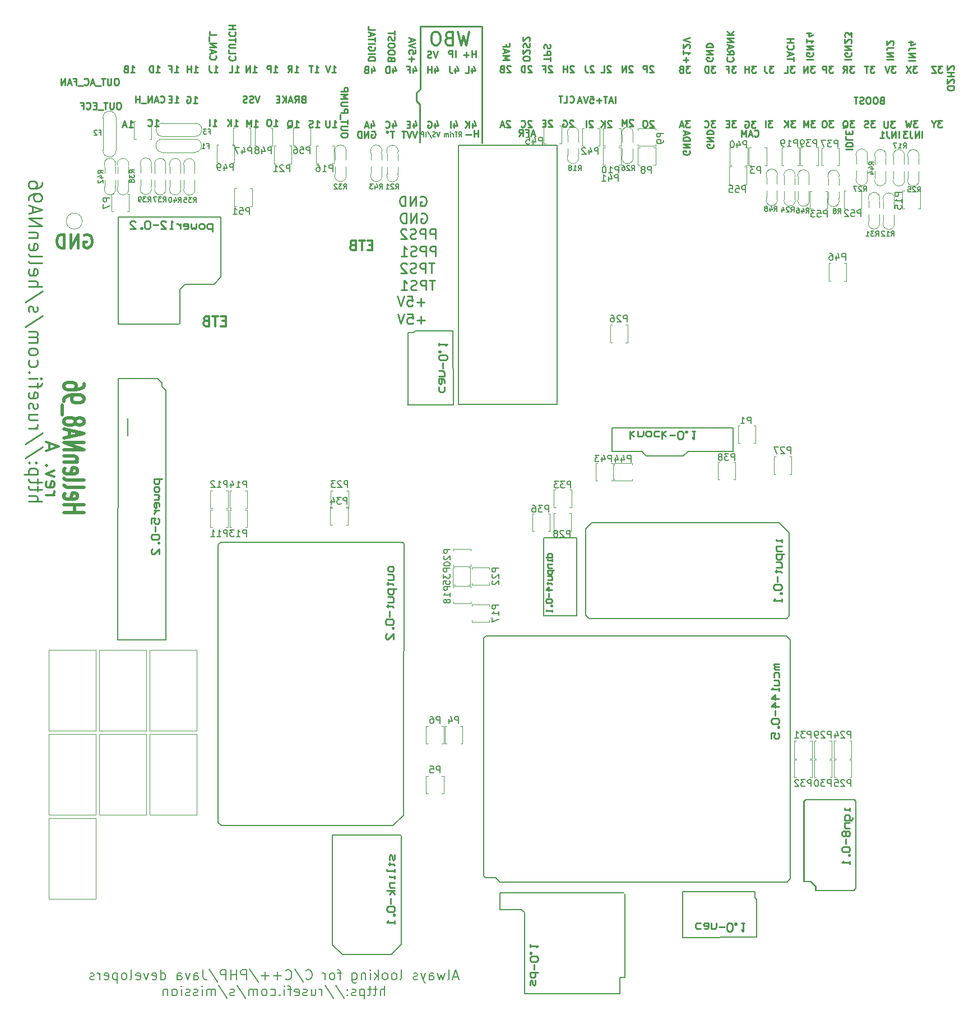
<source format=gbo>
G75*
G70*
%OFA0B0*%
%FSLAX25Y25*%
%IPPOS*%
%LPD*%
%AMOC8*
5,1,8,0,0,1.08239X$1,22.5*
%
%ADD10C,0.01969*%
%ADD146C,0.00472*%
%ADD185C,0.00880*%
%ADD199C,0.00787*%
%ADD249C,0.01000*%
%ADD25C,0.01181*%
%ADD276C,0.01575*%
%ADD322C,0.00500*%
%ADD335C,0.00591*%
%ADD340C,0.00984*%
%ADD46C,0.01476*%
%ADD49C,0.01378*%
%ADD85C,0.00390*%
X0000000Y0000000D02*
%LPD*%
G01*
D340*
X0236516Y0592028D02*
X0236516Y0555020D01*
X0234154Y0552657D02*
X0234154Y0547933D01*
X0273130Y0522736D02*
X0273130Y0592028D01*
X0234154Y0547933D02*
X0236122Y0545965D01*
X0236516Y0555020D02*
X0234154Y0552657D01*
X0236122Y0545965D02*
X0236122Y0523130D01*
X0273130Y0592028D02*
X0236516Y0592028D01*
D185*
X0090437Y0546735D02*
X0092723Y0546735D01*
X0091580Y0546735D02*
X0091580Y0550735D01*
X0091961Y0550164D01*
X0092342Y0549783D01*
X0092723Y0549592D01*
X0088723Y0548830D02*
X0087389Y0548830D01*
X0086818Y0546735D02*
X0088723Y0546735D01*
X0088723Y0550735D01*
X0086818Y0550735D01*
X0494534Y0568627D02*
X0492058Y0568627D01*
X0493391Y0567104D01*
X0492820Y0567104D01*
X0492439Y0566913D01*
X0492248Y0566723D01*
X0492058Y0566342D01*
X0492058Y0565389D01*
X0492248Y0565008D01*
X0492439Y0564818D01*
X0492820Y0564627D01*
X0493963Y0564627D01*
X0494344Y0564818D01*
X0494534Y0565008D01*
X0488058Y0564627D02*
X0489391Y0566532D01*
X0490344Y0564627D02*
X0490344Y0568627D01*
X0488820Y0568627D01*
X0488439Y0568437D01*
X0488248Y0568247D01*
X0488058Y0567866D01*
X0488058Y0567294D01*
X0488248Y0566913D01*
X0488439Y0566723D01*
X0488820Y0566532D01*
X0490344Y0566532D01*
D49*
X0265668Y0588859D02*
X0263794Y0580985D01*
X0262294Y0586609D01*
X0260794Y0580985D01*
X0258919Y0588859D01*
X0253295Y0585110D02*
X0252170Y0584735D01*
X0251795Y0584360D01*
X0251420Y0583610D01*
X0251420Y0582485D01*
X0251795Y0581735D01*
X0252170Y0581360D01*
X0252920Y0580985D01*
X0255920Y0580985D01*
X0255920Y0588859D01*
X0253295Y0588859D01*
X0252545Y0588484D01*
X0252170Y0588109D01*
X0251795Y0587359D01*
X0251795Y0586609D01*
X0252170Y0585860D01*
X0252545Y0585485D01*
X0253295Y0585110D01*
X0255920Y0585110D01*
X0246546Y0588859D02*
X0245046Y0588859D01*
X0244296Y0588484D01*
X0243546Y0587734D01*
X0243171Y0586235D01*
X0243171Y0583610D01*
X0243546Y0582110D01*
X0244296Y0581360D01*
X0245046Y0580985D01*
X0246546Y0580985D01*
X0247296Y0581360D01*
X0248046Y0582110D01*
X0248421Y0583610D01*
X0248421Y0586235D01*
X0248046Y0587734D01*
X0247296Y0588484D01*
X0246546Y0588859D01*
D185*
X0246840Y0577486D02*
X0245507Y0573486D01*
X0244174Y0577486D01*
X0243031Y0573676D02*
X0242460Y0573486D01*
X0241507Y0573486D01*
X0241126Y0573676D01*
X0240936Y0573867D01*
X0240745Y0574248D01*
X0240745Y0574629D01*
X0240936Y0575010D01*
X0241126Y0575200D01*
X0241507Y0575391D01*
X0242269Y0575581D01*
X0242650Y0575771D01*
X0242840Y0575962D01*
X0243031Y0576343D01*
X0243031Y0576724D01*
X0242840Y0577105D01*
X0242650Y0577295D01*
X0242269Y0577486D01*
X0241317Y0577486D01*
X0240745Y0577295D01*
X0419149Y0573666D02*
X0418958Y0573476D01*
X0418768Y0572904D01*
X0418768Y0572523D01*
X0418958Y0571952D01*
X0419339Y0571571D01*
X0419720Y0571380D01*
X0420482Y0571190D01*
X0421054Y0571190D01*
X0421816Y0571380D01*
X0422197Y0571571D01*
X0422577Y0571952D01*
X0422768Y0572523D01*
X0422768Y0572904D01*
X0422577Y0573476D01*
X0422387Y0573666D01*
X0418768Y0577666D02*
X0420673Y0576333D01*
X0418768Y0575380D02*
X0422768Y0575380D01*
X0422768Y0576904D01*
X0422577Y0577285D01*
X0422387Y0577476D01*
X0422006Y0577666D01*
X0421435Y0577666D01*
X0421054Y0577476D01*
X0420863Y0577285D01*
X0420673Y0576904D01*
X0420673Y0575380D01*
X0419911Y0579190D02*
X0419911Y0581095D01*
X0418768Y0578809D02*
X0422768Y0580142D01*
X0418768Y0581476D01*
X0418768Y0582809D02*
X0422768Y0582809D01*
X0418768Y0585095D01*
X0422768Y0585095D01*
X0418768Y0586999D02*
X0422768Y0586999D01*
X0418768Y0589285D02*
X0421054Y0587571D01*
X0422768Y0589285D02*
X0420482Y0586999D01*
X0232389Y0566999D02*
X0232389Y0564332D01*
X0233342Y0568523D02*
X0234294Y0565666D01*
X0231818Y0565666D01*
X0228961Y0566427D02*
X0230294Y0566427D01*
X0230294Y0564332D02*
X0230294Y0568332D01*
X0228389Y0568332D01*
D340*
X0245662Y0455617D02*
X0245662Y0461523D01*
X0243412Y0461523D01*
X0242850Y0461241D01*
X0242568Y0460960D01*
X0242287Y0460398D01*
X0242287Y0459554D01*
X0242568Y0458992D01*
X0242850Y0458711D01*
X0243412Y0458429D01*
X0245662Y0458429D01*
X0239756Y0455617D02*
X0239756Y0461523D01*
X0237507Y0461523D01*
X0236944Y0461241D01*
X0236663Y0460960D01*
X0236382Y0460398D01*
X0236382Y0459554D01*
X0236663Y0458992D01*
X0236944Y0458711D01*
X0237507Y0458429D01*
X0239756Y0458429D01*
X0234132Y0455898D02*
X0233288Y0455617D01*
X0231882Y0455617D01*
X0231320Y0455898D01*
X0231039Y0456180D01*
X0230757Y0456742D01*
X0230757Y0457304D01*
X0231039Y0457867D01*
X0231320Y0458148D01*
X0231882Y0458429D01*
X0233007Y0458711D01*
X0233570Y0458992D01*
X0233851Y0459273D01*
X0234132Y0459835D01*
X0234132Y0460398D01*
X0233851Y0460960D01*
X0233570Y0461241D01*
X0233007Y0461523D01*
X0231601Y0461523D01*
X0230757Y0461241D01*
X0225133Y0455617D02*
X0228508Y0455617D01*
X0226820Y0455617D02*
X0226820Y0461523D01*
X0227383Y0460679D01*
X0227945Y0460117D01*
X0228508Y0459835D01*
D185*
X0166792Y0548929D02*
X0166221Y0548738D01*
X0166030Y0548548D01*
X0165840Y0548167D01*
X0165840Y0547595D01*
X0166030Y0547215D01*
X0166221Y0547024D01*
X0166601Y0546834D01*
X0168125Y0546834D01*
X0168125Y0550834D01*
X0166792Y0550834D01*
X0166411Y0550643D01*
X0166221Y0550453D01*
X0166030Y0550072D01*
X0166030Y0549691D01*
X0166221Y0549310D01*
X0166411Y0549119D01*
X0166792Y0548929D01*
X0168125Y0548929D01*
X0161840Y0546834D02*
X0163173Y0548738D01*
X0164125Y0546834D02*
X0164125Y0550834D01*
X0162601Y0550834D01*
X0162221Y0550643D01*
X0162030Y0550453D01*
X0161840Y0550072D01*
X0161840Y0549500D01*
X0162030Y0549119D01*
X0162221Y0548929D01*
X0162601Y0548738D01*
X0164125Y0548738D01*
X0160316Y0547976D02*
X0158411Y0547976D01*
X0160697Y0546834D02*
X0159363Y0550834D01*
X0158030Y0546834D01*
X0156697Y0546834D02*
X0156697Y0550834D01*
X0154411Y0546834D02*
X0156125Y0549119D01*
X0154411Y0550834D02*
X0156697Y0548548D01*
X0152697Y0548929D02*
X0151363Y0548929D01*
X0150792Y0546834D02*
X0152697Y0546834D01*
X0152697Y0550834D01*
X0150792Y0550834D01*
X0482129Y0536127D02*
X0479653Y0536127D01*
X0480987Y0534604D01*
X0480415Y0534604D01*
X0480034Y0534413D01*
X0479844Y0534223D01*
X0479653Y0533842D01*
X0479653Y0532889D01*
X0479844Y0532508D01*
X0480034Y0532318D01*
X0480415Y0532127D01*
X0481558Y0532127D01*
X0481939Y0532318D01*
X0482129Y0532508D01*
X0477177Y0536127D02*
X0476415Y0536127D01*
X0476034Y0535937D01*
X0475653Y0535556D01*
X0475463Y0534794D01*
X0475463Y0533461D01*
X0475653Y0532699D01*
X0476034Y0532318D01*
X0476415Y0532127D01*
X0477177Y0532127D01*
X0477558Y0532318D01*
X0477939Y0532699D01*
X0478129Y0533461D01*
X0478129Y0534794D01*
X0477939Y0535556D01*
X0477558Y0535937D01*
X0477177Y0536127D01*
X0149384Y0532857D02*
X0151670Y0532857D01*
X0150527Y0532857D02*
X0150527Y0536857D01*
X0150908Y0536286D01*
X0151289Y0535905D01*
X0151670Y0535714D01*
X0146908Y0536857D02*
X0146146Y0536857D01*
X0145765Y0536667D01*
X0145384Y0536286D01*
X0145194Y0535524D01*
X0145194Y0534191D01*
X0145384Y0533429D01*
X0145765Y0533048D01*
X0146146Y0532857D01*
X0146908Y0532857D01*
X0147289Y0533048D01*
X0147670Y0533429D01*
X0147860Y0534191D01*
X0147860Y0535524D01*
X0147670Y0536286D01*
X0147289Y0536667D01*
X0146908Y0536857D01*
D46*
X0120845Y0417077D02*
X0118876Y0417077D01*
X0118032Y0413983D02*
X0120845Y0413983D01*
X0120845Y0419889D01*
X0118032Y0419889D01*
X0116345Y0419889D02*
X0112971Y0419889D01*
X0114658Y0413983D02*
X0114658Y0419889D01*
X0109034Y0417077D02*
X0108190Y0416795D01*
X0107909Y0416514D01*
X0107628Y0415952D01*
X0107628Y0415108D01*
X0107909Y0414546D01*
X0108190Y0414265D01*
X0108752Y0413983D01*
X0111002Y0413983D01*
X0111002Y0419889D01*
X0109034Y0419889D01*
X0108471Y0419608D01*
X0108190Y0419326D01*
X0107909Y0418764D01*
X0107909Y0418202D01*
X0108190Y0417639D01*
X0108471Y0417358D01*
X0109034Y0417077D01*
X0111002Y0417077D01*
D185*
X0352457Y0546538D02*
X0352457Y0550538D01*
X0350743Y0547681D02*
X0348838Y0547681D01*
X0351124Y0546538D02*
X0349791Y0550538D01*
X0348457Y0546538D01*
X0347695Y0550538D02*
X0345410Y0550538D01*
X0346553Y0546538D02*
X0346553Y0550538D01*
X0126362Y0564824D02*
X0128648Y0564824D01*
X0127505Y0564824D02*
X0127505Y0568824D01*
X0127886Y0568253D01*
X0128267Y0567872D01*
X0128648Y0567681D01*
X0122743Y0564824D02*
X0124648Y0564824D01*
X0124648Y0568824D01*
X0446558Y0568627D02*
X0444082Y0568627D01*
X0445415Y0567104D01*
X0444844Y0567104D01*
X0444463Y0566913D01*
X0444272Y0566723D01*
X0444082Y0566342D01*
X0444082Y0565389D01*
X0444272Y0565008D01*
X0444463Y0564818D01*
X0444844Y0564627D01*
X0445987Y0564627D01*
X0446367Y0564818D01*
X0446558Y0565008D01*
X0441225Y0568627D02*
X0441225Y0565770D01*
X0441415Y0565199D01*
X0441796Y0564818D01*
X0442367Y0564627D01*
X0442748Y0564627D01*
X0494629Y0536127D02*
X0492153Y0536127D01*
X0493487Y0534604D01*
X0492915Y0534604D01*
X0492534Y0534413D01*
X0492344Y0534223D01*
X0492153Y0533842D01*
X0492153Y0532889D01*
X0492344Y0532508D01*
X0492534Y0532318D01*
X0492915Y0532127D01*
X0494058Y0532127D01*
X0494439Y0532318D01*
X0494629Y0532508D01*
X0487772Y0531747D02*
X0488153Y0531937D01*
X0488534Y0532318D01*
X0489106Y0532889D01*
X0489487Y0533080D01*
X0489867Y0533080D01*
X0489677Y0532127D02*
X0490058Y0532318D01*
X0490439Y0532699D01*
X0490629Y0533461D01*
X0490629Y0534794D01*
X0490439Y0535556D01*
X0490058Y0535937D01*
X0489677Y0536127D01*
X0488915Y0536127D01*
X0488534Y0535937D01*
X0488153Y0535556D01*
X0487963Y0534794D01*
X0487963Y0533461D01*
X0488153Y0532699D01*
X0488534Y0532318D01*
X0488915Y0532127D01*
X0489677Y0532127D01*
X0140976Y0550834D02*
X0139643Y0546834D01*
X0138310Y0550834D01*
X0137167Y0547024D02*
X0136595Y0546834D01*
X0135643Y0546834D01*
X0135262Y0547024D01*
X0135071Y0547215D01*
X0134881Y0547595D01*
X0134881Y0547976D01*
X0135071Y0548357D01*
X0135262Y0548548D01*
X0135643Y0548738D01*
X0136405Y0548929D01*
X0136786Y0549119D01*
X0136976Y0549310D01*
X0137167Y0549691D01*
X0137167Y0550072D01*
X0136976Y0550453D01*
X0136786Y0550643D01*
X0136405Y0550834D01*
X0135452Y0550834D01*
X0134881Y0550643D01*
X0133357Y0547024D02*
X0132786Y0546834D01*
X0131833Y0546834D01*
X0131452Y0547024D01*
X0131262Y0547215D01*
X0131071Y0547595D01*
X0131071Y0547976D01*
X0131262Y0548357D01*
X0131452Y0548548D01*
X0131833Y0548738D01*
X0132595Y0548929D01*
X0132976Y0549119D01*
X0133167Y0549310D01*
X0133357Y0549691D01*
X0133357Y0550072D01*
X0133167Y0550453D01*
X0132976Y0550643D01*
X0132595Y0550834D01*
X0131643Y0550834D01*
X0131071Y0550643D01*
X0079243Y0564824D02*
X0081529Y0564824D01*
X0080386Y0564824D02*
X0080386Y0568824D01*
X0080767Y0568253D01*
X0081148Y0567872D01*
X0081529Y0567681D01*
X0077529Y0564824D02*
X0077529Y0568824D01*
X0076576Y0568824D01*
X0076005Y0568634D01*
X0075624Y0568253D01*
X0075433Y0567872D01*
X0075243Y0567110D01*
X0075243Y0566539D01*
X0075433Y0565777D01*
X0075624Y0565396D01*
X0076005Y0565015D01*
X0076576Y0564824D01*
X0077529Y0564824D01*
X0325435Y0547215D02*
X0325625Y0547024D01*
X0326197Y0546834D01*
X0326578Y0546834D01*
X0327149Y0547024D01*
X0327530Y0547405D01*
X0327721Y0547786D01*
X0327911Y0548548D01*
X0327911Y0549119D01*
X0327721Y0549881D01*
X0327530Y0550262D01*
X0327149Y0550643D01*
X0326578Y0550834D01*
X0326197Y0550834D01*
X0325625Y0550643D01*
X0325435Y0550453D01*
X0321816Y0546834D02*
X0323721Y0546834D01*
X0323721Y0550834D01*
X0321054Y0550834D02*
X0318768Y0550834D01*
X0319911Y0546834D02*
X0319911Y0550834D01*
X0220980Y0529967D02*
X0218695Y0529967D01*
X0219838Y0525967D02*
X0219838Y0529967D01*
X0216790Y0529967D02*
X0217171Y0529777D01*
X0217361Y0529396D01*
X0217171Y0529015D01*
X0216790Y0528825D01*
X0216409Y0529015D01*
X0216218Y0529396D01*
X0216409Y0529777D01*
X0216790Y0529967D01*
X0397034Y0568627D02*
X0394558Y0568627D01*
X0395891Y0567104D01*
X0395320Y0567104D01*
X0394939Y0566913D01*
X0394748Y0566723D01*
X0394558Y0566342D01*
X0394558Y0565389D01*
X0394748Y0565008D01*
X0394939Y0564818D01*
X0395320Y0564627D01*
X0396463Y0564627D01*
X0396844Y0564818D01*
X0397034Y0565008D01*
X0391510Y0566723D02*
X0390939Y0566532D01*
X0390748Y0566342D01*
X0390558Y0565961D01*
X0390558Y0565389D01*
X0390748Y0565008D01*
X0390939Y0564818D01*
X0391320Y0564627D01*
X0392844Y0564627D01*
X0392844Y0568627D01*
X0391510Y0568627D01*
X0391129Y0568437D01*
X0390939Y0568247D01*
X0390748Y0567866D01*
X0390748Y0567485D01*
X0390939Y0567104D01*
X0391129Y0566913D01*
X0391510Y0566723D01*
X0392844Y0566723D01*
X0267675Y0534499D02*
X0267675Y0531832D01*
X0268627Y0536023D02*
X0269580Y0533166D01*
X0267104Y0533166D01*
X0265580Y0531832D02*
X0265580Y0535832D01*
X0263294Y0531832D02*
X0265008Y0534118D01*
X0263294Y0535832D02*
X0265580Y0533546D01*
D335*
X0248137Y0529600D02*
X0247218Y0526451D01*
X0246299Y0529600D01*
X0245512Y0526601D02*
X0245118Y0526451D01*
X0244462Y0526451D01*
X0244200Y0526601D01*
X0244068Y0526750D01*
X0243937Y0527050D01*
X0243937Y0527350D01*
X0244068Y0527650D01*
X0244200Y0527800D01*
X0244462Y0527950D01*
X0244987Y0528100D01*
X0245249Y0528250D01*
X0245381Y0528400D01*
X0245512Y0528700D01*
X0245512Y0529000D01*
X0245381Y0529300D01*
X0245249Y0529450D01*
X0244987Y0529600D01*
X0244331Y0529600D01*
X0243937Y0529450D01*
X0240787Y0529750D02*
X0243150Y0525701D01*
X0239869Y0526451D02*
X0239869Y0529600D01*
X0238556Y0526451D02*
X0238556Y0529600D01*
X0237507Y0529600D01*
X0237244Y0529450D01*
X0237113Y0529300D01*
X0236982Y0529000D01*
X0236982Y0528550D01*
X0237113Y0528250D01*
X0237244Y0528100D01*
X0237507Y0527950D01*
X0238556Y0527950D01*
D185*
X0410766Y0521973D02*
X0410957Y0521592D01*
X0410957Y0521021D01*
X0410766Y0520450D01*
X0410386Y0520069D01*
X0410005Y0519878D01*
X0409243Y0519688D01*
X0408671Y0519688D01*
X0407909Y0519878D01*
X0407528Y0520069D01*
X0407147Y0520450D01*
X0406957Y0521021D01*
X0406957Y0521402D01*
X0407147Y0521973D01*
X0407338Y0522164D01*
X0408671Y0522164D01*
X0408671Y0521402D01*
X0406957Y0523878D02*
X0410957Y0523878D01*
X0406957Y0526164D01*
X0410957Y0526164D01*
X0406957Y0528069D02*
X0410957Y0528069D01*
X0410957Y0529021D01*
X0410766Y0529592D01*
X0410386Y0529973D01*
X0410005Y0530164D01*
X0409243Y0530354D01*
X0408671Y0530354D01*
X0407909Y0530164D01*
X0407528Y0529973D01*
X0407147Y0529592D01*
X0406957Y0529021D01*
X0406957Y0528069D01*
X0410373Y0573647D02*
X0410563Y0573266D01*
X0410563Y0572694D01*
X0410373Y0572123D01*
X0409992Y0571742D01*
X0409611Y0571551D01*
X0408849Y0571361D01*
X0408278Y0571361D01*
X0407516Y0571551D01*
X0407135Y0571742D01*
X0406754Y0572123D01*
X0406563Y0572694D01*
X0406563Y0573075D01*
X0406754Y0573647D01*
X0406944Y0573837D01*
X0408278Y0573837D01*
X0408278Y0573075D01*
X0406563Y0575551D02*
X0410563Y0575551D01*
X0406563Y0577837D01*
X0410563Y0577837D01*
X0406563Y0579742D02*
X0410563Y0579742D01*
X0410563Y0580694D01*
X0410373Y0581266D01*
X0409992Y0581647D01*
X0409611Y0581837D01*
X0408849Y0582028D01*
X0408278Y0582028D01*
X0407516Y0581837D01*
X0407135Y0581647D01*
X0406754Y0581266D01*
X0406563Y0580694D01*
X0406563Y0579742D01*
X0458595Y0571612D02*
X0458595Y0573898D01*
X0454595Y0572755D02*
X0458595Y0572755D01*
X0455738Y0575041D02*
X0455738Y0576945D01*
X0454595Y0574660D02*
X0458595Y0575993D01*
X0454595Y0577326D01*
X0454976Y0580945D02*
X0454785Y0580755D01*
X0454595Y0580183D01*
X0454595Y0579802D01*
X0454785Y0579231D01*
X0455166Y0578850D01*
X0455547Y0578660D01*
X0456309Y0578469D01*
X0456880Y0578469D01*
X0457642Y0578660D01*
X0458023Y0578850D01*
X0458404Y0579231D01*
X0458595Y0579802D01*
X0458595Y0580183D01*
X0458404Y0580755D01*
X0458214Y0580945D01*
X0454595Y0582660D02*
X0458595Y0582660D01*
X0456690Y0582660D02*
X0456690Y0584945D01*
X0454595Y0584945D02*
X0458595Y0584945D01*
X0207582Y0529777D02*
X0207963Y0529967D01*
X0208534Y0529967D01*
X0209106Y0529777D01*
X0209487Y0529396D01*
X0209677Y0529015D01*
X0209868Y0528253D01*
X0209868Y0527682D01*
X0209677Y0526920D01*
X0209487Y0526539D01*
X0209106Y0526158D01*
X0208534Y0525967D01*
X0208153Y0525967D01*
X0207582Y0526158D01*
X0207391Y0526348D01*
X0207391Y0527682D01*
X0208153Y0527682D01*
X0205677Y0525967D02*
X0205677Y0529967D01*
X0203391Y0525967D01*
X0203391Y0529967D01*
X0201487Y0525967D02*
X0201487Y0529967D01*
X0200534Y0529967D01*
X0199963Y0529777D01*
X0199582Y0529396D01*
X0199391Y0529015D01*
X0199201Y0528253D01*
X0199201Y0527682D01*
X0199391Y0526920D01*
X0199582Y0526539D01*
X0199963Y0526158D01*
X0200534Y0525967D01*
X0201487Y0525967D01*
D340*
X0245015Y0451385D02*
X0241640Y0451385D01*
X0243328Y0445479D02*
X0243328Y0451385D01*
X0239672Y0445479D02*
X0239672Y0451385D01*
X0237422Y0451385D01*
X0236860Y0451104D01*
X0236579Y0450822D01*
X0236297Y0450260D01*
X0236297Y0449416D01*
X0236579Y0448854D01*
X0236860Y0448573D01*
X0237422Y0448292D01*
X0239672Y0448292D01*
X0234048Y0445761D02*
X0233204Y0445479D01*
X0231798Y0445479D01*
X0231236Y0445761D01*
X0230954Y0446042D01*
X0230673Y0446604D01*
X0230673Y0447167D01*
X0230954Y0447729D01*
X0231236Y0448010D01*
X0231798Y0448292D01*
X0232923Y0448573D01*
X0233485Y0448854D01*
X0233766Y0449135D01*
X0234048Y0449698D01*
X0234048Y0450260D01*
X0233766Y0450822D01*
X0233485Y0451104D01*
X0232923Y0451385D01*
X0231517Y0451385D01*
X0230673Y0451104D01*
X0228423Y0450822D02*
X0228142Y0451104D01*
X0227580Y0451385D01*
X0226174Y0451385D01*
X0225611Y0451104D01*
X0225330Y0450822D01*
X0225049Y0450260D01*
X0225049Y0449698D01*
X0225330Y0448854D01*
X0228705Y0445479D01*
X0225049Y0445479D01*
D185*
X0506939Y0536127D02*
X0504463Y0536127D01*
X0505796Y0534604D01*
X0505225Y0534604D01*
X0504844Y0534413D01*
X0504653Y0534223D01*
X0504463Y0533842D01*
X0504463Y0532889D01*
X0504653Y0532508D01*
X0504844Y0532318D01*
X0505225Y0532127D01*
X0506367Y0532127D01*
X0506748Y0532318D01*
X0506939Y0532508D01*
X0502939Y0532318D02*
X0502367Y0532127D01*
X0501415Y0532127D01*
X0501034Y0532318D01*
X0500844Y0532508D01*
X0500653Y0532889D01*
X0500653Y0533270D01*
X0500844Y0533651D01*
X0501034Y0533842D01*
X0501415Y0534032D01*
X0502177Y0534223D01*
X0502558Y0534413D01*
X0502748Y0534604D01*
X0502939Y0534985D01*
X0502939Y0535366D01*
X0502748Y0535747D01*
X0502558Y0535937D01*
X0502177Y0536127D01*
X0501225Y0536127D01*
X0500653Y0535937D01*
X0532320Y0536127D02*
X0529844Y0536127D01*
X0531177Y0534604D01*
X0530606Y0534604D01*
X0530225Y0534413D01*
X0530034Y0534223D01*
X0529844Y0533842D01*
X0529844Y0532889D01*
X0530034Y0532508D01*
X0530225Y0532318D01*
X0530606Y0532127D01*
X0531748Y0532127D01*
X0532129Y0532318D01*
X0532320Y0532508D01*
X0528510Y0536127D02*
X0527558Y0532127D01*
X0526796Y0534985D01*
X0526034Y0532127D01*
X0525082Y0536127D01*
X0459534Y0536127D02*
X0457058Y0536127D01*
X0458391Y0534604D01*
X0457820Y0534604D01*
X0457439Y0534413D01*
X0457248Y0534223D01*
X0457058Y0533842D01*
X0457058Y0532889D01*
X0457248Y0532508D01*
X0457439Y0532318D01*
X0457820Y0532127D01*
X0458963Y0532127D01*
X0459344Y0532318D01*
X0459534Y0532508D01*
X0455344Y0532127D02*
X0455344Y0536127D01*
X0453058Y0532127D02*
X0454772Y0534413D01*
X0453058Y0536127D02*
X0455344Y0533842D01*
X0327785Y0568443D02*
X0327595Y0568634D01*
X0327214Y0568824D01*
X0326262Y0568824D01*
X0325881Y0568634D01*
X0325690Y0568443D01*
X0325500Y0568062D01*
X0325500Y0567681D01*
X0325690Y0567110D01*
X0327976Y0564824D01*
X0325500Y0564824D01*
X0323785Y0564824D02*
X0323785Y0568824D01*
X0323785Y0566920D02*
X0321500Y0566920D01*
X0321500Y0564824D02*
X0321500Y0568824D01*
X0535058Y0525771D02*
X0535058Y0529771D01*
X0533153Y0525771D02*
X0533153Y0529771D01*
X0530868Y0525771D01*
X0530868Y0529771D01*
X0527820Y0529771D02*
X0527820Y0526913D01*
X0528010Y0526342D01*
X0528391Y0525961D01*
X0528963Y0525771D01*
X0529344Y0525771D01*
X0526296Y0529771D02*
X0523820Y0529771D01*
X0525153Y0528247D01*
X0524582Y0528247D01*
X0524201Y0528056D01*
X0524010Y0527866D01*
X0523820Y0527485D01*
X0523820Y0526532D01*
X0524010Y0526152D01*
X0524201Y0525961D01*
X0524582Y0525771D01*
X0525725Y0525771D01*
X0526106Y0525961D01*
X0526296Y0526152D01*
X0436010Y0535950D02*
X0433534Y0535950D01*
X0434868Y0534427D01*
X0434296Y0534427D01*
X0433915Y0534236D01*
X0433725Y0534046D01*
X0433534Y0533665D01*
X0433534Y0532712D01*
X0433725Y0532331D01*
X0433915Y0532141D01*
X0434296Y0531950D01*
X0435439Y0531950D01*
X0435820Y0532141D01*
X0436010Y0532331D01*
X0429725Y0535760D02*
X0430106Y0535950D01*
X0430677Y0535950D01*
X0431249Y0535760D01*
X0431630Y0535379D01*
X0431820Y0534998D01*
X0432010Y0534236D01*
X0432010Y0533665D01*
X0431820Y0532903D01*
X0431630Y0532522D01*
X0431249Y0532141D01*
X0430677Y0531950D01*
X0430296Y0531950D01*
X0429725Y0532141D01*
X0429534Y0532331D01*
X0429534Y0533665D01*
X0430296Y0533665D01*
X0231217Y0571215D02*
X0231217Y0574263D01*
X0229693Y0572739D02*
X0232741Y0572739D01*
X0233693Y0578072D02*
X0233693Y0576167D01*
X0231788Y0575977D01*
X0231979Y0576167D01*
X0232169Y0576548D01*
X0232169Y0577501D01*
X0231979Y0577882D01*
X0231788Y0578072D01*
X0231407Y0578263D01*
X0230455Y0578263D01*
X0230074Y0578072D01*
X0229884Y0577882D01*
X0229693Y0577501D01*
X0229693Y0576548D01*
X0229884Y0576167D01*
X0230074Y0575977D01*
X0233693Y0579406D02*
X0229693Y0580739D01*
X0233693Y0582072D01*
X0230836Y0583215D02*
X0230836Y0585120D01*
X0229693Y0582834D02*
X0233693Y0584167D01*
X0229693Y0585501D01*
X0173767Y0564824D02*
X0176052Y0564824D01*
X0174910Y0564824D02*
X0174910Y0568824D01*
X0175291Y0568253D01*
X0175672Y0567872D01*
X0176052Y0567681D01*
X0172624Y0568824D02*
X0170338Y0568824D01*
X0171481Y0564824D02*
X0171481Y0568824D01*
X0471336Y0536127D02*
X0468859Y0536127D01*
X0470193Y0534604D01*
X0469621Y0534604D01*
X0469240Y0534413D01*
X0469050Y0534223D01*
X0468859Y0533842D01*
X0468859Y0532889D01*
X0469050Y0532508D01*
X0469240Y0532318D01*
X0469621Y0532127D01*
X0470764Y0532127D01*
X0471145Y0532318D01*
X0471336Y0532508D01*
X0467145Y0532127D02*
X0467145Y0536127D01*
X0465812Y0533270D01*
X0464478Y0536127D01*
X0464478Y0532127D01*
D10*
X0024585Y0303321D02*
X0036396Y0303321D01*
X0030772Y0303321D02*
X0030772Y0307820D01*
X0024585Y0307820D02*
X0036396Y0307820D01*
X0025147Y0314569D02*
X0024585Y0313819D01*
X0024585Y0312319D01*
X0025147Y0311570D01*
X0026272Y0311195D01*
X0030772Y0311195D01*
X0031896Y0311570D01*
X0032459Y0312319D01*
X0032459Y0313819D01*
X0031896Y0314569D01*
X0030772Y0314944D01*
X0029647Y0314944D01*
X0028522Y0311195D01*
X0024585Y0319444D02*
X0025147Y0318694D01*
X0026272Y0318319D01*
X0036396Y0318319D01*
X0024585Y0323568D02*
X0025147Y0322818D01*
X0026272Y0322443D01*
X0036396Y0322443D01*
X0025147Y0329567D02*
X0024585Y0328817D01*
X0024585Y0327318D01*
X0025147Y0326568D01*
X0026272Y0326193D01*
X0030772Y0326193D01*
X0031896Y0326568D01*
X0032459Y0327318D01*
X0032459Y0328817D01*
X0031896Y0329567D01*
X0030772Y0329942D01*
X0029647Y0329942D01*
X0028522Y0326193D01*
X0032459Y0333317D02*
X0024585Y0333317D01*
X0031334Y0333317D02*
X0031896Y0333692D01*
X0032459Y0334442D01*
X0032459Y0335567D01*
X0031896Y0336316D01*
X0030772Y0336691D01*
X0024585Y0336691D01*
X0024585Y0340441D02*
X0036396Y0340441D01*
X0024585Y0344940D01*
X0036396Y0344940D01*
X0027959Y0348315D02*
X0027959Y0352065D01*
X0024585Y0347565D02*
X0036396Y0350190D01*
X0024585Y0352814D01*
X0031334Y0356564D02*
X0031896Y0355814D01*
X0032459Y0355439D01*
X0033584Y0355064D01*
X0034146Y0355064D01*
X0035271Y0355439D01*
X0035833Y0355814D01*
X0036396Y0356564D01*
X0036396Y0358064D01*
X0035833Y0358814D01*
X0035271Y0359189D01*
X0034146Y0359564D01*
X0033584Y0359564D01*
X0032459Y0359189D01*
X0031896Y0358814D01*
X0031334Y0358064D01*
X0031334Y0356564D01*
X0030772Y0355814D01*
X0030209Y0355439D01*
X0029084Y0355064D01*
X0026835Y0355064D01*
X0025710Y0355439D01*
X0025147Y0355814D01*
X0024585Y0356564D01*
X0024585Y0358064D01*
X0025147Y0358814D01*
X0025710Y0359189D01*
X0026835Y0359564D01*
X0029084Y0359564D01*
X0030209Y0359189D01*
X0030772Y0358814D01*
X0031334Y0358064D01*
X0023460Y0361063D02*
X0023460Y0367063D01*
X0024585Y0369312D02*
X0024585Y0370812D01*
X0025147Y0371562D01*
X0025710Y0371937D01*
X0027397Y0372687D01*
X0029647Y0373062D01*
X0034146Y0373062D01*
X0035271Y0372687D01*
X0035833Y0372312D01*
X0036396Y0371562D01*
X0036396Y0370062D01*
X0035833Y0369312D01*
X0035271Y0368937D01*
X0034146Y0368562D01*
X0031334Y0368562D01*
X0030209Y0368937D01*
X0029647Y0369312D01*
X0029084Y0370062D01*
X0029084Y0371562D01*
X0029647Y0372312D01*
X0030209Y0372687D01*
X0031334Y0373062D01*
X0036396Y0379811D02*
X0036396Y0378311D01*
X0035833Y0377561D01*
X0035271Y0377186D01*
X0033584Y0376436D01*
X0031334Y0376062D01*
X0026835Y0376062D01*
X0025710Y0376436D01*
X0025147Y0376811D01*
X0024585Y0377561D01*
X0024585Y0379061D01*
X0025147Y0379811D01*
X0025710Y0380186D01*
X0026835Y0380561D01*
X0029647Y0380561D01*
X0030772Y0380186D01*
X0031334Y0379811D01*
X0031896Y0379061D01*
X0031896Y0377561D01*
X0031334Y0376811D01*
X0030772Y0376436D01*
X0029647Y0376062D01*
D340*
X0239095Y0417611D02*
X0234596Y0417611D01*
X0236846Y0415361D02*
X0236846Y0419861D01*
X0228972Y0421267D02*
X0231784Y0421267D01*
X0232065Y0418455D01*
X0231784Y0418736D01*
X0231221Y0419017D01*
X0229815Y0419017D01*
X0229253Y0418736D01*
X0228972Y0418455D01*
X0228691Y0417892D01*
X0228691Y0416486D01*
X0228972Y0415924D01*
X0229253Y0415643D01*
X0229815Y0415361D01*
X0231221Y0415361D01*
X0231784Y0415643D01*
X0232065Y0415924D01*
X0227003Y0421267D02*
X0225035Y0415361D01*
X0223066Y0421267D01*
D185*
X0313910Y0571647D02*
X0313910Y0573932D01*
X0309910Y0572789D02*
X0313910Y0572789D01*
X0309910Y0575266D02*
X0313910Y0575266D01*
X0313910Y0576789D01*
X0313719Y0577170D01*
X0313529Y0577361D01*
X0313148Y0577551D01*
X0312576Y0577551D01*
X0312195Y0577361D01*
X0312005Y0577170D01*
X0311814Y0576789D01*
X0311814Y0575266D01*
X0310100Y0579075D02*
X0309910Y0579647D01*
X0309910Y0580599D01*
X0310100Y0580980D01*
X0310291Y0581170D01*
X0310672Y0581361D01*
X0311053Y0581361D01*
X0311433Y0581170D01*
X0311624Y0580980D01*
X0311814Y0580599D01*
X0312005Y0579837D01*
X0312195Y0579456D01*
X0312386Y0579266D01*
X0312767Y0579075D01*
X0313148Y0579075D01*
X0313529Y0579266D01*
X0313719Y0579456D01*
X0313910Y0579837D01*
X0313910Y0580789D01*
X0313719Y0581361D01*
X0245175Y0534499D02*
X0245175Y0531832D01*
X0246127Y0536023D02*
X0247080Y0533166D01*
X0244604Y0533166D01*
X0240985Y0535642D02*
X0241366Y0535832D01*
X0241937Y0535832D01*
X0242508Y0535642D01*
X0242889Y0535261D01*
X0243080Y0534880D01*
X0243270Y0534118D01*
X0243270Y0533546D01*
X0243080Y0532785D01*
X0242889Y0532404D01*
X0242508Y0532023D01*
X0241937Y0531832D01*
X0241556Y0531832D01*
X0240985Y0532023D01*
X0240794Y0532213D01*
X0240794Y0533546D01*
X0241556Y0533546D01*
X0445987Y0536127D02*
X0443510Y0536127D01*
X0444844Y0534604D01*
X0444272Y0534604D01*
X0443891Y0534413D01*
X0443701Y0534223D01*
X0443510Y0533842D01*
X0443510Y0532889D01*
X0443701Y0532508D01*
X0443891Y0532318D01*
X0444272Y0532127D01*
X0445415Y0532127D01*
X0445796Y0532318D01*
X0445987Y0532508D01*
X0441796Y0532127D02*
X0441796Y0536127D01*
D340*
X0238997Y0428143D02*
X0234498Y0428143D01*
X0236747Y0425893D02*
X0236747Y0430392D01*
X0228873Y0431798D02*
X0231685Y0431798D01*
X0231967Y0428986D01*
X0231685Y0429267D01*
X0231123Y0429549D01*
X0229717Y0429549D01*
X0229155Y0429267D01*
X0228873Y0428986D01*
X0228592Y0428424D01*
X0228592Y0427018D01*
X0228873Y0426455D01*
X0229155Y0426174D01*
X0229717Y0425893D01*
X0231123Y0425893D01*
X0231685Y0426174D01*
X0231967Y0426455D01*
X0226905Y0431798D02*
X0224936Y0425893D01*
X0222968Y0431798D01*
D185*
X0219380Y0572883D02*
X0219190Y0573455D01*
X0218999Y0573645D01*
X0218618Y0573836D01*
X0218047Y0573836D01*
X0217666Y0573645D01*
X0217475Y0573455D01*
X0217285Y0573074D01*
X0217285Y0571550D01*
X0221285Y0571550D01*
X0221285Y0572883D01*
X0221094Y0573264D01*
X0220904Y0573455D01*
X0220523Y0573645D01*
X0220142Y0573645D01*
X0219761Y0573455D01*
X0219571Y0573264D01*
X0219380Y0572883D01*
X0219380Y0571550D01*
X0221285Y0576312D02*
X0221285Y0577074D01*
X0221094Y0577455D01*
X0220714Y0577836D01*
X0219952Y0578026D01*
X0218618Y0578026D01*
X0217856Y0577836D01*
X0217475Y0577455D01*
X0217285Y0577074D01*
X0217285Y0576312D01*
X0217475Y0575931D01*
X0217856Y0575550D01*
X0218618Y0575359D01*
X0219952Y0575359D01*
X0220714Y0575550D01*
X0221094Y0575931D01*
X0221285Y0576312D01*
X0221285Y0580502D02*
X0221285Y0581264D01*
X0221094Y0581645D01*
X0220714Y0582026D01*
X0219952Y0582217D01*
X0218618Y0582217D01*
X0217856Y0582026D01*
X0217475Y0581645D01*
X0217285Y0581264D01*
X0217285Y0580502D01*
X0217475Y0580121D01*
X0217856Y0579740D01*
X0218618Y0579550D01*
X0219952Y0579550D01*
X0220714Y0579740D01*
X0221094Y0580121D01*
X0221285Y0580502D01*
X0217475Y0583740D02*
X0217285Y0584312D01*
X0217285Y0585264D01*
X0217475Y0585645D01*
X0217666Y0585836D01*
X0218047Y0586026D01*
X0218428Y0586026D01*
X0218809Y0585836D01*
X0218999Y0585645D01*
X0219190Y0585264D01*
X0219380Y0584502D01*
X0219571Y0584121D01*
X0219761Y0583931D01*
X0220142Y0583740D01*
X0220523Y0583740D01*
X0220904Y0583931D01*
X0221094Y0584121D01*
X0221285Y0584502D01*
X0221285Y0585455D01*
X0221094Y0586026D01*
X0221285Y0587169D02*
X0221285Y0589455D01*
X0217285Y0588312D02*
X0221285Y0588312D01*
D199*
X0259048Y0027216D02*
X0256236Y0027216D01*
X0259610Y0025529D02*
X0257642Y0031434D01*
X0255673Y0025529D01*
X0252861Y0025529D02*
X0253423Y0025810D01*
X0253705Y0026372D01*
X0253705Y0031434D01*
X0251174Y0029466D02*
X0250049Y0025529D01*
X0248924Y0028341D01*
X0247799Y0025529D01*
X0246674Y0029466D01*
X0241894Y0025529D02*
X0241894Y0028622D01*
X0242175Y0029184D01*
X0242737Y0029466D01*
X0243862Y0029466D01*
X0244424Y0029184D01*
X0241894Y0025810D02*
X0242456Y0025529D01*
X0243862Y0025529D01*
X0244424Y0025810D01*
X0244706Y0026372D01*
X0244706Y0026935D01*
X0244424Y0027497D01*
X0243862Y0027778D01*
X0242456Y0027778D01*
X0241894Y0028060D01*
X0239644Y0029466D02*
X0238238Y0025529D01*
X0236832Y0029466D02*
X0238238Y0025529D01*
X0238800Y0024123D01*
X0239081Y0023841D01*
X0239644Y0023560D01*
X0234863Y0025810D02*
X0234301Y0025529D01*
X0233176Y0025529D01*
X0232613Y0025810D01*
X0232332Y0026372D01*
X0232332Y0026653D01*
X0232613Y0027216D01*
X0233176Y0027497D01*
X0234020Y0027497D01*
X0234582Y0027778D01*
X0234863Y0028341D01*
X0234863Y0028622D01*
X0234582Y0029184D01*
X0234020Y0029466D01*
X0233176Y0029466D01*
X0232613Y0029184D01*
X0224458Y0025529D02*
X0225021Y0025810D01*
X0225302Y0026372D01*
X0225302Y0031434D01*
X0221365Y0025529D02*
X0221927Y0025810D01*
X0222209Y0026091D01*
X0222490Y0026653D01*
X0222490Y0028341D01*
X0222209Y0028903D01*
X0221927Y0029184D01*
X0221365Y0029466D01*
X0220521Y0029466D01*
X0219959Y0029184D01*
X0219678Y0028903D01*
X0219396Y0028341D01*
X0219396Y0026653D01*
X0219678Y0026091D01*
X0219959Y0025810D01*
X0220521Y0025529D01*
X0221365Y0025529D01*
X0216022Y0025529D02*
X0216584Y0025810D01*
X0216865Y0026091D01*
X0217147Y0026653D01*
X0217147Y0028341D01*
X0216865Y0028903D01*
X0216584Y0029184D01*
X0216022Y0029466D01*
X0215178Y0029466D01*
X0214616Y0029184D01*
X0214335Y0028903D01*
X0214053Y0028341D01*
X0214053Y0026653D01*
X0214335Y0026091D01*
X0214616Y0025810D01*
X0215178Y0025529D01*
X0216022Y0025529D01*
X0211522Y0025529D02*
X0211522Y0031434D01*
X0210960Y0027778D02*
X0209273Y0025529D01*
X0209273Y0029466D02*
X0211522Y0027216D01*
X0206742Y0025529D02*
X0206742Y0029466D01*
X0206742Y0031434D02*
X0207023Y0031153D01*
X0206742Y0030872D01*
X0206460Y0031153D01*
X0206742Y0031434D01*
X0206742Y0030872D01*
X0203930Y0029466D02*
X0203930Y0025529D01*
X0203930Y0028903D02*
X0203648Y0029184D01*
X0203086Y0029466D01*
X0202242Y0029466D01*
X0201680Y0029184D01*
X0201399Y0028622D01*
X0201399Y0025529D01*
X0196056Y0029466D02*
X0196056Y0024685D01*
X0196337Y0024123D01*
X0196618Y0023841D01*
X0197180Y0023560D01*
X0198024Y0023560D01*
X0198586Y0023841D01*
X0196056Y0025810D02*
X0196618Y0025529D01*
X0197743Y0025529D01*
X0198305Y0025810D01*
X0198586Y0026091D01*
X0198868Y0026653D01*
X0198868Y0028341D01*
X0198586Y0028903D01*
X0198305Y0029184D01*
X0197743Y0029466D01*
X0196618Y0029466D01*
X0196056Y0029184D01*
X0189588Y0029466D02*
X0187338Y0029466D01*
X0188744Y0025529D02*
X0188744Y0030590D01*
X0188463Y0031153D01*
X0187900Y0031434D01*
X0187338Y0031434D01*
X0184526Y0025529D02*
X0185088Y0025810D01*
X0185369Y0026091D01*
X0185651Y0026653D01*
X0185651Y0028341D01*
X0185369Y0028903D01*
X0185088Y0029184D01*
X0184526Y0029466D01*
X0183682Y0029466D01*
X0183120Y0029184D01*
X0182838Y0028903D01*
X0182557Y0028341D01*
X0182557Y0026653D01*
X0182838Y0026091D01*
X0183120Y0025810D01*
X0183682Y0025529D01*
X0184526Y0025529D01*
X0180026Y0025529D02*
X0180026Y0029466D01*
X0180026Y0028341D02*
X0179745Y0028903D01*
X0179464Y0029184D01*
X0178901Y0029466D01*
X0178339Y0029466D01*
X0168496Y0026091D02*
X0168778Y0025810D01*
X0169621Y0025529D01*
X0170184Y0025529D01*
X0171027Y0025810D01*
X0171590Y0026372D01*
X0171871Y0026935D01*
X0172152Y0028060D01*
X0172152Y0028903D01*
X0171871Y0030028D01*
X0171590Y0030590D01*
X0171027Y0031153D01*
X0170184Y0031434D01*
X0169621Y0031434D01*
X0168778Y0031153D01*
X0168496Y0030872D01*
X0161747Y0031715D02*
X0166809Y0024123D01*
X0156404Y0026091D02*
X0156685Y0025810D01*
X0157529Y0025529D01*
X0158092Y0025529D01*
X0158935Y0025810D01*
X0159498Y0026372D01*
X0159779Y0026935D01*
X0160060Y0028060D01*
X0160060Y0028903D01*
X0159779Y0030028D01*
X0159498Y0030590D01*
X0158935Y0031153D01*
X0158092Y0031434D01*
X0157529Y0031434D01*
X0156685Y0031153D01*
X0156404Y0030872D01*
X0153873Y0027778D02*
X0149374Y0027778D01*
X0151624Y0025529D02*
X0151624Y0030028D01*
X0146562Y0027778D02*
X0142062Y0027778D01*
X0144312Y0025529D02*
X0144312Y0030028D01*
X0135032Y0031715D02*
X0140094Y0024123D01*
X0133063Y0025529D02*
X0133063Y0031434D01*
X0130814Y0031434D01*
X0130251Y0031153D01*
X0129970Y0030872D01*
X0129689Y0030309D01*
X0129689Y0029466D01*
X0129970Y0028903D01*
X0130251Y0028622D01*
X0130814Y0028341D01*
X0133063Y0028341D01*
X0127158Y0025529D02*
X0127158Y0031434D01*
X0127158Y0028622D02*
X0123783Y0028622D01*
X0123783Y0025529D02*
X0123783Y0031434D01*
X0120971Y0025529D02*
X0120971Y0031434D01*
X0118721Y0031434D01*
X0118159Y0031153D01*
X0117878Y0030872D01*
X0117597Y0030309D01*
X0117597Y0029466D01*
X0117878Y0028903D01*
X0118159Y0028622D01*
X0118721Y0028341D01*
X0120971Y0028341D01*
X0110847Y0031715D02*
X0115909Y0024123D01*
X0107192Y0031434D02*
X0107192Y0027216D01*
X0107473Y0026372D01*
X0108035Y0025810D01*
X0108879Y0025529D01*
X0109441Y0025529D01*
X0101849Y0025529D02*
X0101849Y0028622D01*
X0102130Y0029184D01*
X0102692Y0029466D01*
X0103817Y0029466D01*
X0104380Y0029184D01*
X0101849Y0025810D02*
X0102411Y0025529D01*
X0103817Y0025529D01*
X0104380Y0025810D01*
X0104661Y0026372D01*
X0104661Y0026935D01*
X0104380Y0027497D01*
X0103817Y0027778D01*
X0102411Y0027778D01*
X0101849Y0028060D01*
X0099599Y0029466D02*
X0098193Y0025529D01*
X0096787Y0029466D01*
X0092006Y0025529D02*
X0092006Y0028622D01*
X0092287Y0029184D01*
X0092850Y0029466D01*
X0093975Y0029466D01*
X0094537Y0029184D01*
X0092006Y0025810D02*
X0092568Y0025529D01*
X0093975Y0025529D01*
X0094537Y0025810D01*
X0094818Y0026372D01*
X0094818Y0026935D01*
X0094537Y0027497D01*
X0093975Y0027778D01*
X0092568Y0027778D01*
X0092006Y0028060D01*
X0082164Y0025529D02*
X0082164Y0031434D01*
X0082164Y0025810D02*
X0082726Y0025529D01*
X0083851Y0025529D01*
X0084413Y0025810D01*
X0084694Y0026091D01*
X0084976Y0026653D01*
X0084976Y0028341D01*
X0084694Y0028903D01*
X0084413Y0029184D01*
X0083851Y0029466D01*
X0082726Y0029466D01*
X0082164Y0029184D01*
X0077102Y0025810D02*
X0077664Y0025529D01*
X0078789Y0025529D01*
X0079351Y0025810D01*
X0079633Y0026372D01*
X0079633Y0028622D01*
X0079351Y0029184D01*
X0078789Y0029466D01*
X0077664Y0029466D01*
X0077102Y0029184D01*
X0076820Y0028622D01*
X0076820Y0028060D01*
X0079633Y0027497D01*
X0074852Y0029466D02*
X0073446Y0025529D01*
X0072040Y0029466D01*
X0067540Y0025810D02*
X0068103Y0025529D01*
X0069228Y0025529D01*
X0069790Y0025810D01*
X0070071Y0026372D01*
X0070071Y0028622D01*
X0069790Y0029184D01*
X0069228Y0029466D01*
X0068103Y0029466D01*
X0067540Y0029184D01*
X0067259Y0028622D01*
X0067259Y0028060D01*
X0070071Y0027497D01*
X0063885Y0025529D02*
X0064447Y0025810D01*
X0064728Y0026372D01*
X0064728Y0031434D01*
X0060791Y0025529D02*
X0061354Y0025810D01*
X0061635Y0026091D01*
X0061916Y0026653D01*
X0061916Y0028341D01*
X0061635Y0028903D01*
X0061354Y0029184D01*
X0060791Y0029466D01*
X0059948Y0029466D01*
X0059385Y0029184D01*
X0059104Y0028903D01*
X0058823Y0028341D01*
X0058823Y0026653D01*
X0059104Y0026091D01*
X0059385Y0025810D01*
X0059948Y0025529D01*
X0060791Y0025529D01*
X0056292Y0029466D02*
X0056292Y0023560D01*
X0056292Y0029184D02*
X0055729Y0029466D01*
X0054604Y0029466D01*
X0054042Y0029184D01*
X0053761Y0028903D01*
X0053480Y0028341D01*
X0053480Y0026653D01*
X0053761Y0026091D01*
X0054042Y0025810D01*
X0054604Y0025529D01*
X0055729Y0025529D01*
X0056292Y0025810D01*
X0048699Y0025810D02*
X0049261Y0025529D01*
X0050386Y0025529D01*
X0050949Y0025810D01*
X0051230Y0026372D01*
X0051230Y0028622D01*
X0050949Y0029184D01*
X0050386Y0029466D01*
X0049261Y0029466D01*
X0048699Y0029184D01*
X0048418Y0028622D01*
X0048418Y0028060D01*
X0051230Y0027497D01*
X0045887Y0025529D02*
X0045887Y0029466D01*
X0045887Y0028341D02*
X0045606Y0028903D01*
X0045324Y0029184D01*
X0044762Y0029466D01*
X0044200Y0029466D01*
X0042512Y0025810D02*
X0041950Y0025529D01*
X0040825Y0025529D01*
X0040263Y0025810D01*
X0039981Y0026372D01*
X0039981Y0026653D01*
X0040263Y0027216D01*
X0040825Y0027497D01*
X0041669Y0027497D01*
X0042231Y0027778D01*
X0042512Y0028341D01*
X0042512Y0028622D01*
X0042231Y0029184D01*
X0041669Y0029466D01*
X0040825Y0029466D01*
X0040263Y0029184D01*
X0215319Y0016021D02*
X0215319Y0021926D01*
X0212788Y0016021D02*
X0212788Y0019114D01*
X0213069Y0019677D01*
X0213631Y0019958D01*
X0214475Y0019958D01*
X0215038Y0019677D01*
X0215319Y0019395D01*
X0210819Y0019958D02*
X0208570Y0019958D01*
X0209976Y0021926D02*
X0209976Y0016864D01*
X0209694Y0016302D01*
X0209132Y0016021D01*
X0208570Y0016021D01*
X0207445Y0019958D02*
X0205195Y0019958D01*
X0206601Y0021926D02*
X0206601Y0016864D01*
X0206320Y0016302D01*
X0205757Y0016021D01*
X0205195Y0016021D01*
X0203227Y0019958D02*
X0203227Y0014052D01*
X0203227Y0019677D02*
X0202664Y0019958D01*
X0201539Y0019958D01*
X0200977Y0019677D01*
X0200696Y0019395D01*
X0200414Y0018833D01*
X0200414Y0017146D01*
X0200696Y0016583D01*
X0200977Y0016302D01*
X0201539Y0016021D01*
X0202664Y0016021D01*
X0203227Y0016302D01*
X0198165Y0016302D02*
X0197602Y0016021D01*
X0196477Y0016021D01*
X0195915Y0016302D01*
X0195634Y0016864D01*
X0195634Y0017146D01*
X0195915Y0017708D01*
X0196477Y0017989D01*
X0197321Y0017989D01*
X0197883Y0018270D01*
X0198165Y0018833D01*
X0198165Y0019114D01*
X0197883Y0019677D01*
X0197321Y0019958D01*
X0196477Y0019958D01*
X0195915Y0019677D01*
X0193103Y0016583D02*
X0192822Y0016302D01*
X0193103Y0016021D01*
X0193384Y0016302D01*
X0193103Y0016583D01*
X0193103Y0016021D01*
X0193103Y0019677D02*
X0192822Y0019395D01*
X0193103Y0019114D01*
X0193384Y0019395D01*
X0193103Y0019677D01*
X0193103Y0019114D01*
X0186072Y0022207D02*
X0191134Y0014615D01*
X0179886Y0022207D02*
X0184948Y0014615D01*
X0177917Y0016021D02*
X0177917Y0019958D01*
X0177917Y0018833D02*
X0177636Y0019395D01*
X0177355Y0019677D01*
X0176792Y0019958D01*
X0176230Y0019958D01*
X0171730Y0019958D02*
X0171730Y0016021D01*
X0174261Y0019958D02*
X0174261Y0016864D01*
X0173980Y0016302D01*
X0173418Y0016021D01*
X0172574Y0016021D01*
X0172012Y0016302D01*
X0171730Y0016583D01*
X0169200Y0016302D02*
X0168637Y0016021D01*
X0167512Y0016021D01*
X0166950Y0016302D01*
X0166669Y0016864D01*
X0166669Y0017146D01*
X0166950Y0017708D01*
X0167512Y0017989D01*
X0168356Y0017989D01*
X0168918Y0018270D01*
X0169200Y0018833D01*
X0169200Y0019114D01*
X0168918Y0019677D01*
X0168356Y0019958D01*
X0167512Y0019958D01*
X0166950Y0019677D01*
X0161888Y0016302D02*
X0162450Y0016021D01*
X0163575Y0016021D01*
X0164138Y0016302D01*
X0164419Y0016864D01*
X0164419Y0019114D01*
X0164138Y0019677D01*
X0163575Y0019958D01*
X0162450Y0019958D01*
X0161888Y0019677D01*
X0161607Y0019114D01*
X0161607Y0018552D01*
X0164419Y0017989D01*
X0159919Y0019958D02*
X0157670Y0019958D01*
X0159076Y0016021D02*
X0159076Y0021083D01*
X0158795Y0021645D01*
X0158232Y0021926D01*
X0157670Y0021926D01*
X0155701Y0016021D02*
X0155701Y0019958D01*
X0155701Y0021926D02*
X0155982Y0021645D01*
X0155701Y0021364D01*
X0155420Y0021645D01*
X0155701Y0021926D01*
X0155701Y0021364D01*
X0152889Y0016583D02*
X0152608Y0016302D01*
X0152889Y0016021D01*
X0153170Y0016302D01*
X0152889Y0016583D01*
X0152889Y0016021D01*
X0147546Y0016302D02*
X0148108Y0016021D01*
X0149233Y0016021D01*
X0149796Y0016302D01*
X0150077Y0016583D01*
X0150358Y0017146D01*
X0150358Y0018833D01*
X0150077Y0019395D01*
X0149796Y0019677D01*
X0149233Y0019958D01*
X0148108Y0019958D01*
X0147546Y0019677D01*
X0144171Y0016021D02*
X0144734Y0016302D01*
X0145015Y0016583D01*
X0145296Y0017146D01*
X0145296Y0018833D01*
X0145015Y0019395D01*
X0144734Y0019677D01*
X0144171Y0019958D01*
X0143328Y0019958D01*
X0142765Y0019677D01*
X0142484Y0019395D01*
X0142203Y0018833D01*
X0142203Y0017146D01*
X0142484Y0016583D01*
X0142765Y0016302D01*
X0143328Y0016021D01*
X0144171Y0016021D01*
X0139672Y0016021D02*
X0139672Y0019958D01*
X0139672Y0019395D02*
X0139391Y0019677D01*
X0138828Y0019958D01*
X0137985Y0019958D01*
X0137422Y0019677D01*
X0137141Y0019114D01*
X0137141Y0016021D01*
X0137141Y0019114D02*
X0136860Y0019677D01*
X0136297Y0019958D01*
X0135454Y0019958D01*
X0134891Y0019677D01*
X0134610Y0019114D01*
X0134610Y0016021D01*
X0127580Y0022207D02*
X0132642Y0014615D01*
X0125892Y0016302D02*
X0125330Y0016021D01*
X0124205Y0016021D01*
X0123643Y0016302D01*
X0123362Y0016864D01*
X0123362Y0017146D01*
X0123643Y0017708D01*
X0124205Y0017989D01*
X0125049Y0017989D01*
X0125611Y0018270D01*
X0125892Y0018833D01*
X0125892Y0019114D01*
X0125611Y0019677D01*
X0125049Y0019958D01*
X0124205Y0019958D01*
X0123643Y0019677D01*
X0116612Y0022207D02*
X0121674Y0014615D01*
X0114644Y0016021D02*
X0114644Y0019958D01*
X0114644Y0019395D02*
X0114363Y0019677D01*
X0113800Y0019958D01*
X0112957Y0019958D01*
X0112394Y0019677D01*
X0112113Y0019114D01*
X0112113Y0016021D01*
X0112113Y0019114D02*
X0111832Y0019677D01*
X0111269Y0019958D01*
X0110426Y0019958D01*
X0109863Y0019677D01*
X0109582Y0019114D01*
X0109582Y0016021D01*
X0106770Y0016021D02*
X0106770Y0019958D01*
X0106770Y0021926D02*
X0107051Y0021645D01*
X0106770Y0021364D01*
X0106489Y0021645D01*
X0106770Y0021926D01*
X0106770Y0021364D01*
X0104239Y0016302D02*
X0103676Y0016021D01*
X0102552Y0016021D01*
X0101989Y0016302D01*
X0101708Y0016864D01*
X0101708Y0017146D01*
X0101989Y0017708D01*
X0102552Y0017989D01*
X0103395Y0017989D01*
X0103958Y0018270D01*
X0104239Y0018833D01*
X0104239Y0019114D01*
X0103958Y0019677D01*
X0103395Y0019958D01*
X0102552Y0019958D01*
X0101989Y0019677D01*
X0099458Y0016302D02*
X0098896Y0016021D01*
X0097771Y0016021D01*
X0097209Y0016302D01*
X0096927Y0016864D01*
X0096927Y0017146D01*
X0097209Y0017708D01*
X0097771Y0017989D01*
X0098615Y0017989D01*
X0099177Y0018270D01*
X0099458Y0018833D01*
X0099458Y0019114D01*
X0099177Y0019677D01*
X0098615Y0019958D01*
X0097771Y0019958D01*
X0097209Y0019677D01*
X0094396Y0016021D02*
X0094396Y0019958D01*
X0094396Y0021926D02*
X0094678Y0021645D01*
X0094396Y0021364D01*
X0094115Y0021645D01*
X0094396Y0021926D01*
X0094396Y0021364D01*
X0090741Y0016021D02*
X0091303Y0016302D01*
X0091584Y0016583D01*
X0091865Y0017146D01*
X0091865Y0018833D01*
X0091584Y0019395D01*
X0091303Y0019677D01*
X0090741Y0019958D01*
X0089897Y0019958D01*
X0089335Y0019677D01*
X0089053Y0019395D01*
X0088772Y0018833D01*
X0088772Y0017146D01*
X0089053Y0016583D01*
X0089335Y0016302D01*
X0089897Y0016021D01*
X0090741Y0016021D01*
X0086241Y0019958D02*
X0086241Y0016021D01*
X0086241Y0019395D02*
X0085960Y0019677D01*
X0085398Y0019958D01*
X0084554Y0019958D01*
X0083991Y0019677D01*
X0083710Y0019114D01*
X0083710Y0016021D01*
D185*
X0435249Y0527037D02*
X0435439Y0526847D01*
X0436011Y0526656D01*
X0436392Y0526656D01*
X0436963Y0526847D01*
X0437344Y0527228D01*
X0437535Y0527609D01*
X0437725Y0528371D01*
X0437725Y0528942D01*
X0437535Y0529704D01*
X0437344Y0530085D01*
X0436963Y0530466D01*
X0436392Y0530656D01*
X0436011Y0530656D01*
X0435439Y0530466D01*
X0435249Y0530275D01*
X0433725Y0527799D02*
X0431820Y0527799D01*
X0434106Y0526656D02*
X0432773Y0530656D01*
X0431439Y0526656D01*
X0430106Y0526656D02*
X0430106Y0530656D01*
X0428773Y0527799D01*
X0427439Y0530656D01*
X0427439Y0526656D01*
X0526839Y0571958D02*
X0530839Y0571958D01*
X0526839Y0573863D02*
X0530839Y0573863D01*
X0526839Y0576148D01*
X0530839Y0576148D01*
X0530839Y0579196D02*
X0527982Y0579196D01*
X0527410Y0579005D01*
X0527029Y0578625D01*
X0526839Y0578053D01*
X0526839Y0577672D01*
X0529505Y0582815D02*
X0526839Y0582815D01*
X0531029Y0581863D02*
X0528172Y0580910D01*
X0528172Y0583386D01*
X0220175Y0534499D02*
X0220175Y0531832D01*
X0221127Y0536023D02*
X0222080Y0533166D01*
X0219604Y0533166D01*
X0215794Y0532213D02*
X0215985Y0532023D01*
X0216556Y0531832D01*
X0216937Y0531832D01*
X0217508Y0532023D01*
X0217889Y0532404D01*
X0218080Y0532785D01*
X0218270Y0533546D01*
X0218270Y0534118D01*
X0218080Y0534880D01*
X0217889Y0535261D01*
X0217508Y0535642D01*
X0216937Y0535832D01*
X0216556Y0535832D01*
X0215985Y0535642D01*
X0215794Y0535451D01*
D340*
X0245465Y0465853D02*
X0245465Y0471759D01*
X0243215Y0471759D01*
X0242653Y0471478D01*
X0242372Y0471197D01*
X0242090Y0470634D01*
X0242090Y0469790D01*
X0242372Y0469228D01*
X0242653Y0468947D01*
X0243215Y0468666D01*
X0245465Y0468666D01*
X0239559Y0465853D02*
X0239559Y0471759D01*
X0237310Y0471759D01*
X0236747Y0471478D01*
X0236466Y0471197D01*
X0236185Y0470634D01*
X0236185Y0469790D01*
X0236466Y0469228D01*
X0236747Y0468947D01*
X0237310Y0468666D01*
X0239559Y0468666D01*
X0233935Y0466135D02*
X0233092Y0465853D01*
X0231685Y0465853D01*
X0231123Y0466135D01*
X0230842Y0466416D01*
X0230561Y0466978D01*
X0230561Y0467541D01*
X0230842Y0468103D01*
X0231123Y0468384D01*
X0231685Y0468666D01*
X0232810Y0468947D01*
X0233373Y0469228D01*
X0233654Y0469509D01*
X0233935Y0470072D01*
X0233935Y0470634D01*
X0233654Y0471197D01*
X0233373Y0471478D01*
X0232810Y0471759D01*
X0231404Y0471759D01*
X0230561Y0471478D01*
X0228311Y0471197D02*
X0228030Y0471478D01*
X0227467Y0471759D01*
X0226061Y0471759D01*
X0225499Y0471478D01*
X0225218Y0471197D01*
X0224936Y0470634D01*
X0224936Y0470072D01*
X0225218Y0469228D01*
X0228592Y0465853D01*
X0224936Y0465853D01*
D185*
X0363081Y0536476D02*
X0362890Y0536667D01*
X0362509Y0536857D01*
X0361557Y0536857D01*
X0361176Y0536667D01*
X0360986Y0536476D01*
X0360795Y0536095D01*
X0360795Y0535714D01*
X0360986Y0535143D01*
X0363271Y0532857D01*
X0360795Y0532857D01*
X0359081Y0532857D02*
X0359081Y0536857D01*
X0357748Y0534000D01*
X0356414Y0536857D01*
X0356414Y0532857D01*
X0113767Y0564824D02*
X0116052Y0564824D01*
X0114910Y0564824D02*
X0114910Y0568824D01*
X0115291Y0568253D01*
X0115672Y0567872D01*
X0116052Y0567681D01*
X0110910Y0568824D02*
X0110910Y0565967D01*
X0111100Y0565396D01*
X0111481Y0565015D01*
X0112052Y0564824D01*
X0112433Y0564824D01*
X0553969Y0555251D02*
X0553969Y0556013D01*
X0553778Y0556394D01*
X0553397Y0556775D01*
X0552635Y0556965D01*
X0551302Y0556965D01*
X0550540Y0556775D01*
X0550159Y0556394D01*
X0549969Y0556013D01*
X0549969Y0555251D01*
X0550159Y0554870D01*
X0550540Y0554489D01*
X0551302Y0554299D01*
X0552635Y0554299D01*
X0553397Y0554489D01*
X0553778Y0554870D01*
X0553969Y0555251D01*
X0553588Y0558489D02*
X0553778Y0558680D01*
X0553969Y0559061D01*
X0553969Y0560013D01*
X0553778Y0560394D01*
X0553588Y0560584D01*
X0553207Y0560775D01*
X0552826Y0560775D01*
X0552254Y0560584D01*
X0549969Y0558299D01*
X0549969Y0560775D01*
X0549969Y0562489D02*
X0553969Y0562489D01*
X0552064Y0562489D02*
X0552064Y0564775D01*
X0549969Y0564775D02*
X0553969Y0564775D01*
X0553588Y0566489D02*
X0553778Y0566680D01*
X0553969Y0567061D01*
X0553969Y0568013D01*
X0553778Y0568394D01*
X0553588Y0568584D01*
X0553207Y0568775D01*
X0552826Y0568775D01*
X0552254Y0568584D01*
X0549969Y0566299D01*
X0549969Y0568775D01*
X0220175Y0566999D02*
X0220175Y0564332D01*
X0221127Y0568523D02*
X0222080Y0565666D01*
X0219604Y0565666D01*
X0218080Y0564332D02*
X0218080Y0568332D01*
X0217127Y0568332D01*
X0216556Y0568142D01*
X0216175Y0567761D01*
X0215985Y0567380D01*
X0215794Y0566618D01*
X0215794Y0566046D01*
X0215985Y0565285D01*
X0216175Y0564904D01*
X0216556Y0564523D01*
X0217127Y0564332D01*
X0218080Y0564332D01*
X0232485Y0534499D02*
X0232485Y0531832D01*
X0233437Y0536023D02*
X0234389Y0533166D01*
X0231913Y0533166D01*
X0230389Y0533927D02*
X0229056Y0533927D01*
X0228485Y0531832D02*
X0230389Y0531832D01*
X0230389Y0535832D01*
X0228485Y0535832D01*
X0436106Y0568627D02*
X0433630Y0568627D01*
X0434963Y0567104D01*
X0434391Y0567104D01*
X0434010Y0566913D01*
X0433820Y0566723D01*
X0433630Y0566342D01*
X0433630Y0565389D01*
X0433820Y0565008D01*
X0434010Y0564818D01*
X0434391Y0564627D01*
X0435534Y0564627D01*
X0435915Y0564818D01*
X0436106Y0565008D01*
X0431915Y0564627D02*
X0431915Y0568627D01*
X0431915Y0566723D02*
X0429630Y0566723D01*
X0429630Y0564627D02*
X0429630Y0568627D01*
X0184338Y0532324D02*
X0186624Y0532324D01*
X0185481Y0532324D02*
X0185481Y0536324D01*
X0185862Y0535753D01*
X0186243Y0535372D01*
X0186624Y0535181D01*
X0182624Y0536324D02*
X0182624Y0533086D01*
X0182433Y0532705D01*
X0182243Y0532515D01*
X0181862Y0532324D01*
X0181100Y0532324D01*
X0180719Y0532515D01*
X0180529Y0532705D01*
X0180338Y0533086D01*
X0180338Y0536324D01*
X0123086Y0574406D02*
X0122895Y0574216D01*
X0122705Y0573644D01*
X0122705Y0573263D01*
X0122895Y0572692D01*
X0123276Y0572311D01*
X0123657Y0572120D01*
X0124419Y0571930D01*
X0124991Y0571930D01*
X0125753Y0572120D01*
X0126134Y0572311D01*
X0126514Y0572692D01*
X0126705Y0573263D01*
X0126705Y0573644D01*
X0126514Y0574216D01*
X0126324Y0574406D01*
X0122705Y0578025D02*
X0122705Y0576120D01*
X0126705Y0576120D01*
X0126705Y0579358D02*
X0123467Y0579358D01*
X0123086Y0579549D01*
X0122895Y0579739D01*
X0122705Y0580120D01*
X0122705Y0580882D01*
X0122895Y0581263D01*
X0123086Y0581454D01*
X0123467Y0581644D01*
X0126705Y0581644D01*
X0126705Y0582978D02*
X0126705Y0585263D01*
X0122705Y0584120D02*
X0126705Y0584120D01*
X0123086Y0588882D02*
X0122895Y0588692D01*
X0122705Y0588120D01*
X0122705Y0587739D01*
X0122895Y0587168D01*
X0123276Y0586787D01*
X0123657Y0586597D01*
X0124419Y0586406D01*
X0124991Y0586406D01*
X0125753Y0586597D01*
X0126134Y0586787D01*
X0126514Y0587168D01*
X0126705Y0587739D01*
X0126705Y0588120D01*
X0126514Y0588692D01*
X0126324Y0588882D01*
X0122705Y0590597D02*
X0126705Y0590597D01*
X0124800Y0590597D02*
X0124800Y0592882D01*
X0122705Y0592882D02*
X0126705Y0592882D01*
X0245270Y0566999D02*
X0245270Y0564332D01*
X0246223Y0568523D02*
X0247175Y0565666D01*
X0244699Y0565666D01*
X0243175Y0564332D02*
X0243175Y0568332D01*
X0243175Y0566427D02*
X0240889Y0566427D01*
X0240889Y0564332D02*
X0240889Y0568332D01*
X0314904Y0568443D02*
X0314714Y0568634D01*
X0314333Y0568824D01*
X0313381Y0568824D01*
X0313000Y0568634D01*
X0312809Y0568443D01*
X0312619Y0568062D01*
X0312619Y0567681D01*
X0312809Y0567110D01*
X0315095Y0564824D01*
X0312619Y0564824D01*
X0309571Y0566920D02*
X0310904Y0566920D01*
X0310904Y0564824D02*
X0310904Y0568824D01*
X0309000Y0568824D01*
X0488945Y0572333D02*
X0492945Y0572333D01*
X0492755Y0576333D02*
X0492945Y0575952D01*
X0492945Y0575380D01*
X0492755Y0574809D01*
X0492374Y0574428D01*
X0491993Y0574238D01*
X0491231Y0574047D01*
X0490659Y0574047D01*
X0489898Y0574238D01*
X0489517Y0574428D01*
X0489136Y0574809D01*
X0488945Y0575380D01*
X0488945Y0575761D01*
X0489136Y0576333D01*
X0489326Y0576523D01*
X0490659Y0576523D01*
X0490659Y0575761D01*
X0488945Y0578238D02*
X0492945Y0578238D01*
X0488945Y0580523D01*
X0492945Y0580523D01*
X0492564Y0582238D02*
X0492755Y0582428D01*
X0492945Y0582809D01*
X0492945Y0583761D01*
X0492755Y0584142D01*
X0492564Y0584333D01*
X0492183Y0584523D01*
X0491802Y0584523D01*
X0491231Y0584333D01*
X0488945Y0582047D01*
X0488945Y0584523D01*
X0492945Y0585857D02*
X0492945Y0588333D01*
X0491421Y0586999D01*
X0491421Y0587571D01*
X0491231Y0587952D01*
X0491040Y0588142D01*
X0490659Y0588333D01*
X0489707Y0588333D01*
X0489326Y0588142D01*
X0489136Y0587952D01*
X0488945Y0587571D01*
X0488945Y0586428D01*
X0489136Y0586047D01*
X0489326Y0585857D01*
X0412034Y0536127D02*
X0409558Y0536127D01*
X0410891Y0534604D01*
X0410320Y0534604D01*
X0409939Y0534413D01*
X0409748Y0534223D01*
X0409558Y0533842D01*
X0409558Y0532889D01*
X0409748Y0532508D01*
X0409939Y0532318D01*
X0410320Y0532127D01*
X0411463Y0532127D01*
X0411844Y0532318D01*
X0412034Y0532508D01*
X0405558Y0532508D02*
X0405748Y0532318D01*
X0406320Y0532127D01*
X0406701Y0532127D01*
X0407272Y0532318D01*
X0407653Y0532699D01*
X0407844Y0533080D01*
X0408034Y0533842D01*
X0408034Y0534413D01*
X0407844Y0535175D01*
X0407653Y0535556D01*
X0407272Y0535937D01*
X0406701Y0536127D01*
X0406320Y0536127D01*
X0405748Y0535937D01*
X0405558Y0535747D01*
X0304476Y0528095D02*
X0302572Y0528095D01*
X0304857Y0526952D02*
X0303524Y0530952D01*
X0302191Y0526952D01*
X0299524Y0529047D02*
X0300857Y0529047D01*
X0300857Y0526952D02*
X0300857Y0530952D01*
X0298953Y0530952D01*
X0295143Y0526952D02*
X0296476Y0528856D01*
X0297429Y0526952D02*
X0297429Y0530952D01*
X0295905Y0530952D01*
X0295524Y0530761D01*
X0295334Y0530571D01*
X0295143Y0530190D01*
X0295143Y0529618D01*
X0295334Y0529237D01*
X0295524Y0529047D01*
X0295905Y0528856D01*
X0297429Y0528856D01*
X0349809Y0568443D02*
X0349619Y0568634D01*
X0349238Y0568824D01*
X0348285Y0568824D01*
X0347904Y0568634D01*
X0347714Y0568443D01*
X0347523Y0568062D01*
X0347523Y0567681D01*
X0347714Y0567110D01*
X0350000Y0564824D01*
X0347523Y0564824D01*
X0343904Y0564824D02*
X0345809Y0564824D01*
X0345809Y0568824D01*
X0327559Y0535984D02*
X0327368Y0536175D01*
X0326987Y0536365D01*
X0326035Y0536365D01*
X0325654Y0536175D01*
X0325464Y0535984D01*
X0325273Y0535603D01*
X0325273Y0535222D01*
X0325464Y0534651D01*
X0327749Y0532365D01*
X0325273Y0532365D01*
X0321464Y0536175D02*
X0321845Y0536365D01*
X0322416Y0536365D01*
X0322987Y0536175D01*
X0323368Y0535794D01*
X0323559Y0535413D01*
X0323749Y0534651D01*
X0323749Y0534079D01*
X0323559Y0533317D01*
X0323368Y0532936D01*
X0322987Y0532556D01*
X0322416Y0532365D01*
X0322035Y0532365D01*
X0321464Y0532556D01*
X0321273Y0532746D01*
X0321273Y0534079D01*
X0322035Y0534079D01*
X0205671Y0571982D02*
X0209671Y0571982D01*
X0209671Y0572934D01*
X0209480Y0573506D01*
X0209099Y0573887D01*
X0208718Y0574077D01*
X0207957Y0574268D01*
X0207385Y0574268D01*
X0206623Y0574077D01*
X0206242Y0573887D01*
X0205861Y0573506D01*
X0205671Y0572934D01*
X0205671Y0571982D01*
X0205671Y0575982D02*
X0209671Y0575982D01*
X0209480Y0579982D02*
X0209671Y0579601D01*
X0209671Y0579029D01*
X0209480Y0578458D01*
X0209099Y0578077D01*
X0208718Y0577887D01*
X0207957Y0577696D01*
X0207385Y0577696D01*
X0206623Y0577887D01*
X0206242Y0578077D01*
X0205861Y0578458D01*
X0205671Y0579029D01*
X0205671Y0579410D01*
X0205861Y0579982D01*
X0206052Y0580172D01*
X0207385Y0580172D01*
X0207385Y0579410D01*
X0205671Y0581887D02*
X0209671Y0581887D01*
X0209671Y0583220D02*
X0209671Y0585506D01*
X0205671Y0584363D02*
X0209671Y0584363D01*
X0206814Y0586648D02*
X0206814Y0588553D01*
X0205671Y0586268D02*
X0209671Y0587601D01*
X0205671Y0588934D01*
X0205671Y0592172D02*
X0205671Y0590268D01*
X0209671Y0590268D01*
X0513945Y0572352D02*
X0517945Y0572352D01*
X0513945Y0574256D02*
X0517945Y0574256D01*
X0513945Y0576542D01*
X0517945Y0576542D01*
X0517945Y0579590D02*
X0515088Y0579590D01*
X0514517Y0579399D01*
X0514136Y0579018D01*
X0513945Y0578447D01*
X0513945Y0578066D01*
X0517564Y0581304D02*
X0517755Y0581494D01*
X0517945Y0581875D01*
X0517945Y0582828D01*
X0517755Y0583209D01*
X0517564Y0583399D01*
X0517183Y0583590D01*
X0516802Y0583590D01*
X0516231Y0583399D01*
X0513945Y0581113D01*
X0513945Y0583590D01*
X0136838Y0564824D02*
X0139124Y0564824D01*
X0137981Y0564824D02*
X0137981Y0568824D01*
X0138362Y0568253D01*
X0138743Y0567872D01*
X0139124Y0567681D01*
X0135124Y0564824D02*
X0135124Y0568824D01*
X0132838Y0564824D01*
X0132838Y0568824D01*
X0396593Y0518094D02*
X0396784Y0517713D01*
X0396784Y0517141D01*
X0396593Y0516570D01*
X0396212Y0516189D01*
X0395831Y0515999D01*
X0395069Y0515808D01*
X0394498Y0515808D01*
X0393736Y0515999D01*
X0393355Y0516189D01*
X0392974Y0516570D01*
X0392784Y0517141D01*
X0392784Y0517522D01*
X0392974Y0518094D01*
X0393165Y0518284D01*
X0394498Y0518284D01*
X0394498Y0517522D01*
X0392784Y0519999D02*
X0396784Y0519999D01*
X0392784Y0522284D01*
X0396784Y0522284D01*
X0392784Y0524189D02*
X0396784Y0524189D01*
X0396784Y0525141D01*
X0396593Y0525713D01*
X0396212Y0526094D01*
X0395831Y0526284D01*
X0395069Y0526475D01*
X0394498Y0526475D01*
X0393736Y0526284D01*
X0393355Y0526094D01*
X0392974Y0525713D01*
X0392784Y0525141D01*
X0392784Y0524189D01*
X0393927Y0527999D02*
X0393927Y0529903D01*
X0392784Y0527618D02*
X0396784Y0528951D01*
X0392784Y0530284D01*
X0207675Y0566999D02*
X0207675Y0564332D01*
X0208627Y0568523D02*
X0209580Y0565666D01*
X0207104Y0565666D01*
X0204247Y0566427D02*
X0203675Y0566237D01*
X0203485Y0566046D01*
X0203294Y0565666D01*
X0203294Y0565094D01*
X0203485Y0564713D01*
X0203675Y0564523D01*
X0204056Y0564332D01*
X0205580Y0564332D01*
X0205580Y0568332D01*
X0204247Y0568332D01*
X0203866Y0568142D01*
X0203675Y0567951D01*
X0203485Y0567570D01*
X0203485Y0567189D01*
X0203675Y0566808D01*
X0203866Y0566618D01*
X0204247Y0566427D01*
X0205580Y0566427D01*
X0510982Y0548240D02*
X0510410Y0548049D01*
X0510220Y0547859D01*
X0510029Y0547478D01*
X0510029Y0546906D01*
X0510220Y0546526D01*
X0510410Y0546335D01*
X0510791Y0546145D01*
X0512315Y0546145D01*
X0512315Y0550145D01*
X0510982Y0550145D01*
X0510601Y0549954D01*
X0510410Y0549764D01*
X0510220Y0549383D01*
X0510220Y0549002D01*
X0510410Y0548621D01*
X0510601Y0548430D01*
X0510982Y0548240D01*
X0512315Y0548240D01*
X0507553Y0550145D02*
X0506791Y0550145D01*
X0506410Y0549954D01*
X0506029Y0549573D01*
X0505839Y0548811D01*
X0505839Y0547478D01*
X0506029Y0546716D01*
X0506410Y0546335D01*
X0506791Y0546145D01*
X0507553Y0546145D01*
X0507934Y0546335D01*
X0508315Y0546716D01*
X0508505Y0547478D01*
X0508505Y0548811D01*
X0508315Y0549573D01*
X0507934Y0549954D01*
X0507553Y0550145D01*
X0503363Y0550145D02*
X0502601Y0550145D01*
X0502220Y0549954D01*
X0501839Y0549573D01*
X0501648Y0548811D01*
X0501648Y0547478D01*
X0501839Y0546716D01*
X0502220Y0546335D01*
X0502601Y0546145D01*
X0503363Y0546145D01*
X0503744Y0546335D01*
X0504125Y0546716D01*
X0504315Y0547478D01*
X0504315Y0548811D01*
X0504125Y0549573D01*
X0503744Y0549954D01*
X0503363Y0550145D01*
X0500125Y0546335D02*
X0499553Y0546145D01*
X0498601Y0546145D01*
X0498220Y0546335D01*
X0498029Y0546526D01*
X0497839Y0546906D01*
X0497839Y0547287D01*
X0498029Y0547668D01*
X0498220Y0547859D01*
X0498601Y0548049D01*
X0499363Y0548240D01*
X0499744Y0548430D01*
X0499934Y0548621D01*
X0500125Y0549002D01*
X0500125Y0549383D01*
X0499934Y0549764D01*
X0499744Y0549954D01*
X0499363Y0550145D01*
X0498410Y0550145D01*
X0497839Y0549954D01*
X0496696Y0550145D02*
X0494410Y0550145D01*
X0495553Y0546145D02*
X0495553Y0550145D01*
D340*
X0236691Y0490966D02*
X0237254Y0491247D01*
X0238097Y0491247D01*
X0238941Y0490966D01*
X0239503Y0490403D01*
X0239784Y0489841D01*
X0240066Y0488716D01*
X0240066Y0487873D01*
X0239784Y0486748D01*
X0239503Y0486185D01*
X0238941Y0485623D01*
X0238097Y0485342D01*
X0237535Y0485342D01*
X0236691Y0485623D01*
X0236410Y0485904D01*
X0236410Y0487873D01*
X0237535Y0487873D01*
X0233879Y0485342D02*
X0233879Y0491247D01*
X0230504Y0485342D01*
X0230504Y0491247D01*
X0227692Y0485342D02*
X0227692Y0491247D01*
X0226286Y0491247D01*
X0225442Y0490966D01*
X0224880Y0490403D01*
X0224599Y0489841D01*
X0224318Y0488716D01*
X0224318Y0487873D01*
X0224599Y0486748D01*
X0224880Y0486185D01*
X0225442Y0485623D01*
X0226286Y0485342D01*
X0227692Y0485342D01*
D185*
X0270948Y0526460D02*
X0270948Y0530460D01*
X0270948Y0528555D02*
X0268663Y0528555D01*
X0268663Y0526460D02*
X0268663Y0530460D01*
X0266758Y0527983D02*
X0263710Y0527983D01*
X0056155Y0561267D02*
X0055393Y0561267D01*
X0055012Y0561076D01*
X0054631Y0560695D01*
X0054440Y0559933D01*
X0054440Y0558600D01*
X0054631Y0557838D01*
X0055012Y0557457D01*
X0055393Y0557267D01*
X0056155Y0557267D01*
X0056535Y0557457D01*
X0056916Y0557838D01*
X0057107Y0558600D01*
X0057107Y0559933D01*
X0056916Y0560695D01*
X0056535Y0561076D01*
X0056155Y0561267D01*
X0052726Y0561267D02*
X0052726Y0558029D01*
X0052535Y0557648D01*
X0052345Y0557457D01*
X0051964Y0557267D01*
X0051202Y0557267D01*
X0050821Y0557457D01*
X0050631Y0557648D01*
X0050440Y0558029D01*
X0050440Y0561267D01*
X0049107Y0561267D02*
X0046821Y0561267D01*
X0047964Y0557267D02*
X0047964Y0561267D01*
X0046440Y0556886D02*
X0043393Y0556886D01*
X0042631Y0558409D02*
X0040726Y0558409D01*
X0043012Y0557267D02*
X0041678Y0561267D01*
X0040345Y0557267D01*
X0036726Y0557648D02*
X0036916Y0557457D01*
X0037488Y0557267D01*
X0037869Y0557267D01*
X0038440Y0557457D01*
X0038821Y0557838D01*
X0039012Y0558219D01*
X0039202Y0558981D01*
X0039202Y0559552D01*
X0039012Y0560314D01*
X0038821Y0560695D01*
X0038440Y0561076D01*
X0037869Y0561267D01*
X0037488Y0561267D01*
X0036916Y0561076D01*
X0036726Y0560886D01*
X0035964Y0556886D02*
X0032916Y0556886D01*
X0030631Y0559362D02*
X0031964Y0559362D01*
X0031964Y0557267D02*
X0031964Y0561267D01*
X0030059Y0561267D01*
X0028726Y0558409D02*
X0026821Y0558409D01*
X0029107Y0557267D02*
X0027774Y0561267D01*
X0026440Y0557267D01*
X0025107Y0557267D02*
X0025107Y0561267D01*
X0022821Y0557267D01*
X0022821Y0561267D01*
X0161743Y0564824D02*
X0164029Y0564824D01*
X0162886Y0564824D02*
X0162886Y0568824D01*
X0163267Y0568253D01*
X0163648Y0567872D01*
X0164029Y0567681D01*
X0157743Y0564824D02*
X0159076Y0566729D01*
X0160029Y0564824D02*
X0160029Y0568824D01*
X0158505Y0568824D01*
X0158124Y0568634D01*
X0157933Y0568443D01*
X0157743Y0568062D01*
X0157743Y0567491D01*
X0157933Y0567110D01*
X0158124Y0566920D01*
X0158505Y0566729D01*
X0160029Y0566729D01*
X0174148Y0532324D02*
X0176433Y0532324D01*
X0175291Y0532324D02*
X0175291Y0536324D01*
X0175672Y0535753D01*
X0176052Y0535372D01*
X0176433Y0535181D01*
X0172624Y0532515D02*
X0172052Y0532324D01*
X0171100Y0532324D01*
X0170719Y0532515D01*
X0170529Y0532705D01*
X0170338Y0533086D01*
X0170338Y0533467D01*
X0170529Y0533848D01*
X0170719Y0534039D01*
X0171100Y0534229D01*
X0171862Y0534420D01*
X0172243Y0534610D01*
X0172433Y0534801D01*
X0172624Y0535181D01*
X0172624Y0535562D01*
X0172433Y0535943D01*
X0172243Y0536134D01*
X0171862Y0536324D01*
X0170910Y0536324D01*
X0170338Y0536134D01*
X0161838Y0532324D02*
X0164124Y0532324D01*
X0162981Y0532324D02*
X0162981Y0536324D01*
X0163362Y0535753D01*
X0163743Y0535372D01*
X0164124Y0535181D01*
X0157457Y0531943D02*
X0157838Y0532134D01*
X0158219Y0532515D01*
X0158791Y0533086D01*
X0159172Y0533277D01*
X0159552Y0533277D01*
X0159362Y0532324D02*
X0159743Y0532515D01*
X0160124Y0532896D01*
X0160314Y0533658D01*
X0160314Y0534991D01*
X0160124Y0535753D01*
X0159743Y0536134D01*
X0159362Y0536324D01*
X0158600Y0536324D01*
X0158219Y0536134D01*
X0157838Y0535753D01*
X0157648Y0534991D01*
X0157648Y0533658D01*
X0157838Y0532896D01*
X0158219Y0532515D01*
X0158600Y0532324D01*
X0159362Y0532324D01*
X0269466Y0573781D02*
X0269466Y0577781D01*
X0269466Y0575876D02*
X0267180Y0575876D01*
X0267180Y0573781D02*
X0267180Y0577781D01*
X0265275Y0575305D02*
X0262227Y0575305D01*
X0263751Y0573781D02*
X0263751Y0576829D01*
X0290190Y0568443D02*
X0290000Y0568634D01*
X0289619Y0568824D01*
X0288666Y0568824D01*
X0288285Y0568634D01*
X0288095Y0568443D01*
X0287904Y0568062D01*
X0287904Y0567681D01*
X0288095Y0567110D01*
X0290381Y0564824D01*
X0287904Y0564824D01*
X0284857Y0566920D02*
X0284285Y0566729D01*
X0284095Y0566539D01*
X0283904Y0566158D01*
X0283904Y0565586D01*
X0284095Y0565205D01*
X0284285Y0565015D01*
X0284666Y0564824D01*
X0286190Y0564824D01*
X0286190Y0568824D01*
X0284857Y0568824D01*
X0284476Y0568634D01*
X0284285Y0568443D01*
X0284095Y0568062D01*
X0284095Y0567681D01*
X0284285Y0567301D01*
X0284476Y0567110D01*
X0284857Y0566920D01*
X0286190Y0566920D01*
D340*
X0245310Y0441247D02*
X0241936Y0441247D01*
X0243623Y0435342D02*
X0243623Y0441247D01*
X0239967Y0435342D02*
X0239967Y0441247D01*
X0237718Y0441247D01*
X0237155Y0440966D01*
X0236874Y0440685D01*
X0236593Y0440122D01*
X0236593Y0439279D01*
X0236874Y0438716D01*
X0237155Y0438435D01*
X0237718Y0438154D01*
X0239967Y0438154D01*
X0234343Y0435623D02*
X0233499Y0435342D01*
X0232093Y0435342D01*
X0231531Y0435623D01*
X0231250Y0435904D01*
X0230968Y0436466D01*
X0230968Y0437029D01*
X0231250Y0437591D01*
X0231531Y0437873D01*
X0232093Y0438154D01*
X0233218Y0438435D01*
X0233781Y0438716D01*
X0234062Y0438997D01*
X0234343Y0439560D01*
X0234343Y0440122D01*
X0234062Y0440685D01*
X0233781Y0440966D01*
X0233218Y0441247D01*
X0231812Y0441247D01*
X0230968Y0440966D01*
X0225344Y0435342D02*
X0228719Y0435342D01*
X0227031Y0435342D02*
X0227031Y0441247D01*
X0227594Y0440403D01*
X0228156Y0439841D01*
X0228719Y0439560D01*
D185*
X0518783Y0535950D02*
X0516307Y0535950D01*
X0517640Y0534427D01*
X0517069Y0534427D01*
X0516688Y0534236D01*
X0516497Y0534046D01*
X0516307Y0533665D01*
X0516307Y0532712D01*
X0516497Y0532331D01*
X0516688Y0532141D01*
X0517069Y0531950D01*
X0518211Y0531950D01*
X0518592Y0532141D01*
X0518783Y0532331D01*
X0514592Y0535950D02*
X0514592Y0532712D01*
X0514402Y0532331D01*
X0514211Y0532141D01*
X0513831Y0531950D01*
X0513069Y0531950D01*
X0512688Y0532141D01*
X0512497Y0532331D01*
X0512307Y0532712D01*
X0512307Y0535950D01*
X0257199Y0566999D02*
X0257199Y0564332D01*
X0258151Y0568523D02*
X0259104Y0565666D01*
X0256627Y0565666D01*
X0253961Y0568332D02*
X0253961Y0565475D01*
X0254151Y0564904D01*
X0254532Y0564523D01*
X0255104Y0564332D01*
X0255485Y0564332D01*
X0090335Y0564824D02*
X0092621Y0564824D01*
X0091478Y0564824D02*
X0091478Y0568824D01*
X0091859Y0568253D01*
X0092240Y0567872D01*
X0092621Y0567681D01*
X0087288Y0566920D02*
X0088621Y0566920D01*
X0088621Y0564824D02*
X0088621Y0568824D01*
X0086716Y0568824D01*
X0521180Y0525869D02*
X0521180Y0529869D01*
X0519275Y0525869D02*
X0519275Y0529869D01*
X0516990Y0525869D01*
X0516990Y0529869D01*
X0513942Y0529869D02*
X0513942Y0527012D01*
X0514132Y0526440D01*
X0514513Y0526059D01*
X0515085Y0525869D01*
X0515466Y0525869D01*
X0509942Y0525869D02*
X0512228Y0525869D01*
X0511085Y0525869D02*
X0511085Y0529869D01*
X0511466Y0529298D01*
X0511847Y0528917D01*
X0512228Y0528726D01*
X0183957Y0564824D02*
X0186243Y0564824D01*
X0185100Y0564824D02*
X0185100Y0568824D01*
X0185481Y0568253D01*
X0185862Y0567872D01*
X0186243Y0567681D01*
X0182814Y0568824D02*
X0181481Y0564824D01*
X0180148Y0568824D01*
X0234696Y0529869D02*
X0233363Y0525869D01*
X0232029Y0529869D01*
X0231268Y0529869D02*
X0229934Y0525869D01*
X0228601Y0529869D01*
X0227839Y0529869D02*
X0225553Y0529869D01*
X0226696Y0525869D02*
X0226696Y0529869D01*
X0375285Y0535943D02*
X0375095Y0536134D01*
X0374714Y0536324D01*
X0373762Y0536324D01*
X0373381Y0536134D01*
X0373190Y0535943D01*
X0373000Y0535562D01*
X0373000Y0535181D01*
X0373190Y0534610D01*
X0375476Y0532324D01*
X0373000Y0532324D01*
X0370523Y0536324D02*
X0369762Y0536324D01*
X0369381Y0536134D01*
X0369000Y0535753D01*
X0368809Y0534991D01*
X0368809Y0533658D01*
X0369000Y0532896D01*
X0369381Y0532515D01*
X0369762Y0532324D01*
X0370523Y0532324D01*
X0370904Y0532515D01*
X0371285Y0532896D01*
X0371476Y0533658D01*
X0371476Y0534991D01*
X0371285Y0535753D01*
X0370904Y0536134D01*
X0370523Y0536324D01*
X0362785Y0568443D02*
X0362595Y0568634D01*
X0362214Y0568824D01*
X0361262Y0568824D01*
X0360881Y0568634D01*
X0360690Y0568443D01*
X0360500Y0568062D01*
X0360500Y0567681D01*
X0360690Y0567110D01*
X0362976Y0564824D01*
X0360500Y0564824D01*
X0358785Y0564824D02*
X0358785Y0568824D01*
X0356500Y0564824D01*
X0356500Y0568824D01*
X0257413Y0573781D02*
X0257413Y0577781D01*
X0255509Y0573781D02*
X0255509Y0577781D01*
X0253985Y0577781D01*
X0253604Y0577591D01*
X0253413Y0577400D01*
X0253223Y0577019D01*
X0253223Y0576448D01*
X0253413Y0576067D01*
X0253604Y0575876D01*
X0253985Y0575686D01*
X0255509Y0575686D01*
X0459153Y0568627D02*
X0456677Y0568627D01*
X0458010Y0567104D01*
X0457439Y0567104D01*
X0457058Y0566913D01*
X0456867Y0566723D01*
X0456677Y0566342D01*
X0456677Y0565389D01*
X0456867Y0565008D01*
X0457058Y0564818D01*
X0457439Y0564627D01*
X0458582Y0564627D01*
X0458963Y0564818D01*
X0459153Y0565008D01*
X0453058Y0564627D02*
X0454963Y0564627D01*
X0454963Y0568627D01*
X0301705Y0572666D02*
X0301705Y0573428D01*
X0301514Y0573809D01*
X0301134Y0574190D01*
X0300372Y0574380D01*
X0299038Y0574380D01*
X0298276Y0574190D01*
X0297895Y0573809D01*
X0297705Y0573428D01*
X0297705Y0572666D01*
X0297895Y0572285D01*
X0298276Y0571904D01*
X0299038Y0571714D01*
X0300372Y0571714D01*
X0301134Y0571904D01*
X0301514Y0572285D01*
X0301705Y0572666D01*
X0301324Y0575904D02*
X0301514Y0576095D01*
X0301705Y0576475D01*
X0301705Y0577428D01*
X0301514Y0577809D01*
X0301324Y0577999D01*
X0300943Y0578190D01*
X0300562Y0578190D01*
X0299991Y0577999D01*
X0297705Y0575714D01*
X0297705Y0578190D01*
X0297895Y0579714D02*
X0297705Y0580285D01*
X0297705Y0581237D01*
X0297895Y0581618D01*
X0298086Y0581809D01*
X0298467Y0581999D01*
X0298848Y0581999D01*
X0299229Y0581809D01*
X0299419Y0581618D01*
X0299610Y0581237D01*
X0299800Y0580475D01*
X0299991Y0580095D01*
X0300181Y0579904D01*
X0300562Y0579714D01*
X0300943Y0579714D01*
X0301324Y0579904D01*
X0301514Y0580095D01*
X0301705Y0580475D01*
X0301705Y0581428D01*
X0301514Y0581999D01*
X0301324Y0583523D02*
X0301514Y0583714D01*
X0301705Y0584095D01*
X0301705Y0585047D01*
X0301514Y0585428D01*
X0301324Y0585618D01*
X0300943Y0585809D01*
X0300562Y0585809D01*
X0299991Y0585618D01*
X0297705Y0583333D01*
X0297705Y0585809D01*
D340*
X0237085Y0480927D02*
X0237647Y0481208D01*
X0238491Y0481208D01*
X0239335Y0480927D01*
X0239897Y0480364D01*
X0240178Y0479802D01*
X0240459Y0478677D01*
X0240459Y0477833D01*
X0240178Y0476708D01*
X0239897Y0476146D01*
X0239335Y0475583D01*
X0238491Y0475302D01*
X0237928Y0475302D01*
X0237085Y0475583D01*
X0236804Y0475865D01*
X0236804Y0477833D01*
X0237928Y0477833D01*
X0234273Y0475302D02*
X0234273Y0481208D01*
X0230898Y0475302D01*
X0230898Y0481208D01*
X0228086Y0475302D02*
X0228086Y0481208D01*
X0226680Y0481208D01*
X0225836Y0480927D01*
X0225274Y0480364D01*
X0224993Y0479802D01*
X0224711Y0478677D01*
X0224711Y0477833D01*
X0224993Y0476708D01*
X0225274Y0476146D01*
X0225836Y0475583D01*
X0226680Y0475302D01*
X0228086Y0475302D01*
D185*
X0339714Y0568443D02*
X0339523Y0568634D01*
X0339142Y0568824D01*
X0338190Y0568824D01*
X0337809Y0568634D01*
X0337619Y0568443D01*
X0337428Y0568062D01*
X0337428Y0567681D01*
X0337619Y0567110D01*
X0339904Y0564824D01*
X0337428Y0564824D01*
X0334571Y0568824D02*
X0334571Y0565967D01*
X0334762Y0565396D01*
X0335142Y0565015D01*
X0335714Y0564824D01*
X0336095Y0564824D01*
X0350190Y0535943D02*
X0350000Y0536134D01*
X0349619Y0536324D01*
X0348666Y0536324D01*
X0348285Y0536134D01*
X0348095Y0535943D01*
X0347904Y0535562D01*
X0347904Y0535181D01*
X0348095Y0534610D01*
X0350381Y0532324D01*
X0347904Y0532324D01*
X0346190Y0532324D02*
X0346190Y0536324D01*
X0343904Y0532324D02*
X0345619Y0534610D01*
X0343904Y0536324D02*
X0346190Y0534039D01*
X0546748Y0536127D02*
X0544272Y0536127D01*
X0545606Y0534604D01*
X0545034Y0534604D01*
X0544653Y0534413D01*
X0544463Y0534223D01*
X0544272Y0533842D01*
X0544272Y0532889D01*
X0544463Y0532508D01*
X0544653Y0532318D01*
X0545034Y0532127D01*
X0546177Y0532127D01*
X0546558Y0532318D01*
X0546748Y0532508D01*
X0541796Y0534032D02*
X0541796Y0532127D01*
X0543129Y0536127D02*
X0541796Y0534032D01*
X0540463Y0536127D01*
X0078521Y0532956D02*
X0080807Y0532956D01*
X0079664Y0532956D02*
X0079664Y0536956D01*
X0080045Y0536384D01*
X0080426Y0536003D01*
X0080807Y0535813D01*
X0074521Y0533337D02*
X0074712Y0533146D01*
X0075283Y0532956D01*
X0075664Y0532956D01*
X0076236Y0533146D01*
X0076616Y0533527D01*
X0076807Y0533908D01*
X0076997Y0534670D01*
X0076997Y0535241D01*
X0076807Y0536003D01*
X0076616Y0536384D01*
X0076236Y0536765D01*
X0075664Y0536956D01*
X0075283Y0536956D01*
X0074712Y0536765D01*
X0074521Y0536575D01*
X0302690Y0535943D02*
X0302500Y0536134D01*
X0302119Y0536324D01*
X0301166Y0536324D01*
X0300785Y0536134D01*
X0300595Y0535943D01*
X0300404Y0535562D01*
X0300404Y0535181D01*
X0300595Y0534610D01*
X0302881Y0532324D01*
X0300404Y0532324D01*
X0296404Y0532705D02*
X0296595Y0532515D01*
X0297166Y0532324D01*
X0297547Y0532324D01*
X0298119Y0532515D01*
X0298500Y0532896D01*
X0298690Y0533277D01*
X0298881Y0534039D01*
X0298881Y0534610D01*
X0298690Y0535372D01*
X0298500Y0535753D01*
X0298119Y0536134D01*
X0297547Y0536324D01*
X0297166Y0536324D01*
X0296595Y0536134D01*
X0296404Y0535943D01*
X0256627Y0534499D02*
X0256627Y0531832D01*
X0257580Y0536023D02*
X0258532Y0533166D01*
X0256056Y0533166D01*
X0254532Y0531832D02*
X0254532Y0535832D01*
X0125765Y0532857D02*
X0128051Y0532857D01*
X0126908Y0532857D02*
X0126908Y0536857D01*
X0127289Y0536286D01*
X0127670Y0535905D01*
X0128051Y0535714D01*
X0124051Y0532857D02*
X0124051Y0536857D01*
X0121765Y0532857D02*
X0123480Y0535143D01*
X0121765Y0536857D02*
X0124051Y0534571D01*
X0471145Y0568627D02*
X0468669Y0568627D01*
X0470002Y0567104D01*
X0469431Y0567104D01*
X0469050Y0566913D01*
X0468859Y0566723D01*
X0468669Y0566342D01*
X0468669Y0565389D01*
X0468859Y0565008D01*
X0469050Y0564818D01*
X0469431Y0564627D01*
X0470574Y0564627D01*
X0470955Y0564818D01*
X0471145Y0565008D01*
X0466955Y0564627D02*
X0466955Y0568627D01*
X0464669Y0564627D01*
X0464669Y0568627D01*
X0063176Y0532267D02*
X0065462Y0532267D01*
X0064319Y0532267D02*
X0064319Y0536267D01*
X0064700Y0535695D01*
X0065081Y0535314D01*
X0065462Y0535124D01*
X0061653Y0533409D02*
X0059748Y0533409D01*
X0062034Y0532267D02*
X0060700Y0536267D01*
X0059367Y0532267D01*
X0489634Y0519002D02*
X0493634Y0519002D01*
X0489634Y0520907D02*
X0493634Y0520907D01*
X0493634Y0521859D01*
X0493444Y0522430D01*
X0493063Y0522811D01*
X0492682Y0523002D01*
X0491920Y0523192D01*
X0491348Y0523192D01*
X0490586Y0523002D01*
X0490206Y0522811D01*
X0489825Y0522430D01*
X0489634Y0521859D01*
X0489634Y0520907D01*
X0489634Y0526811D02*
X0489634Y0524907D01*
X0493634Y0524907D01*
X0491729Y0528145D02*
X0491729Y0529478D01*
X0489634Y0530050D02*
X0489634Y0528145D01*
X0493634Y0528145D01*
X0493634Y0530050D01*
D46*
X0208049Y0462155D02*
X0206081Y0462155D01*
X0205237Y0459062D02*
X0208049Y0459062D01*
X0208049Y0464968D01*
X0205237Y0464968D01*
X0203550Y0464968D02*
X0200175Y0464968D01*
X0201863Y0459062D02*
X0201863Y0464968D01*
X0196238Y0462155D02*
X0195395Y0461874D01*
X0195113Y0461593D01*
X0194832Y0461031D01*
X0194832Y0460187D01*
X0195113Y0459625D01*
X0195395Y0459343D01*
X0195957Y0459062D01*
X0198207Y0459062D01*
X0198207Y0464968D01*
X0196238Y0464968D01*
X0195676Y0464686D01*
X0195395Y0464405D01*
X0195113Y0463843D01*
X0195113Y0463280D01*
X0195395Y0462718D01*
X0195676Y0462437D01*
X0196238Y0462155D01*
X0198207Y0462155D01*
D276*
X0036715Y0468131D02*
X0037464Y0468506D01*
X0038589Y0468506D01*
X0039714Y0468131D01*
X0040464Y0467381D01*
X0040839Y0466631D01*
X0041214Y0465132D01*
X0041214Y0464007D01*
X0040839Y0462507D01*
X0040464Y0461757D01*
X0039714Y0461007D01*
X0038589Y0460632D01*
X0037839Y0460632D01*
X0036715Y0461007D01*
X0036340Y0461382D01*
X0036340Y0464007D01*
X0037839Y0464007D01*
X0032965Y0460632D02*
X0032965Y0468506D01*
X0028466Y0460632D01*
X0028466Y0468506D01*
X0024716Y0460632D02*
X0024716Y0468506D01*
X0022841Y0468506D01*
X0021716Y0468131D01*
X0020966Y0467381D01*
X0020592Y0466631D01*
X0020217Y0465132D01*
X0020217Y0464007D01*
X0020592Y0462507D01*
X0020966Y0461757D01*
X0021716Y0461007D01*
X0022841Y0460632D01*
X0024716Y0460632D01*
D185*
X0113104Y0532956D02*
X0115389Y0532956D01*
X0114246Y0532956D02*
X0114246Y0536956D01*
X0114627Y0536384D01*
X0115008Y0536003D01*
X0115389Y0535813D01*
X0111389Y0532956D02*
X0111389Y0536956D01*
X0289904Y0535943D02*
X0289714Y0536134D01*
X0289333Y0536324D01*
X0288381Y0536324D01*
X0288000Y0536134D01*
X0287809Y0535943D01*
X0287619Y0535562D01*
X0287619Y0535181D01*
X0287809Y0534610D01*
X0290095Y0532324D01*
X0287619Y0532324D01*
X0286095Y0533467D02*
X0284190Y0533467D01*
X0286476Y0532324D02*
X0285142Y0536324D01*
X0283809Y0532324D01*
X0482034Y0568627D02*
X0479558Y0568627D01*
X0480891Y0567104D01*
X0480320Y0567104D01*
X0479939Y0566913D01*
X0479748Y0566723D01*
X0479558Y0566342D01*
X0479558Y0565389D01*
X0479748Y0565008D01*
X0479939Y0564818D01*
X0480320Y0564627D01*
X0481463Y0564627D01*
X0481844Y0564818D01*
X0482034Y0565008D01*
X0477844Y0564627D02*
X0477844Y0568627D01*
X0476320Y0568627D01*
X0475939Y0568437D01*
X0475748Y0568247D01*
X0475558Y0567866D01*
X0475558Y0567294D01*
X0475748Y0566913D01*
X0475939Y0566723D01*
X0476320Y0566532D01*
X0477844Y0566532D01*
X0412034Y0568627D02*
X0409558Y0568627D01*
X0410891Y0567104D01*
X0410320Y0567104D01*
X0409939Y0566913D01*
X0409748Y0566723D01*
X0409558Y0566342D01*
X0409558Y0565389D01*
X0409748Y0565008D01*
X0409939Y0564818D01*
X0410320Y0564627D01*
X0411463Y0564627D01*
X0411844Y0564818D01*
X0412034Y0565008D01*
X0407844Y0564627D02*
X0407844Y0568627D01*
X0406891Y0568627D01*
X0406320Y0568437D01*
X0405939Y0568056D01*
X0405748Y0567675D01*
X0405558Y0566913D01*
X0405558Y0566342D01*
X0405748Y0565580D01*
X0405939Y0565199D01*
X0406320Y0564818D01*
X0406891Y0564627D01*
X0407844Y0564627D01*
D340*
X0003531Y0309695D02*
X0011405Y0309695D01*
X0003531Y0313069D02*
X0007656Y0313069D01*
X0008406Y0312694D01*
X0008781Y0311945D01*
X0008781Y0310820D01*
X0008406Y0310070D01*
X0008031Y0309695D01*
X0008781Y0315694D02*
X0008781Y0318694D01*
X0011405Y0316819D02*
X0004656Y0316819D01*
X0003906Y0317194D01*
X0003531Y0317944D01*
X0003531Y0318694D01*
X0008781Y0320194D02*
X0008781Y0323193D01*
X0011405Y0321318D02*
X0004656Y0321318D01*
X0003906Y0321693D01*
X0003531Y0322443D01*
X0003531Y0323193D01*
X0008781Y0325818D02*
X0000907Y0325818D01*
X0008406Y0325818D02*
X0008781Y0326568D01*
X0008781Y0328068D01*
X0008406Y0328817D01*
X0008031Y0329192D01*
X0007281Y0329567D01*
X0005031Y0329567D01*
X0004281Y0329192D01*
X0003906Y0328817D01*
X0003531Y0328068D01*
X0003531Y0326568D01*
X0003906Y0325818D01*
X0004281Y0332942D02*
X0003906Y0333317D01*
X0003531Y0332942D01*
X0003906Y0332567D01*
X0004281Y0332942D01*
X0003531Y0332942D01*
X0008406Y0332942D02*
X0008031Y0333317D01*
X0007656Y0332942D01*
X0008031Y0332567D01*
X0008406Y0332942D01*
X0007656Y0332942D01*
X0011780Y0342316D02*
X0001656Y0335567D01*
X0011780Y0350565D02*
X0001656Y0343816D01*
X0003531Y0353189D02*
X0008781Y0353189D01*
X0007281Y0353189D02*
X0008031Y0353564D01*
X0008406Y0353939D01*
X0008781Y0354689D01*
X0008781Y0355439D01*
X0008781Y0361438D02*
X0003531Y0361438D01*
X0008781Y0358064D02*
X0004656Y0358064D01*
X0003906Y0358439D01*
X0003531Y0359189D01*
X0003531Y0360313D01*
X0003906Y0361063D01*
X0004281Y0361438D01*
X0003906Y0364813D02*
X0003531Y0365563D01*
X0003531Y0367063D01*
X0003906Y0367813D01*
X0004656Y0368188D01*
X0005031Y0368188D01*
X0005781Y0367813D01*
X0006156Y0367063D01*
X0006156Y0365938D01*
X0006531Y0365188D01*
X0007281Y0364813D01*
X0007656Y0364813D01*
X0008406Y0365188D01*
X0008781Y0365938D01*
X0008781Y0367063D01*
X0008406Y0367813D01*
X0003906Y0374562D02*
X0003531Y0373812D01*
X0003531Y0372312D01*
X0003906Y0371562D01*
X0004656Y0371187D01*
X0007656Y0371187D01*
X0008406Y0371562D01*
X0008781Y0372312D01*
X0008781Y0373812D01*
X0008406Y0374562D01*
X0007656Y0374937D01*
X0006906Y0374937D01*
X0006156Y0371187D01*
X0008781Y0377186D02*
X0008781Y0380186D01*
X0003531Y0378311D02*
X0010280Y0378311D01*
X0011030Y0378686D01*
X0011405Y0379436D01*
X0011405Y0380186D01*
X0003531Y0382811D02*
X0008781Y0382811D01*
X0011405Y0382811D02*
X0011030Y0382436D01*
X0010655Y0382811D01*
X0011030Y0383186D01*
X0011405Y0382811D01*
X0010655Y0382811D01*
X0004281Y0386560D02*
X0003906Y0386935D01*
X0003531Y0386560D01*
X0003906Y0386185D01*
X0004281Y0386560D01*
X0003531Y0386560D01*
X0003906Y0393684D02*
X0003531Y0392934D01*
X0003531Y0391435D01*
X0003906Y0390685D01*
X0004281Y0390310D01*
X0005031Y0389935D01*
X0007281Y0389935D01*
X0008031Y0390310D01*
X0008406Y0390685D01*
X0008781Y0391435D01*
X0008781Y0392934D01*
X0008406Y0393684D01*
X0003531Y0398184D02*
X0003906Y0397434D01*
X0004281Y0397059D01*
X0005031Y0396684D01*
X0007281Y0396684D01*
X0008031Y0397059D01*
X0008406Y0397434D01*
X0008781Y0398184D01*
X0008781Y0399309D01*
X0008406Y0400059D01*
X0008031Y0400433D01*
X0007281Y0400808D01*
X0005031Y0400808D01*
X0004281Y0400433D01*
X0003906Y0400059D01*
X0003531Y0399309D01*
X0003531Y0398184D01*
X0003531Y0404183D02*
X0008781Y0404183D01*
X0008031Y0404183D02*
X0008406Y0404558D01*
X0008781Y0405308D01*
X0008781Y0406433D01*
X0008406Y0407183D01*
X0007656Y0407558D01*
X0003531Y0407558D01*
X0007656Y0407558D02*
X0008406Y0407933D01*
X0008781Y0408682D01*
X0008781Y0409807D01*
X0008406Y0410557D01*
X0007656Y0410932D01*
X0003531Y0410932D01*
X0011780Y0420306D02*
X0001656Y0413557D01*
X0003906Y0422556D02*
X0003531Y0423306D01*
X0003531Y0424805D01*
X0003906Y0425555D01*
X0004656Y0425930D01*
X0005031Y0425930D01*
X0005781Y0425555D01*
X0006156Y0424805D01*
X0006156Y0423681D01*
X0006531Y0422931D01*
X0007281Y0422556D01*
X0007656Y0422556D01*
X0008406Y0422931D01*
X0008781Y0423681D01*
X0008781Y0424805D01*
X0008406Y0425555D01*
X0011780Y0434929D02*
X0001656Y0428180D01*
X0003531Y0437554D02*
X0011405Y0437554D01*
X0003531Y0440928D02*
X0007656Y0440928D01*
X0008406Y0440553D01*
X0008781Y0439804D01*
X0008781Y0438679D01*
X0008406Y0437929D01*
X0008031Y0437554D01*
X0003906Y0447678D02*
X0003531Y0446928D01*
X0003531Y0445428D01*
X0003906Y0444678D01*
X0004656Y0444303D01*
X0007656Y0444303D01*
X0008406Y0444678D01*
X0008781Y0445428D01*
X0008781Y0446928D01*
X0008406Y0447678D01*
X0007656Y0448053D01*
X0006906Y0448053D01*
X0006156Y0444303D01*
X0003531Y0452552D02*
X0003906Y0451802D01*
X0004656Y0451427D01*
X0011405Y0451427D01*
X0003531Y0456676D02*
X0003906Y0455927D01*
X0004656Y0455552D01*
X0011405Y0455552D01*
X0003906Y0462676D02*
X0003531Y0461926D01*
X0003531Y0460426D01*
X0003906Y0459676D01*
X0004656Y0459301D01*
X0007656Y0459301D01*
X0008406Y0459676D01*
X0008781Y0460426D01*
X0008781Y0461926D01*
X0008406Y0462676D01*
X0007656Y0463051D01*
X0006906Y0463051D01*
X0006156Y0459301D01*
X0008781Y0466425D02*
X0003531Y0466425D01*
X0008031Y0466425D02*
X0008406Y0466800D01*
X0008781Y0467550D01*
X0008781Y0468675D01*
X0008406Y0469425D01*
X0007656Y0469800D01*
X0003531Y0469800D01*
X0003531Y0473549D02*
X0011405Y0473549D01*
X0003531Y0478049D01*
X0011405Y0478049D01*
X0005781Y0481423D02*
X0005781Y0485173D01*
X0003531Y0480673D02*
X0011405Y0483298D01*
X0003531Y0485923D01*
X0003531Y0488922D02*
X0003531Y0490422D01*
X0003906Y0491172D01*
X0004281Y0491547D01*
X0005406Y0492297D01*
X0006906Y0492672D01*
X0009905Y0492672D01*
X0010655Y0492297D01*
X0011030Y0491922D01*
X0011405Y0491172D01*
X0011405Y0489672D01*
X0011030Y0488922D01*
X0010655Y0488547D01*
X0009905Y0488173D01*
X0008031Y0488173D01*
X0007281Y0488547D01*
X0006906Y0488922D01*
X0006531Y0489672D01*
X0006531Y0491172D01*
X0006906Y0491922D01*
X0007281Y0492297D01*
X0008031Y0492672D01*
X0011405Y0499421D02*
X0011405Y0497921D01*
X0011030Y0497171D01*
X0010655Y0496796D01*
X0009530Y0496047D01*
X0008031Y0495672D01*
X0005031Y0495672D01*
X0004281Y0496047D01*
X0003906Y0496421D01*
X0003531Y0497171D01*
X0003531Y0498671D01*
X0003906Y0499421D01*
X0004281Y0499796D01*
X0005031Y0500171D01*
X0006906Y0500171D01*
X0007656Y0499796D01*
X0008031Y0499421D01*
X0008406Y0498671D01*
X0008406Y0497171D01*
X0008031Y0496421D01*
X0007656Y0496047D01*
X0006906Y0495672D01*
D185*
X0375190Y0568443D02*
X0375000Y0568634D01*
X0374619Y0568824D01*
X0373666Y0568824D01*
X0373285Y0568634D01*
X0373095Y0568443D01*
X0372904Y0568062D01*
X0372904Y0567681D01*
X0373095Y0567110D01*
X0375381Y0564824D01*
X0372904Y0564824D01*
X0371190Y0564824D02*
X0371190Y0568824D01*
X0369666Y0568824D01*
X0369285Y0568634D01*
X0369095Y0568443D01*
X0368904Y0568062D01*
X0368904Y0567491D01*
X0369095Y0567110D01*
X0369285Y0566920D01*
X0369666Y0566729D01*
X0371190Y0566729D01*
X0149243Y0564824D02*
X0151529Y0564824D01*
X0150386Y0564824D02*
X0150386Y0568824D01*
X0150767Y0568253D01*
X0151148Y0567872D01*
X0151529Y0567681D01*
X0147529Y0564824D02*
X0147529Y0568824D01*
X0146005Y0568824D01*
X0145624Y0568634D01*
X0145433Y0568443D01*
X0145243Y0568062D01*
X0145243Y0567491D01*
X0145433Y0567110D01*
X0145624Y0566920D01*
X0146005Y0566729D01*
X0147529Y0566729D01*
X0111570Y0574819D02*
X0111380Y0574628D01*
X0111189Y0574057D01*
X0111189Y0573676D01*
X0111380Y0573104D01*
X0111761Y0572723D01*
X0112142Y0572533D01*
X0112904Y0572342D01*
X0113475Y0572342D01*
X0114237Y0572533D01*
X0114618Y0572723D01*
X0114999Y0573104D01*
X0115189Y0573676D01*
X0115189Y0574057D01*
X0114999Y0574628D01*
X0114808Y0574819D01*
X0112332Y0576342D02*
X0112332Y0578247D01*
X0111189Y0575961D02*
X0115189Y0577295D01*
X0111189Y0578628D01*
X0111189Y0579961D02*
X0115189Y0579961D01*
X0111189Y0582247D01*
X0115189Y0582247D01*
X0110808Y0583200D02*
X0110808Y0586247D01*
X0111189Y0589104D02*
X0111189Y0587200D01*
X0115189Y0587200D01*
X0137468Y0532660D02*
X0139754Y0532660D01*
X0138611Y0532660D02*
X0138611Y0536660D01*
X0138992Y0536089D01*
X0139373Y0535708D01*
X0139754Y0535517D01*
X0135754Y0532660D02*
X0135754Y0536660D01*
X0134421Y0533803D01*
X0133087Y0536660D01*
X0133087Y0532660D01*
X0339142Y0535943D02*
X0338952Y0536134D01*
X0338571Y0536324D01*
X0337619Y0536324D01*
X0337238Y0536134D01*
X0337047Y0535943D01*
X0336857Y0535562D01*
X0336857Y0535181D01*
X0337047Y0534610D01*
X0339333Y0532324D01*
X0336857Y0532324D01*
X0335142Y0532324D02*
X0335142Y0536324D01*
X0396748Y0536127D02*
X0394272Y0536127D01*
X0395606Y0534604D01*
X0395034Y0534604D01*
X0394653Y0534413D01*
X0394463Y0534223D01*
X0394272Y0533842D01*
X0394272Y0532889D01*
X0394463Y0532508D01*
X0394653Y0532318D01*
X0395034Y0532127D01*
X0396177Y0532127D01*
X0396558Y0532318D01*
X0396748Y0532508D01*
X0392748Y0533270D02*
X0390844Y0533270D01*
X0393129Y0532127D02*
X0391796Y0536127D01*
X0390463Y0532127D01*
X0193339Y0527160D02*
X0193339Y0527921D01*
X0193148Y0528302D01*
X0192767Y0528683D01*
X0192005Y0528874D01*
X0190672Y0528874D01*
X0189910Y0528683D01*
X0189529Y0528302D01*
X0189339Y0527921D01*
X0189339Y0527160D01*
X0189529Y0526779D01*
X0189910Y0526398D01*
X0190672Y0526207D01*
X0192005Y0526207D01*
X0192767Y0526398D01*
X0193148Y0526779D01*
X0193339Y0527160D01*
X0193339Y0530588D02*
X0190101Y0530588D01*
X0189720Y0530779D01*
X0189529Y0530969D01*
X0189339Y0531350D01*
X0189339Y0532112D01*
X0189529Y0532493D01*
X0189720Y0532683D01*
X0190101Y0532874D01*
X0193339Y0532874D01*
X0193339Y0534207D02*
X0193339Y0536493D01*
X0189339Y0535350D02*
X0193339Y0535350D01*
X0188958Y0536874D02*
X0188958Y0539921D01*
X0189339Y0540874D02*
X0193339Y0540874D01*
X0193339Y0542398D01*
X0193148Y0542779D01*
X0192958Y0542969D01*
X0192577Y0543160D01*
X0192005Y0543160D01*
X0191625Y0542969D01*
X0191434Y0542779D01*
X0191244Y0542398D01*
X0191244Y0540874D01*
X0193339Y0544874D02*
X0190101Y0544874D01*
X0189720Y0545064D01*
X0189529Y0545255D01*
X0189339Y0545636D01*
X0189339Y0546398D01*
X0189529Y0546779D01*
X0189720Y0546969D01*
X0190101Y0547160D01*
X0193339Y0547160D01*
X0189339Y0549064D02*
X0193339Y0549064D01*
X0190482Y0550398D01*
X0193339Y0551731D01*
X0189339Y0551731D01*
X0189339Y0553636D02*
X0193339Y0553636D01*
X0193339Y0555160D01*
X0193148Y0555541D01*
X0192958Y0555731D01*
X0192577Y0555921D01*
X0192005Y0555921D01*
X0191625Y0555731D01*
X0191434Y0555541D01*
X0191244Y0555160D01*
X0191244Y0553636D01*
X0546939Y0568627D02*
X0544463Y0568627D01*
X0545796Y0567104D01*
X0545225Y0567104D01*
X0544844Y0566913D01*
X0544653Y0566723D01*
X0544463Y0566342D01*
X0544463Y0565389D01*
X0544653Y0565008D01*
X0544844Y0564818D01*
X0545225Y0564627D01*
X0546367Y0564627D01*
X0546748Y0564818D01*
X0546939Y0565008D01*
X0543129Y0568627D02*
X0540463Y0568627D01*
X0543129Y0564627D01*
X0540463Y0564627D01*
X0315000Y0536083D02*
X0314809Y0536273D01*
X0314428Y0536463D01*
X0313476Y0536463D01*
X0313095Y0536273D01*
X0312904Y0536083D01*
X0312714Y0535702D01*
X0312714Y0535321D01*
X0312904Y0534749D01*
X0315190Y0532463D01*
X0312714Y0532463D01*
X0311000Y0534559D02*
X0309666Y0534559D01*
X0309095Y0532463D02*
X0311000Y0532463D01*
X0311000Y0536463D01*
X0309095Y0536463D01*
X0506558Y0568627D02*
X0504082Y0568627D01*
X0505415Y0567104D01*
X0504844Y0567104D01*
X0504463Y0566913D01*
X0504272Y0566723D01*
X0504082Y0566342D01*
X0504082Y0565389D01*
X0504272Y0565008D01*
X0504463Y0564818D01*
X0504844Y0564627D01*
X0505987Y0564627D01*
X0506367Y0564818D01*
X0506558Y0565008D01*
X0502939Y0568627D02*
X0500653Y0568627D01*
X0501796Y0564627D02*
X0501796Y0568627D01*
X0207389Y0534499D02*
X0207389Y0531832D01*
X0208342Y0536023D02*
X0209294Y0533166D01*
X0206818Y0533166D01*
X0205485Y0532975D02*
X0203580Y0532975D01*
X0205866Y0531832D02*
X0204532Y0535832D01*
X0203199Y0531832D01*
X0424344Y0536127D02*
X0421867Y0536127D01*
X0423201Y0534604D01*
X0422629Y0534604D01*
X0422248Y0534413D01*
X0422058Y0534223D01*
X0421867Y0533842D01*
X0421867Y0532889D01*
X0422058Y0532508D01*
X0422248Y0532318D01*
X0422629Y0532127D01*
X0423772Y0532127D01*
X0424153Y0532318D01*
X0424344Y0532508D01*
X0420153Y0534223D02*
X0418820Y0534223D01*
X0418248Y0532127D02*
X0420153Y0532127D01*
X0420153Y0536127D01*
X0418248Y0536127D01*
X0394406Y0570729D02*
X0394406Y0573777D01*
X0392882Y0572253D02*
X0395930Y0572253D01*
X0392882Y0577777D02*
X0392882Y0575491D01*
X0392882Y0576634D02*
X0396882Y0576634D01*
X0396311Y0576253D01*
X0395930Y0575872D01*
X0395739Y0575491D01*
X0396501Y0579301D02*
X0396692Y0579491D01*
X0396882Y0579872D01*
X0396882Y0580825D01*
X0396692Y0581206D01*
X0396501Y0581396D01*
X0396120Y0581586D01*
X0395739Y0581586D01*
X0395168Y0581396D01*
X0392882Y0579110D01*
X0392882Y0581586D01*
X0396882Y0582729D02*
X0392882Y0584063D01*
X0396882Y0585396D01*
X0466110Y0572431D02*
X0470110Y0572431D01*
X0469920Y0576431D02*
X0470110Y0576050D01*
X0470110Y0575479D01*
X0469920Y0574907D01*
X0469539Y0574526D01*
X0469158Y0574336D01*
X0468396Y0574146D01*
X0467825Y0574146D01*
X0467063Y0574336D01*
X0466682Y0574526D01*
X0466301Y0574907D01*
X0466110Y0575479D01*
X0466110Y0575860D01*
X0466301Y0576431D01*
X0466491Y0576622D01*
X0467825Y0576622D01*
X0467825Y0575860D01*
X0466110Y0578336D02*
X0470110Y0578336D01*
X0466110Y0580622D01*
X0470110Y0580622D01*
X0466110Y0584622D02*
X0466110Y0582336D01*
X0466110Y0583479D02*
X0470110Y0583479D01*
X0469539Y0583098D01*
X0469158Y0582717D01*
X0468968Y0582336D01*
X0468777Y0588050D02*
X0466110Y0588050D01*
X0470301Y0587098D02*
X0467444Y0586146D01*
X0467444Y0588622D01*
X0531939Y0568627D02*
X0529463Y0568627D01*
X0530796Y0567104D01*
X0530225Y0567104D01*
X0529844Y0566913D01*
X0529653Y0566723D01*
X0529463Y0566342D01*
X0529463Y0565389D01*
X0529653Y0565008D01*
X0529844Y0564818D01*
X0530225Y0564627D01*
X0531367Y0564627D01*
X0531748Y0564818D01*
X0531939Y0565008D01*
X0528129Y0568627D02*
X0525463Y0564627D01*
X0525463Y0568627D02*
X0528129Y0564627D01*
X0101838Y0564824D02*
X0104124Y0564824D01*
X0102981Y0564824D02*
X0102981Y0568824D01*
X0103362Y0568253D01*
X0103743Y0567872D01*
X0104124Y0567681D01*
X0100124Y0564824D02*
X0100124Y0568824D01*
X0100124Y0566920D02*
X0097838Y0566920D01*
X0097838Y0564824D02*
X0097838Y0568824D01*
X0424248Y0568627D02*
X0421772Y0568627D01*
X0423106Y0567104D01*
X0422534Y0567104D01*
X0422153Y0566913D01*
X0421963Y0566723D01*
X0421772Y0566342D01*
X0421772Y0565389D01*
X0421963Y0565008D01*
X0422153Y0564818D01*
X0422534Y0564627D01*
X0423677Y0564627D01*
X0424058Y0564818D01*
X0424248Y0565008D01*
X0418725Y0566723D02*
X0420058Y0566723D01*
X0420058Y0564627D02*
X0420058Y0568627D01*
X0418153Y0568627D01*
X0285500Y0572326D02*
X0289500Y0572326D01*
X0286643Y0573659D01*
X0289500Y0574993D01*
X0285500Y0574993D01*
X0286643Y0576707D02*
X0286643Y0578612D01*
X0285500Y0576326D02*
X0289500Y0577659D01*
X0285500Y0578993D01*
X0287595Y0581659D02*
X0287595Y0580326D01*
X0285500Y0580326D02*
X0289500Y0580326D01*
X0289500Y0582231D01*
X0519189Y0568627D02*
X0516713Y0568627D01*
X0518046Y0567104D01*
X0517475Y0567104D01*
X0517094Y0566913D01*
X0516904Y0566723D01*
X0516713Y0566342D01*
X0516713Y0565389D01*
X0516904Y0565008D01*
X0517094Y0564818D01*
X0517475Y0564627D01*
X0518618Y0564627D01*
X0518999Y0564818D01*
X0519189Y0565008D01*
X0515570Y0568627D02*
X0514237Y0564627D01*
X0512904Y0568627D01*
X0302690Y0568443D02*
X0302500Y0568634D01*
X0302119Y0568824D01*
X0301166Y0568824D01*
X0300785Y0568634D01*
X0300595Y0568443D01*
X0300404Y0568062D01*
X0300404Y0567681D01*
X0300595Y0567110D01*
X0302881Y0564824D01*
X0300404Y0564824D01*
X0298690Y0564824D02*
X0298690Y0568824D01*
X0297738Y0568824D01*
X0297166Y0568634D01*
X0296785Y0568253D01*
X0296595Y0567872D01*
X0296404Y0567110D01*
X0296404Y0566539D01*
X0296595Y0565777D01*
X0296785Y0565396D01*
X0297166Y0565015D01*
X0297738Y0564824D01*
X0298690Y0564824D01*
X0344265Y0548062D02*
X0341218Y0548062D01*
X0342742Y0546538D02*
X0342742Y0549586D01*
X0337408Y0550538D02*
X0339313Y0550538D01*
X0339503Y0548634D01*
X0339313Y0548824D01*
X0338932Y0549014D01*
X0337980Y0549014D01*
X0337599Y0548824D01*
X0337408Y0548634D01*
X0337218Y0548253D01*
X0337218Y0547300D01*
X0337408Y0546919D01*
X0337599Y0546729D01*
X0337980Y0546538D01*
X0338932Y0546538D01*
X0339313Y0546729D01*
X0339503Y0546919D01*
X0336075Y0550538D02*
X0334742Y0546538D01*
X0333408Y0550538D01*
X0332265Y0547681D02*
X0330361Y0547681D01*
X0332646Y0546538D02*
X0331313Y0550538D01*
X0329980Y0546538D01*
X0081886Y0547215D02*
X0082077Y0547024D01*
X0082648Y0546834D01*
X0083029Y0546834D01*
X0083600Y0547024D01*
X0083981Y0547405D01*
X0084172Y0547786D01*
X0084362Y0548548D01*
X0084362Y0549119D01*
X0084172Y0549881D01*
X0083981Y0550262D01*
X0083600Y0550643D01*
X0083029Y0550834D01*
X0082648Y0550834D01*
X0082077Y0550643D01*
X0081886Y0550453D01*
X0080362Y0547976D02*
X0078457Y0547976D01*
X0080743Y0546834D02*
X0079410Y0550834D01*
X0078077Y0546834D01*
X0076743Y0546834D02*
X0076743Y0550834D01*
X0074457Y0546834D01*
X0074457Y0550834D01*
X0073505Y0546453D02*
X0070457Y0546453D01*
X0069505Y0546834D02*
X0069505Y0550834D01*
X0069505Y0548929D02*
X0067219Y0548929D01*
X0067219Y0546834D02*
X0067219Y0550834D01*
X0267294Y0566999D02*
X0267294Y0564332D01*
X0268247Y0568523D02*
X0269199Y0565666D01*
X0266723Y0565666D01*
X0263294Y0564332D02*
X0265199Y0564332D01*
X0265199Y0568332D01*
D25*
X0013767Y0313576D02*
X0019017Y0313576D01*
X0017517Y0313576D02*
X0018267Y0313951D01*
X0018642Y0314325D01*
X0019017Y0315075D01*
X0019017Y0315825D01*
X0014142Y0321450D02*
X0013767Y0320700D01*
X0013767Y0319200D01*
X0014142Y0318450D01*
X0014892Y0318075D01*
X0017892Y0318075D01*
X0018642Y0318450D01*
X0019017Y0319200D01*
X0019017Y0320700D01*
X0018642Y0321450D01*
X0017892Y0321825D01*
X0017142Y0321825D01*
X0016392Y0318075D01*
X0019017Y0324449D02*
X0013767Y0326324D01*
X0019017Y0328199D01*
X0014517Y0331198D02*
X0014142Y0331573D01*
X0013767Y0331198D01*
X0014142Y0330823D01*
X0014517Y0331198D01*
X0013767Y0331198D01*
X0016017Y0340572D02*
X0016017Y0344322D01*
X0013767Y0339822D02*
X0021641Y0342447D01*
X0013767Y0345072D01*
D185*
X0064243Y0564824D02*
X0066529Y0564824D01*
X0065386Y0564824D02*
X0065386Y0568824D01*
X0065767Y0568253D01*
X0066148Y0567872D01*
X0066529Y0567681D01*
X0061195Y0566920D02*
X0060624Y0566729D01*
X0060433Y0566539D01*
X0060243Y0566158D01*
X0060243Y0565586D01*
X0060433Y0565205D01*
X0060624Y0565015D01*
X0061005Y0564824D01*
X0062529Y0564824D01*
X0062529Y0568824D01*
X0061195Y0568824D01*
X0060814Y0568634D01*
X0060624Y0568443D01*
X0060433Y0568062D01*
X0060433Y0567681D01*
X0060624Y0567301D01*
X0060814Y0567110D01*
X0061195Y0566920D01*
X0062529Y0566920D01*
X0057511Y0546995D02*
X0056749Y0546995D01*
X0056368Y0546804D01*
X0055987Y0546424D01*
X0055797Y0545662D01*
X0055797Y0544328D01*
X0055987Y0543566D01*
X0056368Y0543185D01*
X0056749Y0542995D01*
X0057511Y0542995D01*
X0057892Y0543185D01*
X0058273Y0543566D01*
X0058463Y0544328D01*
X0058463Y0545662D01*
X0058273Y0546424D01*
X0057892Y0546804D01*
X0057511Y0546995D01*
X0054082Y0546995D02*
X0054082Y0543757D01*
X0053892Y0543376D01*
X0053701Y0543185D01*
X0053320Y0542995D01*
X0052559Y0542995D01*
X0052178Y0543185D01*
X0051987Y0543376D01*
X0051797Y0543757D01*
X0051797Y0546995D01*
X0050463Y0546995D02*
X0048178Y0546995D01*
X0049320Y0542995D02*
X0049320Y0546995D01*
X0047797Y0542614D02*
X0044749Y0542614D01*
X0043797Y0545090D02*
X0042463Y0545090D01*
X0041892Y0542995D02*
X0043797Y0542995D01*
X0043797Y0546995D01*
X0041892Y0546995D01*
X0037892Y0543376D02*
X0038082Y0543185D01*
X0038654Y0542995D01*
X0039035Y0542995D01*
X0039606Y0543185D01*
X0039987Y0543566D01*
X0040178Y0543947D01*
X0040368Y0544709D01*
X0040368Y0545281D01*
X0040178Y0546043D01*
X0039987Y0546424D01*
X0039606Y0546804D01*
X0039035Y0546995D01*
X0038654Y0546995D01*
X0038082Y0546804D01*
X0037892Y0546614D01*
X0034844Y0545090D02*
X0036178Y0545090D01*
X0036178Y0542995D02*
X0036178Y0546995D01*
X0034273Y0546995D01*
X0101553Y0546637D02*
X0103838Y0546637D01*
X0102696Y0546637D02*
X0102696Y0550637D01*
X0103077Y0550065D01*
X0103457Y0549684D01*
X0103838Y0549494D01*
X0097743Y0550446D02*
X0098124Y0550637D01*
X0098696Y0550637D01*
X0099267Y0550446D01*
X0099648Y0550065D01*
X0099838Y0549684D01*
X0100029Y0548922D01*
X0100029Y0548351D01*
X0099838Y0547589D01*
X0099648Y0547208D01*
X0099267Y0546827D01*
X0098696Y0546637D01*
X0098315Y0546637D01*
X0097743Y0546827D01*
X0097553Y0547018D01*
X0097553Y0548351D01*
X0098315Y0548351D01*
D335*
X0259455Y0526352D02*
X0260374Y0527852D01*
X0261030Y0526352D02*
X0261030Y0529502D01*
X0259980Y0529502D01*
X0259718Y0529352D01*
X0259587Y0529202D01*
X0259455Y0528902D01*
X0259455Y0528452D01*
X0259587Y0528152D01*
X0259718Y0528002D01*
X0259980Y0527852D01*
X0261030Y0527852D01*
X0258668Y0529502D02*
X0257093Y0529502D01*
X0257881Y0526352D02*
X0257881Y0529502D01*
X0256175Y0526352D02*
X0256175Y0528452D01*
X0256175Y0527852D02*
X0256043Y0528152D01*
X0255912Y0528302D01*
X0255650Y0528452D01*
X0255387Y0528452D01*
X0254469Y0526352D02*
X0254469Y0528452D01*
X0254469Y0529502D02*
X0254600Y0529352D01*
X0254469Y0529202D01*
X0254337Y0529352D01*
X0254469Y0529502D01*
X0254469Y0529202D01*
X0253156Y0526352D02*
X0253156Y0528452D01*
X0253156Y0528152D02*
X0253025Y0528302D01*
X0252763Y0528452D01*
X0252369Y0528452D01*
X0252106Y0528302D01*
X0251975Y0528002D01*
X0251975Y0526352D01*
X0251975Y0528002D02*
X0251844Y0528302D01*
X0251581Y0528452D01*
X0251188Y0528452D01*
X0250925Y0528302D01*
X0250794Y0528002D01*
X0250794Y0526352D01*
D322*
X0191001Y0495613D02*
X0192001Y0497041D01*
X0192715Y0495613D02*
X0192715Y0498613D01*
X0191573Y0498613D01*
X0191287Y0498470D01*
X0191144Y0498327D01*
X0191001Y0498041D01*
X0191001Y0497613D01*
X0191144Y0497327D01*
X0191287Y0497184D01*
X0191573Y0497041D01*
X0192715Y0497041D01*
X0190001Y0498613D02*
X0188144Y0498613D01*
X0189144Y0497470D01*
X0188715Y0497470D01*
X0188430Y0497327D01*
X0188287Y0497184D01*
X0188144Y0496898D01*
X0188144Y0496184D01*
X0188287Y0495898D01*
X0188430Y0495756D01*
X0188715Y0495613D01*
X0189573Y0495613D01*
X0189858Y0495756D01*
X0190001Y0495898D01*
X0187001Y0498327D02*
X0186858Y0498470D01*
X0186573Y0498613D01*
X0185858Y0498613D01*
X0185573Y0498470D01*
X0185430Y0498327D01*
X0185287Y0498041D01*
X0185287Y0497756D01*
X0185430Y0497327D01*
X0187144Y0495613D01*
X0185287Y0495613D01*
D335*
X0248191Y0148456D02*
X0248191Y0152393D01*
X0246691Y0152393D01*
X0246316Y0152206D01*
X0246129Y0152018D01*
X0245941Y0151643D01*
X0245941Y0151081D01*
X0246129Y0150706D01*
X0246316Y0150518D01*
X0246691Y0150331D01*
X0248191Y0150331D01*
X0242379Y0152393D02*
X0244254Y0152393D01*
X0244441Y0150518D01*
X0244254Y0150706D01*
X0243879Y0150893D01*
X0242942Y0150893D01*
X0242567Y0150706D01*
X0242379Y0150518D01*
X0242192Y0150143D01*
X0242192Y0149206D01*
X0242379Y0148831D01*
X0242567Y0148644D01*
X0242942Y0148456D01*
X0243879Y0148456D01*
X0244254Y0148644D01*
X0244441Y0148831D01*
X0248191Y0177992D02*
X0248191Y0181929D01*
X0246691Y0181929D01*
X0246316Y0181742D01*
X0246129Y0181554D01*
X0245941Y0181179D01*
X0245941Y0180617D01*
X0246129Y0180242D01*
X0246316Y0180054D01*
X0246691Y0179867D01*
X0248191Y0179867D01*
X0242567Y0181929D02*
X0243316Y0181929D01*
X0243691Y0181742D01*
X0243879Y0181554D01*
X0244254Y0180992D01*
X0244441Y0180242D01*
X0244441Y0178742D01*
X0244254Y0178367D01*
X0244066Y0178180D01*
X0243691Y0177992D01*
X0242942Y0177992D01*
X0242567Y0178180D01*
X0242379Y0178367D01*
X0242192Y0178742D01*
X0242192Y0179679D01*
X0242379Y0180054D01*
X0242567Y0180242D01*
X0242942Y0180429D01*
X0243691Y0180429D01*
X0244066Y0180242D01*
X0244254Y0180054D01*
X0244441Y0179679D01*
X0136086Y0516350D02*
X0136086Y0520287D01*
X0134587Y0520287D01*
X0134212Y0520100D01*
X0134024Y0519912D01*
X0133837Y0519537D01*
X0133837Y0518975D01*
X0134024Y0518600D01*
X0134212Y0518412D01*
X0134587Y0518225D01*
X0136086Y0518225D01*
X0130462Y0518975D02*
X0130462Y0516350D01*
X0131400Y0520475D02*
X0132337Y0517663D01*
X0129900Y0517663D01*
X0128775Y0520287D02*
X0126150Y0520287D01*
X0127838Y0516350D01*
X0460791Y0520878D02*
X0460791Y0524815D01*
X0459291Y0524815D01*
X0458916Y0524627D01*
X0458729Y0524440D01*
X0458541Y0524065D01*
X0458541Y0523502D01*
X0458729Y0523128D01*
X0458916Y0522940D01*
X0459291Y0522753D01*
X0460791Y0522753D01*
X0454792Y0520878D02*
X0457042Y0520878D01*
X0455917Y0520878D02*
X0455917Y0524815D01*
X0456292Y0524252D01*
X0456667Y0523877D01*
X0457042Y0523690D01*
X0452917Y0520878D02*
X0452167Y0520878D01*
X0451792Y0521065D01*
X0451605Y0521253D01*
X0451230Y0521815D01*
X0451042Y0522565D01*
X0451042Y0524065D01*
X0451230Y0524440D01*
X0451417Y0524627D01*
X0451792Y0524815D01*
X0452542Y0524815D01*
X0452917Y0524627D01*
X0453105Y0524440D01*
X0453292Y0524065D01*
X0453292Y0523128D01*
X0453105Y0522753D01*
X0452917Y0522565D01*
X0452542Y0522378D01*
X0451792Y0522378D01*
X0451417Y0522565D01*
X0451230Y0522753D01*
X0451042Y0523128D01*
X0359413Y0416547D02*
X0359413Y0420484D01*
X0357913Y0420484D01*
X0357538Y0420297D01*
X0357351Y0420109D01*
X0357164Y0419734D01*
X0357164Y0419172D01*
X0357351Y0418797D01*
X0357538Y0418609D01*
X0357913Y0418422D01*
X0359413Y0418422D01*
X0355664Y0420109D02*
X0355476Y0420297D01*
X0355101Y0420484D01*
X0354164Y0420484D01*
X0353789Y0420297D01*
X0353601Y0420109D01*
X0353414Y0419734D01*
X0353414Y0419359D01*
X0353601Y0418797D01*
X0355851Y0416547D01*
X0353414Y0416547D01*
X0350039Y0420484D02*
X0350789Y0420484D01*
X0351164Y0420297D01*
X0351352Y0420109D01*
X0351727Y0419547D01*
X0351914Y0418797D01*
X0351914Y0417297D01*
X0351727Y0416922D01*
X0351539Y0416735D01*
X0351164Y0416547D01*
X0350414Y0416547D01*
X0350039Y0416735D01*
X0349852Y0416922D01*
X0349664Y0417297D01*
X0349664Y0418234D01*
X0349852Y0418609D01*
X0350039Y0418797D01*
X0350414Y0418984D01*
X0351164Y0418984D01*
X0351539Y0418797D01*
X0351727Y0418609D01*
X0351914Y0418234D01*
X0354492Y0505031D02*
X0354492Y0508968D01*
X0352992Y0508968D01*
X0352617Y0508781D01*
X0352430Y0508593D01*
X0352242Y0508218D01*
X0352242Y0507656D01*
X0352430Y0507281D01*
X0352617Y0507094D01*
X0352992Y0506906D01*
X0354492Y0506906D01*
X0348493Y0505031D02*
X0350742Y0505031D01*
X0349618Y0505031D02*
X0349618Y0508968D01*
X0349993Y0508406D01*
X0350368Y0508031D01*
X0350742Y0507843D01*
X0346056Y0508968D02*
X0345681Y0508968D01*
X0345306Y0508781D01*
X0345118Y0508593D01*
X0344931Y0508218D01*
X0344743Y0507469D01*
X0344743Y0506531D01*
X0344931Y0505781D01*
X0345118Y0505406D01*
X0345306Y0505219D01*
X0345681Y0505031D01*
X0346056Y0505031D01*
X0346430Y0505219D01*
X0346618Y0505406D01*
X0346805Y0505781D01*
X0346993Y0506531D01*
X0346993Y0507469D01*
X0346805Y0508218D01*
X0346618Y0508593D01*
X0346430Y0508781D01*
X0346056Y0508968D01*
D322*
X0221916Y0495514D02*
X0222916Y0496943D01*
X0223630Y0495514D02*
X0223630Y0498514D01*
X0222487Y0498514D01*
X0222201Y0498371D01*
X0222058Y0498228D01*
X0221916Y0497943D01*
X0221916Y0497514D01*
X0222058Y0497228D01*
X0222201Y0497086D01*
X0222487Y0496943D01*
X0223630Y0496943D01*
X0220773Y0498228D02*
X0220630Y0498371D01*
X0220344Y0498514D01*
X0219630Y0498514D01*
X0219344Y0498371D01*
X0219201Y0498228D01*
X0219058Y0497943D01*
X0219058Y0497657D01*
X0219201Y0497228D01*
X0220916Y0495514D01*
X0219058Y0495514D01*
X0216201Y0495514D02*
X0217916Y0495514D01*
X0217058Y0495514D02*
X0217058Y0498514D01*
X0217344Y0498086D01*
X0217630Y0497800D01*
X0217916Y0497657D01*
D335*
X0121716Y0318122D02*
X0121716Y0322059D01*
X0120217Y0322059D01*
X0119842Y0321871D01*
X0119654Y0321684D01*
X0119467Y0321309D01*
X0119467Y0320747D01*
X0119654Y0320372D01*
X0119842Y0320184D01*
X0120217Y0319997D01*
X0121716Y0319997D01*
X0115717Y0318122D02*
X0117967Y0318122D01*
X0116842Y0318122D02*
X0116842Y0322059D01*
X0117217Y0321496D01*
X0117592Y0321122D01*
X0117967Y0320934D01*
X0114217Y0321684D02*
X0114030Y0321871D01*
X0113655Y0322059D01*
X0112718Y0322059D01*
X0112343Y0321871D01*
X0112155Y0321684D01*
X0111968Y0321309D01*
X0111968Y0320934D01*
X0112155Y0320372D01*
X0114405Y0318122D01*
X0111968Y0318122D01*
X0472307Y0520779D02*
X0472307Y0524716D01*
X0470807Y0524716D01*
X0470432Y0524529D01*
X0470245Y0524341D01*
X0470057Y0523966D01*
X0470057Y0523404D01*
X0470245Y0523029D01*
X0470432Y0522842D01*
X0470807Y0522654D01*
X0472307Y0522654D01*
X0468745Y0524716D02*
X0466308Y0524716D01*
X0467620Y0523217D01*
X0467058Y0523217D01*
X0466683Y0523029D01*
X0466495Y0522842D01*
X0466308Y0522467D01*
X0466308Y0521529D01*
X0466495Y0521154D01*
X0466683Y0520967D01*
X0467058Y0520779D01*
X0468182Y0520779D01*
X0468557Y0520967D01*
X0468745Y0521154D01*
X0464433Y0520779D02*
X0463683Y0520779D01*
X0463308Y0520967D01*
X0463121Y0521154D01*
X0462746Y0521717D01*
X0462558Y0522467D01*
X0462558Y0523966D01*
X0462746Y0524341D01*
X0462933Y0524529D01*
X0463308Y0524716D01*
X0464058Y0524716D01*
X0464433Y0524529D01*
X0464620Y0524341D01*
X0464808Y0523966D01*
X0464808Y0523029D01*
X0464620Y0522654D01*
X0464433Y0522467D01*
X0464058Y0522279D01*
X0463308Y0522279D01*
X0462933Y0522467D01*
X0462746Y0522654D01*
X0462558Y0523029D01*
X0430575Y0520090D02*
X0430575Y0524027D01*
X0429075Y0524027D01*
X0428700Y0523840D01*
X0428512Y0523652D01*
X0428325Y0523277D01*
X0428325Y0522715D01*
X0428512Y0522340D01*
X0428700Y0522153D01*
X0429075Y0521965D01*
X0430575Y0521965D01*
X0424950Y0522715D02*
X0424950Y0520090D01*
X0425888Y0524215D02*
X0426825Y0521403D01*
X0424388Y0521403D01*
X0422138Y0524027D02*
X0421763Y0524027D01*
X0421388Y0523840D01*
X0421201Y0523652D01*
X0421013Y0523277D01*
X0420826Y0522528D01*
X0420826Y0521590D01*
X0421013Y0520840D01*
X0421201Y0520465D01*
X0421388Y0520278D01*
X0421763Y0520090D01*
X0422138Y0520090D01*
X0422513Y0520278D01*
X0422701Y0520465D01*
X0422888Y0520840D01*
X0423076Y0521590D01*
X0423076Y0522528D01*
X0422888Y0523277D01*
X0422701Y0523652D01*
X0422513Y0523840D01*
X0422138Y0524027D01*
D322*
X0447014Y0482325D02*
X0448014Y0483754D01*
X0448728Y0482325D02*
X0448728Y0485325D01*
X0447585Y0485325D01*
X0447300Y0485183D01*
X0447157Y0485040D01*
X0447014Y0484754D01*
X0447014Y0484325D01*
X0447157Y0484040D01*
X0447300Y0483897D01*
X0447585Y0483754D01*
X0448728Y0483754D01*
X0444442Y0484325D02*
X0444442Y0482325D01*
X0445157Y0485468D02*
X0445871Y0483325D01*
X0444014Y0483325D01*
X0442442Y0484040D02*
X0442728Y0484183D01*
X0442871Y0484325D01*
X0443014Y0484611D01*
X0443014Y0484754D01*
X0442871Y0485040D01*
X0442728Y0485183D01*
X0442442Y0485325D01*
X0441871Y0485325D01*
X0441585Y0485183D01*
X0441442Y0485040D01*
X0441300Y0484754D01*
X0441300Y0484611D01*
X0441442Y0484325D01*
X0441585Y0484183D01*
X0441871Y0484040D01*
X0442442Y0484040D01*
X0442728Y0483897D01*
X0442871Y0483754D01*
X0443014Y0483468D01*
X0443014Y0482897D01*
X0442871Y0482611D01*
X0442728Y0482468D01*
X0442442Y0482325D01*
X0441871Y0482325D01*
X0441585Y0482468D01*
X0441442Y0482611D01*
X0441300Y0482897D01*
X0441300Y0483468D01*
X0441442Y0483754D01*
X0441585Y0483897D01*
X0441871Y0484040D01*
D335*
X0522752Y0493384D02*
X0518815Y0493384D01*
X0518815Y0491885D01*
X0519003Y0491510D01*
X0519190Y0491322D01*
X0519565Y0491135D01*
X0520128Y0491135D01*
X0520502Y0491322D01*
X0520690Y0491510D01*
X0520877Y0491885D01*
X0520877Y0493384D01*
X0522752Y0487385D02*
X0522752Y0489635D01*
X0522752Y0488510D02*
X0518815Y0488510D01*
X0519378Y0488885D01*
X0519753Y0489260D01*
X0519940Y0489635D01*
X0518815Y0483823D02*
X0518815Y0485698D01*
X0520690Y0485885D01*
X0520502Y0485698D01*
X0520315Y0485323D01*
X0520315Y0484385D01*
X0520502Y0484011D01*
X0520690Y0483823D01*
X0521065Y0483636D01*
X0522002Y0483636D01*
X0522377Y0483823D01*
X0522565Y0484011D01*
X0522752Y0484385D01*
X0522752Y0485323D01*
X0522565Y0485698D01*
X0522377Y0485885D01*
X0159020Y0505819D02*
X0159020Y0509756D01*
X0157520Y0509756D01*
X0157145Y0509568D01*
X0156957Y0509381D01*
X0156770Y0509006D01*
X0156770Y0508443D01*
X0156957Y0508068D01*
X0157145Y0507881D01*
X0157520Y0507694D01*
X0159020Y0507694D01*
X0155270Y0509381D02*
X0155083Y0509568D01*
X0154708Y0509756D01*
X0153770Y0509756D01*
X0153395Y0509568D01*
X0153208Y0509381D01*
X0153020Y0509006D01*
X0153020Y0508631D01*
X0153208Y0508068D01*
X0155457Y0505819D01*
X0153020Y0505819D01*
X0149271Y0505819D02*
X0151520Y0505819D01*
X0150396Y0505819D02*
X0150396Y0509756D01*
X0150771Y0509193D01*
X0151146Y0508818D01*
X0151520Y0508631D01*
D322*
X0457053Y0481735D02*
X0458053Y0483163D01*
X0458768Y0481735D02*
X0458768Y0484735D01*
X0457625Y0484735D01*
X0457339Y0484592D01*
X0457196Y0484449D01*
X0457053Y0484163D01*
X0457053Y0483735D01*
X0457196Y0483449D01*
X0457339Y0483306D01*
X0457625Y0483163D01*
X0458768Y0483163D01*
X0455910Y0484449D02*
X0455768Y0484592D01*
X0455482Y0484735D01*
X0454768Y0484735D01*
X0454482Y0484592D01*
X0454339Y0484449D01*
X0454196Y0484163D01*
X0454196Y0483878D01*
X0454339Y0483449D01*
X0456053Y0481735D01*
X0454196Y0481735D01*
X0451625Y0483735D02*
X0451625Y0481735D01*
X0452339Y0484878D02*
X0453053Y0482735D01*
X0451196Y0482735D01*
X0047763Y0504788D02*
X0046335Y0505788D01*
X0047763Y0506502D02*
X0044763Y0506502D01*
X0044763Y0505359D01*
X0044906Y0505074D01*
X0045049Y0504931D01*
X0045335Y0504788D01*
X0045763Y0504788D01*
X0046049Y0504931D01*
X0046192Y0505074D01*
X0046335Y0505359D01*
X0046335Y0506502D01*
X0045763Y0502216D02*
X0047763Y0502216D01*
X0044620Y0502931D02*
X0046763Y0503645D01*
X0046763Y0501788D01*
X0045049Y0500788D02*
X0044906Y0500645D01*
X0044763Y0500359D01*
X0044763Y0499645D01*
X0044906Y0499359D01*
X0045049Y0499216D01*
X0045335Y0499074D01*
X0045620Y0499074D01*
X0046049Y0499216D01*
X0047763Y0500931D01*
X0047763Y0499074D01*
D335*
X0170929Y0516646D02*
X0170929Y0520583D01*
X0169429Y0520583D01*
X0169054Y0520395D01*
X0168867Y0520208D01*
X0168679Y0519833D01*
X0168679Y0519270D01*
X0168867Y0518895D01*
X0169054Y0518708D01*
X0169429Y0518520D01*
X0170929Y0518520D01*
X0165117Y0520583D02*
X0166992Y0520583D01*
X0167179Y0518708D01*
X0166992Y0518895D01*
X0166617Y0519083D01*
X0165680Y0519083D01*
X0165305Y0518895D01*
X0165117Y0518708D01*
X0164930Y0518333D01*
X0164930Y0517395D01*
X0165117Y0517020D01*
X0165305Y0516833D01*
X0165680Y0516646D01*
X0166617Y0516646D01*
X0166992Y0516833D01*
X0167179Y0517020D01*
X0161555Y0520583D02*
X0162305Y0520583D01*
X0162680Y0520395D01*
X0162868Y0520208D01*
X0163242Y0519645D01*
X0163430Y0518895D01*
X0163430Y0517395D01*
X0163242Y0517020D01*
X0163055Y0516833D01*
X0162680Y0516646D01*
X0161930Y0516646D01*
X0161555Y0516833D01*
X0161368Y0517020D01*
X0161180Y0517395D01*
X0161180Y0518333D01*
X0161368Y0518708D01*
X0161555Y0518895D01*
X0161930Y0519083D01*
X0162680Y0519083D01*
X0163055Y0518895D01*
X0163242Y0518708D01*
X0163430Y0518333D01*
X0498586Y0479146D02*
X0498586Y0483083D01*
X0497087Y0483083D01*
X0496712Y0482895D01*
X0496524Y0482708D01*
X0496337Y0482333D01*
X0496337Y0481770D01*
X0496524Y0481395D01*
X0496712Y0481208D01*
X0497087Y0481020D01*
X0498586Y0481020D01*
X0492775Y0483083D02*
X0494649Y0483083D01*
X0494837Y0481208D01*
X0494649Y0481395D01*
X0494275Y0481583D01*
X0493337Y0481583D01*
X0492962Y0481395D01*
X0492775Y0481208D01*
X0492587Y0480833D01*
X0492587Y0479895D01*
X0492775Y0479520D01*
X0492962Y0479333D01*
X0493337Y0479146D01*
X0494275Y0479146D01*
X0494649Y0479333D01*
X0494837Y0479520D01*
X0491087Y0482708D02*
X0490900Y0482895D01*
X0490525Y0483083D01*
X0489588Y0483083D01*
X0489213Y0482895D01*
X0489025Y0482708D01*
X0488838Y0482333D01*
X0488838Y0481958D01*
X0489025Y0481395D01*
X0491275Y0479146D01*
X0488838Y0479146D01*
X0489433Y0453260D02*
X0489433Y0457197D01*
X0487933Y0457197D01*
X0487558Y0457009D01*
X0487371Y0456822D01*
X0487183Y0456447D01*
X0487183Y0455884D01*
X0487371Y0455509D01*
X0487558Y0455322D01*
X0487933Y0455134D01*
X0489433Y0455134D01*
X0483809Y0455884D02*
X0483809Y0453260D01*
X0484746Y0457384D02*
X0485683Y0454572D01*
X0483246Y0454572D01*
X0480059Y0457197D02*
X0480809Y0457197D01*
X0481184Y0457009D01*
X0481371Y0456822D01*
X0481746Y0456259D01*
X0481934Y0455509D01*
X0481934Y0454010D01*
X0481746Y0453635D01*
X0481559Y0453447D01*
X0481184Y0453260D01*
X0480434Y0453260D01*
X0480059Y0453447D01*
X0479872Y0453635D01*
X0479684Y0454010D01*
X0479684Y0454947D01*
X0479872Y0455322D01*
X0480059Y0455509D01*
X0480434Y0455697D01*
X0481184Y0455697D01*
X0481559Y0455509D01*
X0481746Y0455322D01*
X0481934Y0454947D01*
X0361775Y0333279D02*
X0361775Y0337216D01*
X0360276Y0337216D01*
X0359901Y0337029D01*
X0359713Y0336841D01*
X0359526Y0336466D01*
X0359526Y0335904D01*
X0359713Y0335529D01*
X0359901Y0335342D01*
X0360276Y0335154D01*
X0361775Y0335154D01*
X0356151Y0335904D02*
X0356151Y0333279D01*
X0357089Y0337404D02*
X0358026Y0334592D01*
X0355589Y0334592D01*
X0352402Y0335904D02*
X0352402Y0333279D01*
X0353339Y0337404D02*
X0354276Y0334592D01*
X0351839Y0334592D01*
X0133134Y0288988D02*
X0133134Y0292925D01*
X0131634Y0292925D01*
X0131259Y0292738D01*
X0131071Y0292550D01*
X0130884Y0292175D01*
X0130884Y0291613D01*
X0131071Y0291238D01*
X0131259Y0291050D01*
X0131634Y0290863D01*
X0133134Y0290863D01*
X0127134Y0288988D02*
X0129384Y0288988D01*
X0128259Y0288988D02*
X0128259Y0292925D01*
X0128634Y0292363D01*
X0129009Y0291988D01*
X0129384Y0291800D01*
X0125822Y0292925D02*
X0123385Y0292925D01*
X0124697Y0291425D01*
X0124135Y0291425D01*
X0123760Y0291238D01*
X0123572Y0291050D01*
X0123385Y0290675D01*
X0123385Y0289738D01*
X0123572Y0289363D01*
X0123760Y0289176D01*
X0124135Y0288988D01*
X0125260Y0288988D01*
X0125635Y0289176D01*
X0125822Y0289363D01*
X0480772Y0169303D02*
X0480772Y0173240D01*
X0479272Y0173240D01*
X0478897Y0173053D01*
X0478709Y0172865D01*
X0478522Y0172490D01*
X0478522Y0171928D01*
X0478709Y0171553D01*
X0478897Y0171365D01*
X0479272Y0171178D01*
X0480772Y0171178D01*
X0477022Y0172865D02*
X0476835Y0173053D01*
X0476460Y0173240D01*
X0475522Y0173240D01*
X0475147Y0173053D01*
X0474960Y0172865D01*
X0474772Y0172490D01*
X0474772Y0172115D01*
X0474960Y0171553D01*
X0477209Y0169303D01*
X0474772Y0169303D01*
X0472898Y0169303D02*
X0472148Y0169303D01*
X0471773Y0169490D01*
X0471585Y0169678D01*
X0471210Y0170240D01*
X0471023Y0170990D01*
X0471023Y0172490D01*
X0471210Y0172865D01*
X0471398Y0173053D01*
X0471773Y0173240D01*
X0472523Y0173240D01*
X0472898Y0173053D01*
X0473085Y0172865D01*
X0473272Y0172490D01*
X0473272Y0171553D01*
X0473085Y0171178D01*
X0472898Y0170990D01*
X0472523Y0170803D01*
X0471773Y0170803D01*
X0471398Y0170990D01*
X0471210Y0171178D01*
X0471023Y0171553D01*
X0484807Y0520484D02*
X0484807Y0524421D01*
X0483307Y0524421D01*
X0482932Y0524234D01*
X0482745Y0524046D01*
X0482557Y0523671D01*
X0482557Y0523109D01*
X0482745Y0522734D01*
X0482932Y0522546D01*
X0483307Y0522359D01*
X0484807Y0522359D01*
X0481245Y0524421D02*
X0478808Y0524421D01*
X0480120Y0522921D01*
X0479558Y0522921D01*
X0479183Y0522734D01*
X0478995Y0522546D01*
X0478808Y0522171D01*
X0478808Y0521234D01*
X0478995Y0520859D01*
X0479183Y0520672D01*
X0479558Y0520484D01*
X0480682Y0520484D01*
X0481057Y0520672D01*
X0481245Y0520859D01*
X0477495Y0524421D02*
X0474871Y0524421D01*
X0476558Y0520484D01*
D322*
X0212270Y0495613D02*
X0213270Y0497041D01*
X0213984Y0495613D02*
X0213984Y0498613D01*
X0212841Y0498613D01*
X0212556Y0498470D01*
X0212413Y0498327D01*
X0212270Y0498041D01*
X0212270Y0497613D01*
X0212413Y0497327D01*
X0212556Y0497184D01*
X0212841Y0497041D01*
X0213984Y0497041D01*
X0209698Y0497613D02*
X0209698Y0495613D01*
X0210413Y0498756D02*
X0211127Y0496613D01*
X0209270Y0496613D01*
X0208413Y0498613D02*
X0206556Y0498613D01*
X0207556Y0497470D01*
X0207127Y0497470D01*
X0206841Y0497327D01*
X0206698Y0497184D01*
X0206556Y0496898D01*
X0206556Y0496184D01*
X0206698Y0495898D01*
X0206841Y0495756D01*
X0207127Y0495613D01*
X0207984Y0495613D01*
X0208270Y0495756D01*
X0208413Y0495898D01*
D335*
X0254150Y0270156D02*
X0250213Y0270156D01*
X0250213Y0268656D01*
X0250400Y0268281D01*
X0250588Y0268094D01*
X0250963Y0267906D01*
X0251525Y0267906D01*
X0251900Y0268094D01*
X0252088Y0268281D01*
X0252275Y0268656D01*
X0252275Y0270156D01*
X0250213Y0266594D02*
X0250213Y0264157D01*
X0251713Y0265469D01*
X0251713Y0264907D01*
X0251900Y0264532D01*
X0252088Y0264344D01*
X0252463Y0264157D01*
X0253400Y0264157D01*
X0253775Y0264344D01*
X0253962Y0264532D01*
X0254150Y0264907D01*
X0254150Y0266032D01*
X0253962Y0266406D01*
X0253775Y0266594D01*
X0250213Y0260595D02*
X0250213Y0262469D01*
X0252088Y0262657D01*
X0251900Y0262469D01*
X0251713Y0262095D01*
X0251713Y0261157D01*
X0251900Y0260782D01*
X0252088Y0260595D01*
X0252463Y0260407D01*
X0253400Y0260407D01*
X0253775Y0260595D01*
X0253962Y0260782D01*
X0254150Y0261157D01*
X0254150Y0262095D01*
X0253962Y0262469D01*
X0253775Y0262657D01*
X0480772Y0140425D02*
X0480772Y0144362D01*
X0479272Y0144362D01*
X0478897Y0144174D01*
X0478709Y0143987D01*
X0478522Y0143612D01*
X0478522Y0143049D01*
X0478709Y0142674D01*
X0478897Y0142487D01*
X0479272Y0142299D01*
X0480772Y0142299D01*
X0477209Y0144362D02*
X0474772Y0144362D01*
X0476085Y0142862D01*
X0475522Y0142862D01*
X0475147Y0142674D01*
X0474960Y0142487D01*
X0474772Y0142112D01*
X0474772Y0141174D01*
X0474960Y0140800D01*
X0475147Y0140612D01*
X0475522Y0140425D01*
X0476647Y0140425D01*
X0477022Y0140612D01*
X0477209Y0140800D01*
X0472335Y0144362D02*
X0471960Y0144362D01*
X0471585Y0144174D01*
X0471398Y0143987D01*
X0471210Y0143612D01*
X0471023Y0142862D01*
X0471023Y0141924D01*
X0471210Y0141174D01*
X0471398Y0140800D01*
X0471585Y0140612D01*
X0471960Y0140425D01*
X0472335Y0140425D01*
X0472710Y0140612D01*
X0472898Y0140800D01*
X0473085Y0141174D01*
X0473272Y0141924D01*
X0473272Y0142862D01*
X0473085Y0143612D01*
X0472898Y0143987D01*
X0472710Y0144174D01*
X0472335Y0144362D01*
X0259255Y0177984D02*
X0259255Y0181921D01*
X0257755Y0181921D01*
X0257380Y0181733D01*
X0257193Y0181546D01*
X0257005Y0181171D01*
X0257005Y0180608D01*
X0257193Y0180233D01*
X0257380Y0180046D01*
X0257755Y0179858D01*
X0259255Y0179858D01*
X0253631Y0180608D02*
X0253631Y0177984D01*
X0254568Y0182108D02*
X0255505Y0179296D01*
X0253068Y0179296D01*
X0492583Y0140425D02*
X0492583Y0144362D01*
X0491083Y0144362D01*
X0490708Y0144174D01*
X0490520Y0143987D01*
X0490333Y0143612D01*
X0490333Y0143049D01*
X0490520Y0142674D01*
X0490708Y0142487D01*
X0491083Y0142299D01*
X0492583Y0142299D01*
X0488833Y0143987D02*
X0488646Y0144174D01*
X0488271Y0144362D01*
X0487333Y0144362D01*
X0486958Y0144174D01*
X0486771Y0143987D01*
X0486583Y0143612D01*
X0486583Y0143237D01*
X0486771Y0142674D01*
X0489020Y0140425D01*
X0486583Y0140425D01*
X0483021Y0144362D02*
X0484896Y0144362D01*
X0485083Y0142487D01*
X0484896Y0142674D01*
X0484521Y0142862D01*
X0483584Y0142862D01*
X0483209Y0142674D01*
X0483021Y0142487D01*
X0482834Y0142112D01*
X0482834Y0141174D01*
X0483021Y0140800D01*
X0483209Y0140612D01*
X0483584Y0140425D01*
X0484521Y0140425D01*
X0484896Y0140612D01*
X0485083Y0140800D01*
D322*
X0523786Y0519727D02*
X0524786Y0521155D01*
X0525500Y0519727D02*
X0525500Y0522727D01*
X0524357Y0522727D01*
X0524071Y0522584D01*
X0523928Y0522441D01*
X0523786Y0522155D01*
X0523786Y0521727D01*
X0523928Y0521441D01*
X0524071Y0521298D01*
X0524357Y0521155D01*
X0525500Y0521155D01*
X0520928Y0519727D02*
X0522643Y0519727D01*
X0521786Y0519727D02*
X0521786Y0522727D01*
X0522071Y0522298D01*
X0522357Y0522013D01*
X0522643Y0521870D01*
X0519928Y0522727D02*
X0517928Y0522727D01*
X0519214Y0519727D01*
D335*
X0456854Y0338299D02*
X0456854Y0342236D01*
X0455354Y0342236D01*
X0454979Y0342049D01*
X0454792Y0341861D01*
X0454604Y0341486D01*
X0454604Y0340924D01*
X0454792Y0340549D01*
X0454979Y0340361D01*
X0455354Y0340174D01*
X0456854Y0340174D01*
X0453105Y0341861D02*
X0452917Y0342049D01*
X0452542Y0342236D01*
X0451605Y0342236D01*
X0451230Y0342049D01*
X0451042Y0341861D01*
X0450855Y0341486D01*
X0450855Y0341111D01*
X0451042Y0340549D01*
X0453292Y0338299D01*
X0450855Y0338299D01*
X0449543Y0342236D02*
X0446918Y0342236D01*
X0448605Y0338299D01*
X0429886Y0493417D02*
X0429886Y0497354D01*
X0428386Y0497354D01*
X0428011Y0497167D01*
X0427823Y0496979D01*
X0427636Y0496604D01*
X0427636Y0496042D01*
X0427823Y0495667D01*
X0428011Y0495479D01*
X0428386Y0495292D01*
X0429886Y0495292D01*
X0424074Y0497354D02*
X0425949Y0497354D01*
X0426136Y0495479D01*
X0425949Y0495667D01*
X0425574Y0495854D01*
X0424636Y0495854D01*
X0424261Y0495667D01*
X0424074Y0495479D01*
X0423886Y0495104D01*
X0423886Y0494167D01*
X0424074Y0493792D01*
X0424261Y0493605D01*
X0424636Y0493417D01*
X0425574Y0493417D01*
X0425949Y0493605D01*
X0426136Y0493792D01*
X0420324Y0497354D02*
X0422199Y0497354D01*
X0422387Y0495479D01*
X0422199Y0495667D01*
X0421824Y0495854D01*
X0420887Y0495854D01*
X0420512Y0495667D01*
X0420324Y0495479D01*
X0420137Y0495104D01*
X0420137Y0494167D01*
X0420324Y0493792D01*
X0420512Y0493605D01*
X0420887Y0493417D01*
X0421824Y0493417D01*
X0422199Y0493605D01*
X0422387Y0493792D01*
D322*
X0484955Y0480947D02*
X0485955Y0482376D01*
X0486670Y0480947D02*
X0486670Y0483947D01*
X0485527Y0483947D01*
X0485241Y0483804D01*
X0485098Y0483662D01*
X0484955Y0483376D01*
X0484955Y0482947D01*
X0485098Y0482662D01*
X0485241Y0482519D01*
X0485527Y0482376D01*
X0486670Y0482376D01*
X0483241Y0482662D02*
X0483527Y0482804D01*
X0483670Y0482947D01*
X0483813Y0483233D01*
X0483813Y0483376D01*
X0483670Y0483662D01*
X0483527Y0483804D01*
X0483241Y0483947D01*
X0482670Y0483947D01*
X0482384Y0483804D01*
X0482241Y0483662D01*
X0482098Y0483376D01*
X0482098Y0483233D01*
X0482241Y0482947D01*
X0482384Y0482804D01*
X0482670Y0482662D01*
X0483241Y0482662D01*
X0483527Y0482519D01*
X0483670Y0482376D01*
X0483813Y0482090D01*
X0483813Y0481519D01*
X0483670Y0481233D01*
X0483527Y0481090D01*
X0483241Y0480947D01*
X0482670Y0480947D01*
X0482384Y0481090D01*
X0482241Y0481233D01*
X0482098Y0481519D01*
X0482098Y0482090D01*
X0482241Y0482376D01*
X0482384Y0482519D01*
X0482670Y0482662D01*
D335*
X0192976Y0308279D02*
X0192976Y0312216D01*
X0191476Y0312216D01*
X0191101Y0312029D01*
X0190914Y0311841D01*
X0190727Y0311466D01*
X0190727Y0310904D01*
X0190914Y0310529D01*
X0191101Y0310342D01*
X0191476Y0310154D01*
X0192976Y0310154D01*
X0189414Y0312216D02*
X0186977Y0312216D01*
X0188289Y0310717D01*
X0187727Y0310717D01*
X0187352Y0310529D01*
X0187164Y0310342D01*
X0186977Y0309967D01*
X0186977Y0309029D01*
X0187164Y0308654D01*
X0187352Y0308467D01*
X0187727Y0308279D01*
X0188852Y0308279D01*
X0189227Y0308467D01*
X0189414Y0308654D01*
X0183602Y0310904D02*
X0183602Y0308279D01*
X0184540Y0312404D02*
X0185477Y0309592D01*
X0183040Y0309592D01*
X0283087Y0248109D02*
X0279150Y0248109D01*
X0279150Y0246609D01*
X0279337Y0246234D01*
X0279525Y0246047D01*
X0279900Y0245859D01*
X0280462Y0245859D01*
X0280837Y0246047D01*
X0281025Y0246234D01*
X0281212Y0246609D01*
X0281212Y0248109D01*
X0283087Y0242110D02*
X0283087Y0244359D01*
X0283087Y0243234D02*
X0279150Y0243234D01*
X0279712Y0243609D01*
X0280087Y0243984D01*
X0280275Y0244359D01*
X0279150Y0240797D02*
X0279150Y0238173D01*
X0283087Y0239860D01*
X0121716Y0288988D02*
X0121716Y0292925D01*
X0120217Y0292925D01*
X0119842Y0292738D01*
X0119654Y0292550D01*
X0119467Y0292175D01*
X0119467Y0291613D01*
X0119654Y0291238D01*
X0119842Y0291050D01*
X0120217Y0290863D01*
X0121716Y0290863D01*
X0115717Y0288988D02*
X0117967Y0288988D01*
X0116842Y0288988D02*
X0116842Y0292925D01*
X0117217Y0292363D01*
X0117592Y0291988D01*
X0117967Y0291800D01*
X0111968Y0288988D02*
X0114217Y0288988D01*
X0113092Y0288988D02*
X0113092Y0292925D01*
X0113467Y0292363D01*
X0113842Y0291988D01*
X0114217Y0291800D01*
D322*
X0092642Y0487637D02*
X0093642Y0489065D01*
X0094356Y0487637D02*
X0094356Y0490637D01*
X0093213Y0490637D01*
X0092928Y0490494D01*
X0092785Y0490351D01*
X0092642Y0490065D01*
X0092642Y0489637D01*
X0092785Y0489351D01*
X0092928Y0489208D01*
X0093213Y0489065D01*
X0094356Y0489065D01*
X0090071Y0489637D02*
X0090071Y0487637D01*
X0090785Y0490780D02*
X0091499Y0488637D01*
X0089642Y0488637D01*
X0087928Y0490637D02*
X0087642Y0490637D01*
X0087356Y0490494D01*
X0087213Y0490351D01*
X0087071Y0490065D01*
X0086928Y0489494D01*
X0086928Y0488780D01*
X0087071Y0488208D01*
X0087213Y0487922D01*
X0087356Y0487780D01*
X0087642Y0487637D01*
X0087928Y0487637D01*
X0088213Y0487780D01*
X0088356Y0487922D01*
X0088499Y0488208D01*
X0088642Y0488780D01*
X0088642Y0489494D01*
X0088499Y0490065D01*
X0088356Y0490351D01*
X0088213Y0490494D01*
X0087928Y0490637D01*
D335*
X0438936Y0504736D02*
X0438936Y0508673D01*
X0437436Y0508673D01*
X0437061Y0508486D01*
X0436874Y0508298D01*
X0436686Y0507923D01*
X0436686Y0507361D01*
X0436874Y0506986D01*
X0437061Y0506798D01*
X0437436Y0506611D01*
X0438936Y0506611D01*
X0435374Y0508673D02*
X0432937Y0508673D01*
X0434249Y0507173D01*
X0433687Y0507173D01*
X0433312Y0506986D01*
X0433124Y0506798D01*
X0432937Y0506423D01*
X0432937Y0505486D01*
X0433124Y0505111D01*
X0433312Y0504924D01*
X0433687Y0504736D01*
X0434812Y0504736D01*
X0435187Y0504924D01*
X0435374Y0505111D01*
X0325653Y0288594D02*
X0325653Y0292531D01*
X0324154Y0292531D01*
X0323779Y0292344D01*
X0323591Y0292156D01*
X0323404Y0291781D01*
X0323404Y0291219D01*
X0323591Y0290844D01*
X0323779Y0290657D01*
X0324154Y0290469D01*
X0325653Y0290469D01*
X0321904Y0292156D02*
X0321716Y0292344D01*
X0321341Y0292531D01*
X0320404Y0292531D01*
X0320029Y0292344D01*
X0319842Y0292156D01*
X0319654Y0291781D01*
X0319654Y0291406D01*
X0319842Y0290844D01*
X0322091Y0288594D01*
X0319654Y0288594D01*
X0317404Y0290844D02*
X0317779Y0291032D01*
X0317967Y0291219D01*
X0318154Y0291594D01*
X0318154Y0291781D01*
X0317967Y0292156D01*
X0317779Y0292344D01*
X0317404Y0292531D01*
X0316655Y0292531D01*
X0316280Y0292344D01*
X0316092Y0292156D01*
X0315905Y0291781D01*
X0315905Y0291594D01*
X0316092Y0291219D01*
X0316280Y0291032D01*
X0316655Y0290844D01*
X0317404Y0290844D01*
X0317779Y0290657D01*
X0317967Y0290469D01*
X0318154Y0290094D01*
X0318154Y0289344D01*
X0317967Y0288969D01*
X0317779Y0288782D01*
X0317404Y0288594D01*
X0316655Y0288594D01*
X0316280Y0288782D01*
X0316092Y0288969D01*
X0315905Y0289344D01*
X0315905Y0290094D01*
X0316092Y0290469D01*
X0316280Y0290657D01*
X0316655Y0290844D01*
X0492583Y0169303D02*
X0492583Y0173240D01*
X0491083Y0173240D01*
X0490708Y0173053D01*
X0490520Y0172865D01*
X0490333Y0172490D01*
X0490333Y0171928D01*
X0490520Y0171553D01*
X0490708Y0171365D01*
X0491083Y0171178D01*
X0492583Y0171178D01*
X0488833Y0172865D02*
X0488646Y0173053D01*
X0488271Y0173240D01*
X0487333Y0173240D01*
X0486958Y0173053D01*
X0486771Y0172865D01*
X0486583Y0172490D01*
X0486583Y0172115D01*
X0486771Y0171553D01*
X0489020Y0169303D01*
X0486583Y0169303D01*
X0483209Y0171928D02*
X0483209Y0169303D01*
X0484146Y0173427D02*
X0485083Y0170615D01*
X0482646Y0170615D01*
X0373975Y0504933D02*
X0373975Y0508870D01*
X0372476Y0508870D01*
X0372101Y0508682D01*
X0371913Y0508495D01*
X0371726Y0508120D01*
X0371726Y0507558D01*
X0371913Y0507183D01*
X0372101Y0506995D01*
X0372476Y0506808D01*
X0373975Y0506808D01*
X0369476Y0507183D02*
X0369851Y0507370D01*
X0370038Y0507558D01*
X0370226Y0507933D01*
X0370226Y0508120D01*
X0370038Y0508495D01*
X0369851Y0508682D01*
X0369476Y0508870D01*
X0368726Y0508870D01*
X0368351Y0508682D01*
X0368164Y0508495D01*
X0367976Y0508120D01*
X0367976Y0507933D01*
X0368164Y0507558D01*
X0368351Y0507370D01*
X0368726Y0507183D01*
X0369476Y0507183D01*
X0369851Y0506995D01*
X0370038Y0506808D01*
X0370226Y0506433D01*
X0370226Y0505683D01*
X0370038Y0505308D01*
X0369851Y0505120D01*
X0369476Y0504933D01*
X0368726Y0504933D01*
X0368351Y0505120D01*
X0368164Y0505308D01*
X0367976Y0505683D01*
X0367976Y0506433D01*
X0368164Y0506808D01*
X0368351Y0506995D01*
X0368726Y0507183D01*
D322*
X0066423Y0505099D02*
X0064994Y0506099D01*
X0066423Y0506813D02*
X0063423Y0506813D01*
X0063423Y0505671D01*
X0063566Y0505385D01*
X0063709Y0505242D01*
X0063994Y0505099D01*
X0064423Y0505099D01*
X0064709Y0505242D01*
X0064851Y0505385D01*
X0064994Y0505671D01*
X0064994Y0506813D01*
X0063423Y0504099D02*
X0063423Y0502242D01*
X0064566Y0503242D01*
X0064566Y0502813D01*
X0064709Y0502528D01*
X0064851Y0502385D01*
X0065137Y0502242D01*
X0065851Y0502242D01*
X0066137Y0502385D01*
X0066280Y0502528D01*
X0066423Y0502813D01*
X0066423Y0503671D01*
X0066280Y0503956D01*
X0066137Y0504099D01*
X0064709Y0500528D02*
X0064566Y0500813D01*
X0064423Y0500956D01*
X0064137Y0501099D01*
X0063994Y0501099D01*
X0063709Y0500956D01*
X0063566Y0500813D01*
X0063423Y0500528D01*
X0063423Y0499956D01*
X0063566Y0499671D01*
X0063709Y0499528D01*
X0063994Y0499385D01*
X0064137Y0499385D01*
X0064423Y0499528D01*
X0064566Y0499671D01*
X0064709Y0499956D01*
X0064709Y0500528D01*
X0064851Y0500813D01*
X0064994Y0500956D01*
X0065280Y0501099D01*
X0065851Y0501099D01*
X0066137Y0500956D01*
X0066280Y0500813D01*
X0066423Y0500528D01*
X0066423Y0499956D01*
X0066280Y0499671D01*
X0066137Y0499528D01*
X0065851Y0499385D01*
X0065280Y0499385D01*
X0064994Y0499528D01*
X0064851Y0499671D01*
X0064709Y0499956D01*
X0506193Y0509943D02*
X0504765Y0510943D01*
X0506193Y0511657D02*
X0503193Y0511657D01*
X0503193Y0510514D01*
X0503336Y0510229D01*
X0503479Y0510086D01*
X0503765Y0509943D01*
X0504193Y0509943D01*
X0504479Y0510086D01*
X0504622Y0510229D01*
X0504765Y0510514D01*
X0504765Y0511657D01*
X0504193Y0507372D02*
X0506193Y0507372D01*
X0503050Y0508086D02*
X0505193Y0508800D01*
X0505193Y0506943D01*
X0504193Y0504514D02*
X0506193Y0504514D01*
X0503050Y0505229D02*
X0505193Y0505943D01*
X0505193Y0504086D01*
D335*
X0147996Y0516547D02*
X0147996Y0520484D01*
X0146496Y0520484D01*
X0146121Y0520297D01*
X0145934Y0520109D01*
X0145746Y0519734D01*
X0145746Y0519172D01*
X0145934Y0518797D01*
X0146121Y0518609D01*
X0146496Y0518422D01*
X0147996Y0518422D01*
X0142372Y0519172D02*
X0142372Y0516547D01*
X0143309Y0520672D02*
X0144246Y0517859D01*
X0141809Y0517859D01*
X0139747Y0518797D02*
X0140122Y0518984D01*
X0140309Y0519172D01*
X0140497Y0519547D01*
X0140497Y0519734D01*
X0140309Y0520109D01*
X0140122Y0520297D01*
X0139747Y0520484D01*
X0138997Y0520484D01*
X0138622Y0520297D01*
X0138435Y0520109D01*
X0138247Y0519734D01*
X0138247Y0519547D01*
X0138435Y0519172D01*
X0138622Y0518984D01*
X0138997Y0518797D01*
X0139747Y0518797D01*
X0140122Y0518609D01*
X0140309Y0518422D01*
X0140497Y0518047D01*
X0140497Y0517297D01*
X0140309Y0516922D01*
X0140122Y0516735D01*
X0139747Y0516547D01*
X0138997Y0516547D01*
X0138622Y0516735D01*
X0138435Y0516922D01*
X0138247Y0517297D01*
X0138247Y0518047D01*
X0138435Y0518422D01*
X0138622Y0518609D01*
X0138997Y0518797D01*
D322*
X0507355Y0467386D02*
X0508355Y0468814D01*
X0509069Y0467386D02*
X0509069Y0470386D01*
X0507927Y0470386D01*
X0507641Y0470243D01*
X0507498Y0470100D01*
X0507355Y0469814D01*
X0507355Y0469386D01*
X0507498Y0469100D01*
X0507641Y0468957D01*
X0507927Y0468814D01*
X0509069Y0468814D01*
X0506355Y0470386D02*
X0504498Y0470386D01*
X0505498Y0469243D01*
X0505069Y0469243D01*
X0504784Y0469100D01*
X0504641Y0468957D01*
X0504498Y0468671D01*
X0504498Y0467957D01*
X0504641Y0467671D01*
X0504784Y0467529D01*
X0505069Y0467386D01*
X0505927Y0467386D01*
X0506212Y0467529D01*
X0506355Y0467671D01*
X0501641Y0467386D02*
X0503355Y0467386D01*
X0502498Y0467386D02*
X0502498Y0470386D01*
X0502784Y0469957D01*
X0503069Y0469671D01*
X0503355Y0469529D01*
D335*
X0468960Y0140425D02*
X0468960Y0144362D01*
X0467461Y0144362D01*
X0467086Y0144174D01*
X0466898Y0143987D01*
X0466711Y0143612D01*
X0466711Y0143049D01*
X0466898Y0142674D01*
X0467086Y0142487D01*
X0467461Y0142299D01*
X0468960Y0142299D01*
X0465398Y0144362D02*
X0462961Y0144362D01*
X0464274Y0142862D01*
X0463711Y0142862D01*
X0463336Y0142674D01*
X0463149Y0142487D01*
X0462961Y0142112D01*
X0462961Y0141174D01*
X0463149Y0140800D01*
X0463336Y0140612D01*
X0463711Y0140425D01*
X0464836Y0140425D01*
X0465211Y0140612D01*
X0465398Y0140800D01*
X0461461Y0143987D02*
X0461274Y0144174D01*
X0460899Y0144362D01*
X0459962Y0144362D01*
X0459587Y0144174D01*
X0459399Y0143987D01*
X0459212Y0143612D01*
X0459212Y0143237D01*
X0459399Y0142674D01*
X0461649Y0140425D01*
X0459212Y0140425D01*
X0381118Y0528616D02*
X0377181Y0528616D01*
X0377181Y0527116D01*
X0377369Y0526741D01*
X0377556Y0526554D01*
X0377931Y0526366D01*
X0378494Y0526366D01*
X0378869Y0526554D01*
X0379056Y0526741D01*
X0379244Y0527116D01*
X0379244Y0528616D01*
X0381118Y0524491D02*
X0381118Y0523741D01*
X0380931Y0523367D01*
X0380743Y0523179D01*
X0380181Y0522804D01*
X0379431Y0522617D01*
X0377931Y0522617D01*
X0377556Y0522804D01*
X0377369Y0522992D01*
X0377181Y0523367D01*
X0377181Y0524116D01*
X0377369Y0524491D01*
X0377556Y0524679D01*
X0377931Y0524866D01*
X0378869Y0524866D01*
X0379244Y0524679D01*
X0379431Y0524491D01*
X0379619Y0524116D01*
X0379619Y0523367D01*
X0379431Y0522992D01*
X0379244Y0522804D01*
X0378869Y0522617D01*
X0193370Y0318122D02*
X0193370Y0322059D01*
X0191870Y0322059D01*
X0191495Y0321871D01*
X0191308Y0321684D01*
X0191120Y0321309D01*
X0191120Y0320747D01*
X0191308Y0320372D01*
X0191495Y0320184D01*
X0191870Y0319997D01*
X0193370Y0319997D01*
X0189620Y0321684D02*
X0189433Y0321871D01*
X0189058Y0322059D01*
X0188121Y0322059D01*
X0187746Y0321871D01*
X0187558Y0321684D01*
X0187371Y0321309D01*
X0187371Y0320934D01*
X0187558Y0320372D01*
X0189808Y0318122D01*
X0187371Y0318122D01*
X0186058Y0322059D02*
X0183621Y0322059D01*
X0184933Y0320559D01*
X0184371Y0320559D01*
X0183996Y0320372D01*
X0183809Y0320184D01*
X0183621Y0319809D01*
X0183621Y0318872D01*
X0183809Y0318497D01*
X0183996Y0318309D01*
X0184371Y0318122D01*
X0185496Y0318122D01*
X0185871Y0318309D01*
X0186058Y0318497D01*
X0184413Y0505917D02*
X0184413Y0509854D01*
X0182913Y0509854D01*
X0182538Y0509667D01*
X0182351Y0509479D01*
X0182164Y0509104D01*
X0182164Y0508542D01*
X0182351Y0508167D01*
X0182538Y0507979D01*
X0182913Y0507792D01*
X0184413Y0507792D01*
X0178414Y0505917D02*
X0180664Y0505917D01*
X0179539Y0505917D02*
X0179539Y0509854D01*
X0179914Y0509292D01*
X0180289Y0508917D01*
X0180664Y0508729D01*
X0175039Y0509854D02*
X0175789Y0509854D01*
X0176164Y0509667D01*
X0176352Y0509479D01*
X0176727Y0508917D01*
X0176914Y0508167D01*
X0176914Y0506667D01*
X0176727Y0506292D01*
X0176539Y0506105D01*
X0176164Y0505917D01*
X0175414Y0505917D01*
X0175039Y0506105D01*
X0174852Y0506292D01*
X0174664Y0506667D01*
X0174664Y0507604D01*
X0174852Y0507979D01*
X0175039Y0508167D01*
X0175414Y0508354D01*
X0176164Y0508354D01*
X0176539Y0508167D01*
X0176727Y0507979D01*
X0176914Y0507604D01*
D322*
X0109766Y0521003D02*
X0110766Y0521003D01*
X0110766Y0519432D02*
X0110766Y0522432D01*
X0109338Y0522432D01*
X0106624Y0519432D02*
X0108338Y0519432D01*
X0107481Y0519432D02*
X0107481Y0522432D01*
X0107766Y0522003D01*
X0108052Y0521717D01*
X0108338Y0521574D01*
X0110652Y0529664D02*
X0111652Y0529664D01*
X0111652Y0528093D02*
X0111652Y0531093D01*
X0110224Y0531093D01*
X0109367Y0531093D02*
X0107509Y0531093D01*
X0108509Y0529950D01*
X0108081Y0529950D01*
X0107795Y0529807D01*
X0107652Y0529664D01*
X0107509Y0529379D01*
X0107509Y0528664D01*
X0107652Y0528379D01*
X0107795Y0528236D01*
X0108081Y0528093D01*
X0108938Y0528093D01*
X0109224Y0528236D01*
X0109367Y0528379D01*
X0101640Y0487640D02*
X0102640Y0489069D01*
X0103354Y0487640D02*
X0103354Y0490640D01*
X0102211Y0490640D01*
X0101926Y0490497D01*
X0101783Y0490355D01*
X0101640Y0490069D01*
X0101640Y0489640D01*
X0101783Y0489355D01*
X0101926Y0489212D01*
X0102211Y0489069D01*
X0103354Y0489069D01*
X0100640Y0490640D02*
X0098783Y0490640D01*
X0099783Y0489497D01*
X0099354Y0489497D01*
X0099068Y0489355D01*
X0098926Y0489212D01*
X0098783Y0488926D01*
X0098783Y0488212D01*
X0098926Y0487926D01*
X0099068Y0487783D01*
X0099354Y0487640D01*
X0100211Y0487640D01*
X0100497Y0487783D01*
X0100640Y0487926D01*
X0096068Y0490640D02*
X0097497Y0490640D01*
X0097640Y0489212D01*
X0097497Y0489355D01*
X0097211Y0489497D01*
X0096497Y0489497D01*
X0096211Y0489355D01*
X0096068Y0489212D01*
X0095926Y0488926D01*
X0095926Y0488212D01*
X0096068Y0487926D01*
X0096211Y0487783D01*
X0096497Y0487640D01*
X0097211Y0487640D01*
X0097497Y0487783D01*
X0097640Y0487926D01*
D335*
X0133134Y0318039D02*
X0133134Y0321976D01*
X0131634Y0321976D01*
X0131259Y0321788D01*
X0131071Y0321601D01*
X0130884Y0321226D01*
X0130884Y0320663D01*
X0131071Y0320288D01*
X0131259Y0320101D01*
X0131634Y0319914D01*
X0133134Y0319914D01*
X0127134Y0318039D02*
X0129384Y0318039D01*
X0128259Y0318039D02*
X0128259Y0321976D01*
X0128634Y0321413D01*
X0129009Y0321038D01*
X0129384Y0320851D01*
X0123760Y0320663D02*
X0123760Y0318039D01*
X0124697Y0322163D02*
X0125635Y0319351D01*
X0123197Y0319351D01*
D322*
X0083628Y0487837D02*
X0084628Y0489266D01*
X0085342Y0487837D02*
X0085342Y0490837D01*
X0084200Y0490837D01*
X0083914Y0490694D01*
X0083771Y0490551D01*
X0083628Y0490266D01*
X0083628Y0489837D01*
X0083771Y0489551D01*
X0083914Y0489409D01*
X0084200Y0489266D01*
X0085342Y0489266D01*
X0082628Y0490837D02*
X0080771Y0490837D01*
X0081771Y0489694D01*
X0081342Y0489694D01*
X0081057Y0489551D01*
X0080914Y0489409D01*
X0080771Y0489123D01*
X0080771Y0488409D01*
X0080914Y0488123D01*
X0081057Y0487980D01*
X0081342Y0487837D01*
X0082200Y0487837D01*
X0082485Y0487980D01*
X0082628Y0488123D01*
X0079771Y0490837D02*
X0077771Y0490837D01*
X0079057Y0487837D01*
X0362128Y0506558D02*
X0363128Y0507986D01*
X0363843Y0506558D02*
X0363843Y0509558D01*
X0362700Y0509558D01*
X0362414Y0509415D01*
X0362271Y0509272D01*
X0362128Y0508986D01*
X0362128Y0508558D01*
X0362271Y0508272D01*
X0362414Y0508129D01*
X0362700Y0507986D01*
X0363843Y0507986D01*
X0360985Y0509272D02*
X0360843Y0509415D01*
X0360557Y0509558D01*
X0359843Y0509558D01*
X0359557Y0509415D01*
X0359414Y0509272D01*
X0359271Y0508986D01*
X0359271Y0508700D01*
X0359414Y0508272D01*
X0361128Y0506558D01*
X0359271Y0506558D01*
X0356700Y0509558D02*
X0357271Y0509558D01*
X0357557Y0509415D01*
X0357700Y0509272D01*
X0357985Y0508843D01*
X0358128Y0508272D01*
X0358128Y0507129D01*
X0357985Y0506843D01*
X0357843Y0506700D01*
X0357557Y0506558D01*
X0356985Y0506558D01*
X0356700Y0506700D01*
X0356557Y0506843D01*
X0356414Y0507129D01*
X0356414Y0507843D01*
X0356557Y0508129D01*
X0356700Y0508272D01*
X0356985Y0508415D01*
X0357557Y0508415D01*
X0357843Y0508272D01*
X0357985Y0508129D01*
X0358128Y0507843D01*
D335*
X0283087Y0270156D02*
X0279150Y0270156D01*
X0279150Y0268656D01*
X0279337Y0268281D01*
X0279525Y0268094D01*
X0279900Y0267906D01*
X0280462Y0267906D01*
X0280837Y0268094D01*
X0281025Y0268281D01*
X0281212Y0268656D01*
X0281212Y0270156D01*
X0279525Y0266406D02*
X0279337Y0266219D01*
X0279150Y0265844D01*
X0279150Y0264907D01*
X0279337Y0264532D01*
X0279525Y0264344D01*
X0279900Y0264157D01*
X0280275Y0264157D01*
X0280837Y0264344D01*
X0283087Y0266594D01*
X0283087Y0264157D01*
X0279525Y0262657D02*
X0279337Y0262469D01*
X0279150Y0262095D01*
X0279150Y0261157D01*
X0279337Y0260782D01*
X0279525Y0260595D01*
X0279900Y0260407D01*
X0280275Y0260407D01*
X0280837Y0260595D01*
X0283087Y0262844D01*
X0283087Y0260407D01*
D322*
X0532250Y0493743D02*
X0533250Y0495171D01*
X0533964Y0493743D02*
X0533964Y0496743D01*
X0532822Y0496743D01*
X0532536Y0496600D01*
X0532393Y0496457D01*
X0532250Y0496171D01*
X0532250Y0495743D01*
X0532393Y0495457D01*
X0532536Y0495314D01*
X0532822Y0495171D01*
X0533964Y0495171D01*
X0531107Y0496457D02*
X0530964Y0496600D01*
X0530679Y0496743D01*
X0529964Y0496743D01*
X0529679Y0496600D01*
X0529536Y0496457D01*
X0529393Y0496171D01*
X0529393Y0495885D01*
X0529536Y0495457D01*
X0531250Y0493743D01*
X0529393Y0493743D01*
X0526679Y0496743D02*
X0528107Y0496743D01*
X0528250Y0495314D01*
X0528107Y0495457D01*
X0527822Y0495600D01*
X0527107Y0495600D01*
X0526822Y0495457D01*
X0526679Y0495314D01*
X0526536Y0495028D01*
X0526536Y0494314D01*
X0526679Y0494028D01*
X0526822Y0493885D01*
X0527107Y0493743D01*
X0527822Y0493743D01*
X0528107Y0493885D01*
X0528250Y0494028D01*
D335*
X0254347Y0281180D02*
X0250410Y0281180D01*
X0250410Y0279680D01*
X0250597Y0279305D01*
X0250785Y0279117D01*
X0251160Y0278930D01*
X0251722Y0278930D01*
X0252097Y0279117D01*
X0252284Y0279305D01*
X0252472Y0279680D01*
X0252472Y0281180D01*
X0250785Y0277430D02*
X0250597Y0277243D01*
X0250410Y0276868D01*
X0250410Y0275930D01*
X0250597Y0275555D01*
X0250785Y0275368D01*
X0251160Y0275180D01*
X0251535Y0275180D01*
X0252097Y0275368D01*
X0254347Y0277618D01*
X0254347Y0275180D01*
X0250410Y0272743D02*
X0250410Y0272368D01*
X0250597Y0271993D01*
X0250785Y0271806D01*
X0251160Y0271618D01*
X0251910Y0271431D01*
X0252847Y0271431D01*
X0253597Y0271618D01*
X0253972Y0271806D01*
X0254159Y0271993D01*
X0254347Y0272368D01*
X0254347Y0272743D01*
X0254159Y0273118D01*
X0253972Y0273306D01*
X0253597Y0273493D01*
X0252847Y0273681D01*
X0251910Y0273681D01*
X0251160Y0273493D01*
X0250785Y0273306D01*
X0250597Y0273118D01*
X0250410Y0272743D01*
X0254347Y0259132D02*
X0250410Y0259132D01*
X0250410Y0257633D01*
X0250597Y0257258D01*
X0250785Y0257070D01*
X0251160Y0256883D01*
X0251722Y0256883D01*
X0252097Y0257070D01*
X0252284Y0257258D01*
X0252472Y0257633D01*
X0252472Y0259132D01*
X0254347Y0253133D02*
X0254347Y0255383D01*
X0254347Y0254258D02*
X0250410Y0254258D01*
X0250972Y0254633D01*
X0251347Y0255008D01*
X0251535Y0255383D01*
X0252097Y0250883D02*
X0251910Y0251258D01*
X0251722Y0251446D01*
X0251347Y0251633D01*
X0251160Y0251633D01*
X0250785Y0251446D01*
X0250597Y0251258D01*
X0250410Y0250883D01*
X0250410Y0250134D01*
X0250597Y0249759D01*
X0250785Y0249571D01*
X0251160Y0249384D01*
X0251347Y0249384D01*
X0251722Y0249571D01*
X0251910Y0249759D01*
X0252097Y0250134D01*
X0252097Y0250883D01*
X0252284Y0251258D01*
X0252472Y0251446D01*
X0252847Y0251633D01*
X0253597Y0251633D01*
X0253972Y0251446D01*
X0254159Y0251258D01*
X0254347Y0250883D01*
X0254347Y0250134D01*
X0254159Y0249759D01*
X0253972Y0249571D01*
X0253597Y0249384D01*
X0252847Y0249384D01*
X0252472Y0249571D01*
X0252284Y0249759D01*
X0252097Y0250134D01*
X0312760Y0303457D02*
X0312760Y0307394D01*
X0311260Y0307394D01*
X0310885Y0307206D01*
X0310697Y0307019D01*
X0310510Y0306644D01*
X0310510Y0306081D01*
X0310697Y0305706D01*
X0310885Y0305519D01*
X0311260Y0305331D01*
X0312760Y0305331D01*
X0309198Y0307394D02*
X0306760Y0307394D01*
X0308073Y0305894D01*
X0307510Y0305894D01*
X0307135Y0305706D01*
X0306948Y0305519D01*
X0306760Y0305144D01*
X0306760Y0304206D01*
X0306948Y0303831D01*
X0307135Y0303644D01*
X0307510Y0303457D01*
X0308635Y0303457D01*
X0309010Y0303644D01*
X0309198Y0303831D01*
X0303386Y0307394D02*
X0304136Y0307394D01*
X0304511Y0307206D01*
X0304698Y0307019D01*
X0305073Y0306456D01*
X0305261Y0305706D01*
X0305261Y0304206D01*
X0305073Y0303831D01*
X0304886Y0303644D01*
X0304511Y0303457D01*
X0303761Y0303457D01*
X0303386Y0303644D01*
X0303198Y0303831D01*
X0303011Y0304206D01*
X0303011Y0305144D01*
X0303198Y0305519D01*
X0303386Y0305706D01*
X0303761Y0305894D01*
X0304511Y0305894D01*
X0304886Y0305706D01*
X0305073Y0305519D01*
X0305261Y0305144D01*
D322*
X0500065Y0494038D02*
X0501065Y0495466D01*
X0501779Y0494038D02*
X0501779Y0497038D01*
X0500637Y0497038D01*
X0500351Y0496895D01*
X0500208Y0496752D01*
X0500065Y0496466D01*
X0500065Y0496038D01*
X0500208Y0495752D01*
X0500351Y0495609D01*
X0500637Y0495466D01*
X0501779Y0495466D01*
X0498922Y0496752D02*
X0498779Y0496895D01*
X0498494Y0497038D01*
X0497779Y0497038D01*
X0497494Y0496895D01*
X0497351Y0496752D01*
X0497208Y0496466D01*
X0497208Y0496181D01*
X0497351Y0495752D01*
X0499065Y0494038D01*
X0497208Y0494038D01*
X0496208Y0497038D02*
X0494208Y0497038D01*
X0495494Y0494038D01*
D335*
X0354295Y0500209D02*
X0354295Y0504146D01*
X0352795Y0504146D01*
X0352420Y0503958D01*
X0352233Y0503771D01*
X0352045Y0503396D01*
X0352045Y0502833D01*
X0352233Y0502458D01*
X0352420Y0502271D01*
X0352795Y0502083D01*
X0354295Y0502083D01*
X0348671Y0502833D02*
X0348671Y0500209D01*
X0349608Y0504333D02*
X0350546Y0501521D01*
X0348108Y0501521D01*
X0344546Y0500209D02*
X0346796Y0500209D01*
X0345671Y0500209D02*
X0345671Y0504146D01*
X0346046Y0503583D01*
X0346421Y0503208D01*
X0346796Y0503021D01*
X0478508Y0478850D02*
X0478508Y0482787D01*
X0477008Y0482787D01*
X0476633Y0482600D01*
X0476445Y0482412D01*
X0476258Y0482037D01*
X0476258Y0481475D01*
X0476445Y0481100D01*
X0476633Y0480912D01*
X0477008Y0480725D01*
X0478508Y0480725D01*
X0472696Y0482787D02*
X0474571Y0482787D01*
X0474758Y0480912D01*
X0474571Y0481100D01*
X0474196Y0481287D01*
X0473258Y0481287D01*
X0472883Y0481100D01*
X0472696Y0480912D01*
X0472508Y0480538D01*
X0472508Y0479600D01*
X0472696Y0479225D01*
X0472883Y0479038D01*
X0473258Y0478850D01*
X0474196Y0478850D01*
X0474571Y0479038D01*
X0474758Y0479225D01*
X0471196Y0482787D02*
X0468759Y0482787D01*
X0470071Y0481287D01*
X0469509Y0481287D01*
X0469134Y0481100D01*
X0468946Y0480912D01*
X0468759Y0480538D01*
X0468759Y0479600D01*
X0468946Y0479225D01*
X0469134Y0479038D01*
X0469509Y0478850D01*
X0470634Y0478850D01*
X0471009Y0479038D01*
X0471196Y0479225D01*
X0342386Y0516153D02*
X0342386Y0520090D01*
X0340886Y0520090D01*
X0340511Y0519903D01*
X0340323Y0519715D01*
X0340136Y0519340D01*
X0340136Y0518778D01*
X0340323Y0518403D01*
X0340511Y0518216D01*
X0340886Y0518028D01*
X0342386Y0518028D01*
X0336761Y0518778D02*
X0336761Y0516153D01*
X0337699Y0520278D02*
X0338636Y0517466D01*
X0336199Y0517466D01*
X0334887Y0519715D02*
X0334699Y0519903D01*
X0334324Y0520090D01*
X0333387Y0520090D01*
X0333012Y0519903D01*
X0332824Y0519715D01*
X0332637Y0519340D01*
X0332637Y0518966D01*
X0332824Y0518403D01*
X0335074Y0516153D01*
X0332637Y0516153D01*
D322*
X0074573Y0487837D02*
X0075573Y0489266D01*
X0076287Y0487837D02*
X0076287Y0490837D01*
X0075144Y0490837D01*
X0074859Y0490694D01*
X0074716Y0490551D01*
X0074573Y0490266D01*
X0074573Y0489837D01*
X0074716Y0489551D01*
X0074859Y0489409D01*
X0075144Y0489266D01*
X0076287Y0489266D01*
X0073573Y0490837D02*
X0071716Y0490837D01*
X0072716Y0489694D01*
X0072287Y0489694D01*
X0072002Y0489551D01*
X0071859Y0489409D01*
X0071716Y0489123D01*
X0071716Y0488409D01*
X0071859Y0488123D01*
X0072002Y0487980D01*
X0072287Y0487837D01*
X0073144Y0487837D01*
X0073430Y0487980D01*
X0073573Y0488123D01*
X0070287Y0487837D02*
X0069716Y0487837D01*
X0069430Y0487980D01*
X0069287Y0488123D01*
X0069002Y0488551D01*
X0068859Y0489123D01*
X0068859Y0490266D01*
X0069002Y0490551D01*
X0069144Y0490694D01*
X0069430Y0490837D01*
X0070002Y0490837D01*
X0070287Y0490694D01*
X0070430Y0490551D01*
X0070573Y0490266D01*
X0070573Y0489551D01*
X0070430Y0489266D01*
X0070287Y0489123D01*
X0070002Y0488980D01*
X0069430Y0488980D01*
X0069144Y0489123D01*
X0069002Y0489266D01*
X0068859Y0489551D01*
D335*
X0326047Y0317827D02*
X0326047Y0321764D01*
X0324547Y0321764D01*
X0324172Y0321576D01*
X0323985Y0321389D01*
X0323797Y0321014D01*
X0323797Y0320451D01*
X0323985Y0320076D01*
X0324172Y0319889D01*
X0324547Y0319701D01*
X0326047Y0319701D01*
X0322485Y0321764D02*
X0320048Y0321764D01*
X0321360Y0320264D01*
X0320798Y0320264D01*
X0320423Y0320076D01*
X0320235Y0319889D01*
X0320048Y0319514D01*
X0320048Y0318577D01*
X0320235Y0318202D01*
X0320423Y0318014D01*
X0320798Y0317827D01*
X0321923Y0317827D01*
X0322298Y0318014D01*
X0322485Y0318202D01*
X0318736Y0321764D02*
X0316298Y0321764D01*
X0317611Y0320264D01*
X0317048Y0320264D01*
X0316673Y0320076D01*
X0316486Y0319889D01*
X0316298Y0319514D01*
X0316298Y0318577D01*
X0316486Y0318202D01*
X0316673Y0318014D01*
X0317048Y0317827D01*
X0318173Y0317827D01*
X0318548Y0318014D01*
X0318736Y0318202D01*
X0051886Y0490132D02*
X0047949Y0490132D01*
X0047949Y0488632D01*
X0048137Y0488257D01*
X0048324Y0488069D01*
X0048699Y0487882D01*
X0049261Y0487882D01*
X0049636Y0488069D01*
X0049824Y0488257D01*
X0050011Y0488632D01*
X0050011Y0490132D01*
X0047949Y0486570D02*
X0047949Y0483945D01*
X0051886Y0485632D01*
X0423488Y0334165D02*
X0423488Y0338102D01*
X0421988Y0338102D01*
X0421613Y0337915D01*
X0421426Y0337727D01*
X0421238Y0337352D01*
X0421238Y0336790D01*
X0421426Y0336415D01*
X0421613Y0336227D01*
X0421988Y0336040D01*
X0423488Y0336040D01*
X0419926Y0338102D02*
X0417489Y0338102D01*
X0418801Y0336602D01*
X0418239Y0336602D01*
X0417864Y0336415D01*
X0417676Y0336227D01*
X0417489Y0335852D01*
X0417489Y0334915D01*
X0417676Y0334540D01*
X0417864Y0334353D01*
X0418239Y0334165D01*
X0419364Y0334165D01*
X0419739Y0334353D01*
X0419926Y0334540D01*
X0415239Y0336415D02*
X0415614Y0336602D01*
X0415802Y0336790D01*
X0415989Y0337165D01*
X0415989Y0337352D01*
X0415802Y0337727D01*
X0415614Y0337915D01*
X0415239Y0338102D01*
X0414489Y0338102D01*
X0414114Y0337915D01*
X0413927Y0337727D01*
X0413739Y0337352D01*
X0413739Y0337165D01*
X0413927Y0336790D01*
X0414114Y0336602D01*
X0414489Y0336415D01*
X0415239Y0336415D01*
X0415614Y0336227D01*
X0415802Y0336040D01*
X0415989Y0335665D01*
X0415989Y0334915D01*
X0415802Y0334540D01*
X0415614Y0334353D01*
X0415239Y0334165D01*
X0414489Y0334165D01*
X0414114Y0334353D01*
X0413927Y0334540D01*
X0413739Y0334915D01*
X0413739Y0335665D01*
X0413927Y0336040D01*
X0414114Y0336227D01*
X0414489Y0336415D01*
X0433129Y0356016D02*
X0433129Y0359953D01*
X0431629Y0359953D01*
X0431254Y0359765D01*
X0431067Y0359578D01*
X0430879Y0359203D01*
X0430879Y0358640D01*
X0431067Y0358265D01*
X0431254Y0358078D01*
X0431629Y0357890D01*
X0433129Y0357890D01*
X0427130Y0356016D02*
X0429380Y0356016D01*
X0428255Y0356016D02*
X0428255Y0359953D01*
X0428630Y0359390D01*
X0429005Y0359015D01*
X0429380Y0358828D01*
D322*
X0466010Y0481144D02*
X0467010Y0482573D01*
X0467724Y0481144D02*
X0467724Y0484144D01*
X0466581Y0484144D01*
X0466296Y0484001D01*
X0466153Y0483858D01*
X0466010Y0483573D01*
X0466010Y0483144D01*
X0466153Y0482858D01*
X0466296Y0482716D01*
X0466581Y0482573D01*
X0467724Y0482573D01*
X0463439Y0483144D02*
X0463439Y0481144D01*
X0464153Y0484287D02*
X0464867Y0482144D01*
X0463010Y0482144D01*
X0460581Y0484144D02*
X0461153Y0484144D01*
X0461439Y0484001D01*
X0461581Y0483858D01*
X0461867Y0483430D01*
X0462010Y0482858D01*
X0462010Y0481716D01*
X0461867Y0481430D01*
X0461724Y0481287D01*
X0461439Y0481144D01*
X0460867Y0481144D01*
X0460581Y0481287D01*
X0460439Y0481430D01*
X0460296Y0481716D01*
X0460296Y0482430D01*
X0460439Y0482716D01*
X0460581Y0482858D01*
X0460867Y0483001D01*
X0461439Y0483001D01*
X0461724Y0482858D01*
X0461867Y0482716D01*
X0462010Y0482430D01*
D335*
X0125358Y0506508D02*
X0125358Y0510445D01*
X0123858Y0510445D01*
X0123483Y0510257D01*
X0123296Y0510070D01*
X0123108Y0509695D01*
X0123108Y0509132D01*
X0123296Y0508757D01*
X0123483Y0508570D01*
X0123858Y0508382D01*
X0125358Y0508382D01*
X0119734Y0509132D02*
X0119734Y0506508D01*
X0120671Y0510632D02*
X0121609Y0507820D01*
X0119171Y0507820D01*
X0117484Y0506508D02*
X0116734Y0506508D01*
X0116359Y0506695D01*
X0116172Y0506883D01*
X0115797Y0507445D01*
X0115609Y0508195D01*
X0115609Y0509695D01*
X0115797Y0510070D01*
X0115984Y0510257D01*
X0116359Y0510445D01*
X0117109Y0510445D01*
X0117484Y0510257D01*
X0117672Y0510070D01*
X0117859Y0509695D01*
X0117859Y0508757D01*
X0117672Y0508382D01*
X0117484Y0508195D01*
X0117109Y0508008D01*
X0116359Y0508008D01*
X0115984Y0508195D01*
X0115797Y0508382D01*
X0115609Y0508757D01*
X0468960Y0169303D02*
X0468960Y0173240D01*
X0467461Y0173240D01*
X0467086Y0173053D01*
X0466898Y0172865D01*
X0466711Y0172490D01*
X0466711Y0171928D01*
X0466898Y0171553D01*
X0467086Y0171365D01*
X0467461Y0171178D01*
X0468960Y0171178D01*
X0465398Y0173240D02*
X0462961Y0173240D01*
X0464274Y0171740D01*
X0463711Y0171740D01*
X0463336Y0171553D01*
X0463149Y0171365D01*
X0462961Y0170990D01*
X0462961Y0170053D01*
X0463149Y0169678D01*
X0463336Y0169490D01*
X0463711Y0169303D01*
X0464836Y0169303D01*
X0465211Y0169490D01*
X0465398Y0169678D01*
X0459212Y0169303D02*
X0461461Y0169303D01*
X0460337Y0169303D02*
X0460337Y0173240D01*
X0460712Y0172678D01*
X0461086Y0172303D01*
X0461461Y0172115D01*
D322*
X0516607Y0467583D02*
X0517607Y0469011D01*
X0518321Y0467583D02*
X0518321Y0470583D01*
X0517179Y0470583D01*
X0516893Y0470440D01*
X0516750Y0470297D01*
X0516607Y0470011D01*
X0516607Y0469583D01*
X0516750Y0469297D01*
X0516893Y0469154D01*
X0517179Y0469011D01*
X0518321Y0469011D01*
X0513750Y0467583D02*
X0515464Y0467583D01*
X0514607Y0467583D02*
X0514607Y0470583D01*
X0514893Y0470154D01*
X0515179Y0469868D01*
X0515464Y0469725D01*
X0512607Y0470297D02*
X0512464Y0470440D01*
X0512179Y0470583D01*
X0511464Y0470583D01*
X0511179Y0470440D01*
X0511036Y0470297D01*
X0510893Y0470011D01*
X0510893Y0469725D01*
X0511036Y0469297D01*
X0512750Y0467583D01*
X0510893Y0467583D01*
D335*
X0350161Y0333378D02*
X0350161Y0337315D01*
X0348661Y0337315D01*
X0348287Y0337127D01*
X0348099Y0336940D01*
X0347912Y0336565D01*
X0347912Y0336002D01*
X0348099Y0335628D01*
X0348287Y0335440D01*
X0348661Y0335253D01*
X0350161Y0335253D01*
X0344537Y0336002D02*
X0344537Y0333378D01*
X0345474Y0337502D02*
X0346412Y0334690D01*
X0343975Y0334690D01*
X0342850Y0337315D02*
X0340413Y0337315D01*
X0341725Y0335815D01*
X0341162Y0335815D01*
X0340787Y0335628D01*
X0340600Y0335440D01*
X0340413Y0335065D01*
X0340413Y0334128D01*
X0340600Y0333753D01*
X0340787Y0333565D01*
X0341162Y0333378D01*
X0342287Y0333378D01*
X0342662Y0333565D01*
X0342850Y0333753D01*
X0309118Y0522256D02*
X0309118Y0526193D01*
X0307618Y0526193D01*
X0307243Y0526005D01*
X0307056Y0525818D01*
X0306868Y0525443D01*
X0306868Y0524880D01*
X0307056Y0524505D01*
X0307243Y0524318D01*
X0307618Y0524131D01*
X0309118Y0524131D01*
X0303494Y0524880D02*
X0303494Y0522256D01*
X0304431Y0526380D02*
X0305368Y0523568D01*
X0302931Y0523568D01*
X0299557Y0526193D02*
X0301431Y0526193D01*
X0301619Y0524318D01*
X0301431Y0524505D01*
X0301056Y0524693D01*
X0300119Y0524693D01*
X0299744Y0524505D01*
X0299557Y0524318D01*
X0299369Y0523943D01*
X0299369Y0523006D01*
X0299557Y0522631D01*
X0299744Y0522443D01*
X0300119Y0522256D01*
X0301056Y0522256D01*
X0301431Y0522443D01*
X0301619Y0522631D01*
D322*
X0330478Y0506538D02*
X0331478Y0507966D01*
X0332193Y0506538D02*
X0332193Y0509538D01*
X0331050Y0509538D01*
X0330764Y0509395D01*
X0330621Y0509252D01*
X0330478Y0508966D01*
X0330478Y0508538D01*
X0330621Y0508252D01*
X0330764Y0508109D01*
X0331050Y0507966D01*
X0332193Y0507966D01*
X0327621Y0506538D02*
X0329336Y0506538D01*
X0328478Y0506538D02*
X0328478Y0509538D01*
X0328764Y0509109D01*
X0329050Y0508824D01*
X0329336Y0508681D01*
X0325907Y0508252D02*
X0326193Y0508395D01*
X0326336Y0508538D01*
X0326478Y0508824D01*
X0326478Y0508966D01*
X0326336Y0509252D01*
X0326193Y0509395D01*
X0325907Y0509538D01*
X0325336Y0509538D01*
X0325050Y0509395D01*
X0324907Y0509252D01*
X0324764Y0508966D01*
X0324764Y0508824D01*
X0324907Y0508538D01*
X0325050Y0508395D01*
X0325336Y0508252D01*
X0325907Y0508252D01*
X0326193Y0508109D01*
X0326336Y0507966D01*
X0326478Y0507681D01*
X0326478Y0507109D01*
X0326336Y0506824D01*
X0326193Y0506681D01*
X0325907Y0506538D01*
X0325336Y0506538D01*
X0325050Y0506681D01*
X0324907Y0506824D01*
X0324764Y0507109D01*
X0324764Y0507681D01*
X0324907Y0507966D01*
X0325050Y0508109D01*
X0325336Y0508252D01*
D335*
X0134905Y0480425D02*
X0134905Y0484362D01*
X0133406Y0484362D01*
X0133031Y0484175D01*
X0132843Y0483987D01*
X0132656Y0483612D01*
X0132656Y0483050D01*
X0132843Y0482675D01*
X0133031Y0482487D01*
X0133406Y0482300D01*
X0134905Y0482300D01*
X0129094Y0484362D02*
X0130968Y0484362D01*
X0131156Y0482487D01*
X0130968Y0482675D01*
X0130593Y0482862D01*
X0129656Y0482862D01*
X0129281Y0482675D01*
X0129094Y0482487D01*
X0128906Y0482112D01*
X0128906Y0481175D01*
X0129094Y0480800D01*
X0129281Y0480613D01*
X0129656Y0480425D01*
X0130593Y0480425D01*
X0130968Y0480613D01*
X0131156Y0480800D01*
X0125157Y0480425D02*
X0127406Y0480425D01*
X0126281Y0480425D02*
X0126281Y0484362D01*
X0126656Y0483800D01*
X0127031Y0483425D01*
X0127406Y0483237D01*
D322*
X0045593Y0529172D02*
X0046593Y0529172D01*
X0046593Y0527601D02*
X0046593Y0530601D01*
X0045165Y0530601D01*
X0044165Y0530315D02*
X0044022Y0530458D01*
X0043736Y0530601D01*
X0043022Y0530601D01*
X0042736Y0530458D01*
X0042593Y0530315D01*
X0042450Y0530029D01*
X0042450Y0529744D01*
X0042593Y0529315D01*
X0044308Y0527601D01*
X0042450Y0527601D01*
D199*
X0298400Y0017008D02*
X0355295Y0017008D01*
X0355295Y0017008D02*
X0355295Y0026891D01*
X0358242Y0026891D02*
X0358242Y0076358D01*
X0284030Y0067303D02*
X0284030Y0077146D01*
X0284030Y0067303D02*
X0296628Y0067303D01*
X0298400Y0017008D02*
X0298400Y0065532D01*
X0284030Y0077146D02*
X0357455Y0077146D01*
X0355295Y0026891D02*
X0358242Y0026891D01*
X0296628Y0067303D02*
X0298400Y0065532D01*
X0422486Y0353617D02*
X0350537Y0353617D01*
X0395911Y0339542D02*
X0393057Y0336688D01*
X0350537Y0353617D02*
X0350537Y0339542D01*
X0422486Y0353617D02*
X0422486Y0339542D01*
X0422486Y0339542D02*
X0395911Y0339542D01*
X0371010Y0336688D02*
X0368155Y0339542D01*
X0368155Y0339542D02*
X0350537Y0339542D01*
X0393057Y0336688D02*
X0371010Y0336688D01*
D85*
X0192222Y0504749D02*
X0192222Y0508749D01*
X0185923Y0516749D02*
X0185923Y0512749D01*
X0185923Y0508749D02*
X0185923Y0504749D01*
X0192222Y0512749D02*
X0192222Y0516749D01*
D146*
X0192229Y0504533D02*
G75*
G02*
X0185923Y0504549I-003156J-001283D01*
G01*
X0192236Y0516984D02*
G75*
G03*
X0185923Y0516950I-003163J0001265D01*
G01*
X0249318Y0146615D02*
X0250521Y0146615D01*
X0250521Y0146615D02*
X0250521Y0136143D01*
X0249362Y0136143D02*
X0250521Y0136143D01*
X0240049Y0136143D02*
X0240049Y0146615D01*
X0241208Y0146615D02*
X0240049Y0146615D01*
X0241252Y0136143D02*
X0240049Y0136143D01*
X0250521Y0176151D02*
X0250521Y0165679D01*
X0240049Y0165679D02*
X0240049Y0176151D01*
X0241252Y0165679D02*
X0240049Y0165679D01*
X0249362Y0165679D02*
X0250521Y0165679D01*
X0241208Y0176151D02*
X0240049Y0176151D01*
X0249318Y0176151D02*
X0250521Y0176151D01*
X0126387Y0521261D02*
X0125184Y0521261D01*
X0135656Y0531734D02*
X0135656Y0521261D01*
X0134453Y0531734D02*
X0135656Y0531734D01*
X0134497Y0521261D02*
X0135656Y0521261D01*
X0126343Y0531734D02*
X0125184Y0531734D01*
X0125184Y0521261D02*
X0125184Y0531734D01*
X0451463Y0509647D02*
X0451463Y0520119D01*
X0460776Y0509647D02*
X0461936Y0509647D01*
X0452623Y0520119D02*
X0451463Y0520119D01*
X0460732Y0520119D02*
X0461936Y0520119D01*
X0452667Y0509647D02*
X0451463Y0509647D01*
X0461936Y0520119D02*
X0461936Y0509647D01*
X0349396Y0404234D02*
X0349396Y0414706D01*
X0358710Y0404234D02*
X0359869Y0404234D01*
X0358666Y0414706D02*
X0359869Y0414706D01*
X0350600Y0404234D02*
X0349396Y0404234D01*
X0350556Y0414706D02*
X0349396Y0414706D01*
X0359869Y0414706D02*
X0359869Y0404234D01*
X0075567Y0221549D02*
X0103567Y0221549D01*
X0103567Y0221549D02*
X0103567Y0173549D01*
X0103567Y0173549D02*
X0075567Y0173549D01*
X0075567Y0173549D02*
X0075567Y0221549D01*
X0346564Y0521064D02*
X0345361Y0521064D01*
X0354630Y0531537D02*
X0355833Y0531537D01*
X0355833Y0531537D02*
X0355833Y0521064D01*
X0346520Y0531537D02*
X0345361Y0531537D01*
X0345361Y0521064D02*
X0345361Y0531537D01*
X0354674Y0521064D02*
X0355833Y0521064D01*
D85*
X0216837Y0516651D02*
X0216837Y0512651D01*
X0216837Y0508651D02*
X0216837Y0504651D01*
X0223137Y0512651D02*
X0223137Y0516651D01*
X0223137Y0504651D02*
X0223137Y0508651D01*
D146*
X0223150Y0516886D02*
G75*
G03*
X0216837Y0516852I-003163J0001265D01*
G01*
X0223143Y0504434D02*
G75*
G02*
X0216837Y0504450I-003156J-001283D01*
G01*
X0120969Y0316281D02*
X0122172Y0316281D01*
X0112903Y0305808D02*
X0111700Y0305808D01*
X0122172Y0316281D02*
X0122172Y0305808D01*
X0111700Y0305808D02*
X0111700Y0316281D01*
X0112859Y0316281D02*
X0111700Y0316281D01*
X0121013Y0305808D02*
X0122172Y0305808D01*
X0045567Y0171549D02*
X0073567Y0171549D01*
X0073567Y0171549D02*
X0073567Y0123549D01*
X0073567Y0123549D02*
X0045567Y0123549D01*
X0045567Y0123549D02*
X0045567Y0171549D01*
X0471953Y0520021D02*
X0473156Y0520021D01*
X0462684Y0509549D02*
X0462684Y0520021D01*
X0463887Y0509549D02*
X0462684Y0509549D01*
X0463843Y0520021D02*
X0462684Y0520021D01*
X0473156Y0520021D02*
X0473156Y0509549D01*
X0471997Y0509549D02*
X0473156Y0509549D01*
D199*
X0226437Y0220642D02*
X0226437Y0123201D01*
X0226971Y0284675D02*
X0226012Y0285634D01*
X0226971Y0221175D02*
X0226437Y0220642D01*
X0116299Y0284126D02*
X0116299Y0118870D01*
X0226012Y0285634D02*
X0117807Y0285634D01*
X0226437Y0123201D02*
X0220236Y0117000D01*
X0220236Y0117000D02*
X0118169Y0117000D01*
X0226971Y0284675D02*
X0226971Y0221175D01*
X0117807Y0285634D02*
X0116299Y0284126D01*
X0118169Y0117000D02*
X0116299Y0118870D01*
D146*
X0431129Y0520021D02*
X0431129Y0509549D01*
X0421816Y0520021D02*
X0420656Y0520021D01*
X0429969Y0509549D02*
X0431129Y0509549D01*
X0429925Y0520021D02*
X0431129Y0520021D01*
X0421859Y0509549D02*
X0420656Y0509549D01*
X0420656Y0509549D02*
X0420656Y0520021D01*
D85*
X0448727Y0498478D02*
X0448727Y0502478D01*
X0442428Y0502478D02*
X0442428Y0498478D01*
X0442428Y0494478D02*
X0442428Y0490478D01*
X0448727Y0490478D02*
X0448727Y0494478D01*
D146*
X0448741Y0502712D02*
G75*
G03*
X0442428Y0502679I-003163J0001265D01*
G01*
X0448734Y0490261D02*
G75*
G02*
X0442428Y0490277I-003156J-001283D01*
G01*
X0523314Y0483958D02*
X0523314Y0494430D01*
X0524517Y0483958D02*
X0523314Y0483958D01*
X0524473Y0494430D02*
X0523314Y0494430D01*
X0532627Y0483958D02*
X0533786Y0483958D01*
X0532583Y0494430D02*
X0533786Y0494430D01*
X0533786Y0494430D02*
X0533786Y0483958D01*
X0150600Y0510533D02*
X0149396Y0510533D01*
X0159869Y0521005D02*
X0159869Y0510533D01*
X0149396Y0510533D02*
X0149396Y0521005D01*
X0150556Y0521005D02*
X0149396Y0521005D01*
X0158710Y0510533D02*
X0159869Y0510533D01*
X0158666Y0521005D02*
X0159869Y0521005D01*
D85*
X0453058Y0494281D02*
X0453058Y0490281D01*
X0459357Y0490281D02*
X0459357Y0494281D01*
X0453058Y0502281D02*
X0453058Y0498281D01*
X0459357Y0498281D02*
X0459357Y0502281D01*
D146*
X0459371Y0502516D02*
G75*
G03*
X0453058Y0502482I-003163J0001265D01*
G01*
X0459363Y0490064D02*
G75*
G02*
X0453058Y0490080I-003156J-001283D01*
G01*
D85*
X0055125Y0504875D02*
X0055125Y0508875D01*
X0055125Y0496875D02*
X0055125Y0500875D01*
X0048826Y0500875D02*
X0048826Y0496875D01*
X0048826Y0508875D02*
X0048826Y0504875D01*
D146*
X0055138Y0509110D02*
G75*
G03*
X0048826Y0509076I-003163J0001265D01*
G01*
X0055131Y0496659D02*
G75*
G02*
X0048826Y0496675I-003156J-001283D01*
G01*
X0162065Y0531930D02*
X0160906Y0531930D01*
X0171378Y0531930D02*
X0171378Y0521458D01*
X0170219Y0521458D02*
X0171378Y0521458D01*
X0160906Y0521458D02*
X0160906Y0531930D01*
X0162109Y0521458D02*
X0160906Y0521458D01*
X0170175Y0531930D02*
X0171378Y0531930D01*
X0488471Y0483958D02*
X0488471Y0494430D01*
X0497740Y0494430D02*
X0498944Y0494430D01*
X0498944Y0494430D02*
X0498944Y0483958D01*
X0497784Y0483958D02*
X0498944Y0483958D01*
X0489674Y0483958D02*
X0488471Y0483958D01*
X0489630Y0494430D02*
X0488471Y0494430D01*
X0488685Y0451419D02*
X0489889Y0451419D01*
X0480619Y0440946D02*
X0479416Y0440946D01*
X0480575Y0451419D02*
X0479416Y0451419D01*
X0479416Y0440946D02*
X0479416Y0451419D01*
X0488729Y0440946D02*
X0489889Y0440946D01*
X0489889Y0451419D02*
X0489889Y0440946D01*
X0362428Y0322049D02*
X0351955Y0322049D01*
X0362428Y0331362D02*
X0362428Y0332521D01*
X0351955Y0331318D02*
X0351955Y0332521D01*
X0351955Y0323208D02*
X0351955Y0322049D01*
X0351955Y0332521D02*
X0362428Y0332521D01*
X0362428Y0323252D02*
X0362428Y0322049D01*
X0133589Y0304864D02*
X0133589Y0294391D01*
X0132430Y0294391D02*
X0133589Y0294391D01*
X0132386Y0304864D02*
X0133589Y0304864D01*
X0124276Y0304864D02*
X0123117Y0304864D01*
X0123117Y0294391D02*
X0123117Y0304864D01*
X0124320Y0294391D02*
X0123117Y0294391D01*
X0480024Y0167462D02*
X0481227Y0167462D01*
X0470755Y0156990D02*
X0470755Y0167462D01*
X0480068Y0156990D02*
X0481227Y0156990D01*
X0471914Y0167462D02*
X0470755Y0167462D01*
X0481227Y0167462D02*
X0481227Y0156990D01*
X0471958Y0156990D02*
X0470755Y0156990D01*
X0485656Y0519923D02*
X0485656Y0509450D01*
X0484453Y0519923D02*
X0485656Y0519923D01*
X0475184Y0509450D02*
X0475184Y0519923D01*
X0476387Y0509450D02*
X0475184Y0509450D01*
X0484497Y0509450D02*
X0485656Y0509450D01*
X0476343Y0519923D02*
X0475184Y0519923D01*
D85*
X0213491Y0504749D02*
X0213491Y0508749D01*
X0207192Y0508749D02*
X0207192Y0504749D01*
X0207192Y0516749D02*
X0207192Y0512749D01*
X0213491Y0512749D02*
X0213491Y0516749D01*
D146*
X0213505Y0516984D02*
G75*
G03*
X0207192Y0516950I-003163J0001265D01*
G01*
X0213497Y0504533D02*
G75*
G02*
X0207192Y0504549I-003156J-001283D01*
G01*
X0257096Y0260139D02*
X0255892Y0260139D01*
X0265162Y0270612D02*
X0266365Y0270612D01*
X0257052Y0270612D02*
X0255892Y0270612D01*
X0255892Y0260139D02*
X0255892Y0270612D01*
X0266365Y0270612D02*
X0266365Y0260139D01*
X0265206Y0260139D02*
X0266365Y0260139D01*
X0480068Y0145828D02*
X0481227Y0145828D01*
X0470755Y0145828D02*
X0470755Y0156300D01*
X0471914Y0156300D02*
X0470755Y0156300D01*
X0480024Y0156300D02*
X0481227Y0156300D01*
X0481227Y0156300D02*
X0481227Y0145828D01*
X0471958Y0145828D02*
X0470755Y0145828D01*
X0252316Y0165670D02*
X0251113Y0165670D01*
X0260382Y0176143D02*
X0261585Y0176143D01*
X0261585Y0176143D02*
X0261585Y0165670D01*
X0260426Y0165670D02*
X0261585Y0165670D01*
X0252272Y0176143D02*
X0251113Y0176143D01*
X0251113Y0165670D02*
X0251113Y0176143D01*
X0493038Y0156300D02*
X0493038Y0145828D01*
X0491879Y0145828D02*
X0493038Y0145828D01*
X0483725Y0156300D02*
X0482566Y0156300D01*
X0482566Y0145828D02*
X0482566Y0156300D01*
X0483769Y0145828D02*
X0482566Y0145828D01*
X0491835Y0156300D02*
X0493038Y0156300D01*
D199*
X0233599Y0411319D02*
X0232516Y0410236D01*
X0229071Y0410015D02*
X0229071Y0367322D01*
X0233599Y0411319D02*
X0256031Y0411319D01*
X0256031Y0411319D02*
X0256184Y0367322D01*
X0229268Y0410236D02*
X0229071Y0410015D01*
X0229268Y0410236D02*
X0232516Y0410236D01*
X0229047Y0367322D02*
X0256184Y0367322D01*
D85*
X0518018Y0506055D02*
X0518018Y0502055D01*
X0524318Y0510055D02*
X0524318Y0514055D01*
X0524318Y0502055D02*
X0524318Y0506055D01*
X0518018Y0514055D02*
X0518018Y0510055D01*
D146*
X0518005Y0501821D02*
G75*
G03*
X0524318Y0501854I0003163J-001265D01*
G01*
X0518012Y0514272D02*
G75*
G02*
X0524318Y0514256I0003156J0001283D01*
G01*
X0446837Y0325986D02*
X0446837Y0336458D01*
X0448041Y0325986D02*
X0446837Y0325986D01*
X0447997Y0336458D02*
X0446837Y0336458D01*
X0456150Y0325986D02*
X0457310Y0325986D01*
X0456107Y0336458D02*
X0457310Y0336458D01*
X0457310Y0336458D02*
X0457310Y0325986D01*
X0015567Y0221549D02*
X0043567Y0221549D01*
X0043567Y0221549D02*
X0043567Y0173549D01*
X0043567Y0173549D02*
X0015567Y0173549D01*
X0015567Y0173549D02*
X0015567Y0221549D01*
X0420066Y0498328D02*
X0420066Y0508801D01*
X0429335Y0508801D02*
X0430538Y0508801D01*
X0421225Y0508801D02*
X0420066Y0508801D01*
X0430538Y0508801D02*
X0430538Y0498328D01*
X0421269Y0498328D02*
X0420066Y0498328D01*
X0429379Y0498328D02*
X0430538Y0498328D01*
D85*
X0479140Y0501887D02*
X0479140Y0497887D01*
X0485440Y0489887D02*
X0485440Y0493887D01*
X0485440Y0497887D02*
X0485440Y0501887D01*
X0479140Y0493887D02*
X0479140Y0489887D01*
D146*
X0485446Y0489671D02*
G75*
G02*
X0479140Y0489686I-003156J-001283D01*
G01*
X0485453Y0502122D02*
G75*
G03*
X0479140Y0502088I-003163J0001265D01*
G01*
X0184163Y0295966D02*
X0182959Y0295966D01*
X0192229Y0306438D02*
X0193432Y0306438D01*
X0184119Y0306438D02*
X0182959Y0306438D01*
X0193432Y0306438D02*
X0193432Y0295966D01*
X0182959Y0295966D02*
X0182959Y0306438D01*
X0192273Y0295966D02*
X0193432Y0295966D01*
X0277684Y0238092D02*
X0267211Y0238092D01*
X0277684Y0247405D02*
X0277684Y0248564D01*
X0277684Y0239295D02*
X0277684Y0238092D01*
X0267211Y0239251D02*
X0267211Y0238092D01*
X0267211Y0248564D02*
X0277684Y0248564D01*
X0267211Y0247361D02*
X0267211Y0248564D01*
D199*
X0435506Y0077475D02*
X0435506Y0074227D01*
X0436589Y0073144D02*
X0436589Y0050712D01*
X0435506Y0077475D02*
X0435285Y0077671D01*
X0436589Y0050712D02*
X0392593Y0050559D01*
X0435285Y0077671D02*
X0392593Y0077671D01*
X0392593Y0077696D02*
X0392593Y0050559D01*
X0436589Y0073144D02*
X0435506Y0074227D01*
D146*
X0120969Y0304864D02*
X0122172Y0304864D01*
X0112903Y0294391D02*
X0111700Y0294391D01*
X0111700Y0294391D02*
X0111700Y0304864D01*
X0112859Y0304864D02*
X0111700Y0304864D01*
X0122172Y0304864D02*
X0122172Y0294391D01*
X0121013Y0294391D02*
X0122172Y0294391D01*
X0075540Y0525198D02*
X0076700Y0525198D01*
X0076700Y0535671D02*
X0076700Y0525198D01*
X0075496Y0535671D02*
X0076700Y0535671D01*
X0067430Y0525198D02*
X0066227Y0525198D01*
X0066227Y0525198D02*
X0066227Y0535671D01*
X0067386Y0535671D02*
X0066227Y0535671D01*
D85*
X0093863Y0504773D02*
X0093863Y0508773D01*
X0093863Y0496773D02*
X0093863Y0500773D01*
X0087564Y0500773D02*
X0087564Y0496773D01*
X0087564Y0508773D02*
X0087564Y0504773D01*
D146*
X0093877Y0509008D02*
G75*
G03*
X0087564Y0508974I-003163J0001265D01*
G01*
X0093870Y0496557D02*
G75*
G02*
X0087564Y0496573I-003156J-001283D01*
G01*
D199*
X0184366Y0111422D02*
X0184470Y0111526D01*
X0184366Y0046237D02*
X0184366Y0111422D01*
X0225315Y0046536D02*
X0225315Y0110898D01*
X0225315Y0110898D02*
X0224788Y0111426D01*
X0224788Y0111426D02*
X0184470Y0111526D01*
X0219307Y0040528D02*
X0190075Y0040528D01*
X0219307Y0040528D02*
X0225315Y0046536D01*
X0190075Y0040528D02*
X0184366Y0046237D01*
D146*
X0442448Y0520021D02*
X0442448Y0509549D01*
X0433178Y0509549D02*
X0431975Y0509549D01*
X0441244Y0520021D02*
X0442448Y0520021D01*
X0433134Y0520021D02*
X0431975Y0520021D01*
X0441288Y0509549D02*
X0442448Y0509549D01*
X0431975Y0509549D02*
X0431975Y0520021D01*
X0316938Y0292324D02*
X0315735Y0292324D01*
X0326207Y0302797D02*
X0326207Y0292324D01*
X0325004Y0302797D02*
X0326207Y0302797D01*
X0315735Y0292324D02*
X0315735Y0302797D01*
X0325048Y0292324D02*
X0326207Y0292324D01*
X0316894Y0302797D02*
X0315735Y0302797D01*
X0483725Y0167462D02*
X0482566Y0167462D01*
X0482566Y0156990D02*
X0482566Y0167462D01*
X0491835Y0167462D02*
X0493038Y0167462D01*
X0491879Y0156990D02*
X0493038Y0156990D01*
X0483769Y0156990D02*
X0482566Y0156990D01*
X0493038Y0167462D02*
X0493038Y0156990D01*
X0375343Y0509745D02*
X0376503Y0509745D01*
X0367233Y0509745D02*
X0366030Y0509745D01*
X0367190Y0520218D02*
X0366030Y0520218D01*
X0375299Y0520218D02*
X0376503Y0520218D01*
X0366030Y0509745D02*
X0366030Y0520218D01*
X0376503Y0520218D02*
X0376503Y0509745D01*
X0015567Y0121549D02*
X0043567Y0121549D01*
X0043567Y0121549D02*
X0043567Y0073549D01*
X0043567Y0073549D02*
X0015567Y0073549D01*
X0015567Y0073549D02*
X0015567Y0121549D01*
D199*
X0336762Y0240197D02*
X0334794Y0242165D01*
X0456054Y0291083D02*
X0449951Y0297185D01*
X0454479Y0240197D02*
X0336762Y0240197D01*
X0338436Y0297185D02*
X0334794Y0293543D01*
X0456054Y0241772D02*
X0454479Y0240197D01*
X0449951Y0297185D02*
X0338416Y0297185D01*
X0334794Y0293543D02*
X0334794Y0242165D01*
X0456054Y0291083D02*
X0456054Y0241772D01*
D85*
X0062900Y0496875D02*
X0062900Y0500875D01*
X0062900Y0504875D02*
X0062900Y0508875D01*
X0056601Y0500875D02*
X0056601Y0496875D01*
X0056601Y0508875D02*
X0056601Y0504875D01*
D146*
X0062907Y0496659D02*
G75*
G02*
X0056601Y0496675I-003156J-001283D01*
G01*
X0062914Y0509110D02*
G75*
G03*
X0056601Y0509076I-003163J0001265D01*
G01*
D85*
X0513294Y0510190D02*
X0513294Y0514190D01*
X0506995Y0506190D02*
X0506995Y0502190D01*
X0513294Y0502190D02*
X0513294Y0506190D01*
X0506995Y0514190D02*
X0506995Y0510190D01*
D146*
X0513300Y0501974D02*
G75*
G02*
X0506995Y0501990I-003156J-001283D01*
G01*
X0513308Y0514425D02*
G75*
G03*
X0506995Y0514391I-003163J0001265D01*
G01*
D199*
X0275073Y0086275D02*
X0274190Y0087158D01*
X0454649Y0083519D02*
X0283833Y0083519D01*
X0281077Y0086275D02*
X0275073Y0086275D01*
X0456569Y0085439D02*
X0454649Y0083519D01*
X0275538Y0229775D02*
X0274190Y0228427D01*
X0454329Y0229775D02*
X0275538Y0229775D01*
X0283833Y0083519D02*
X0281077Y0086275D01*
X0456569Y0227535D02*
X0454329Y0229775D01*
X0456569Y0085439D02*
X0456569Y0227535D01*
X0274190Y0087158D02*
X0274190Y0228427D01*
D146*
X0138176Y0521261D02*
X0138176Y0531734D01*
X0139335Y0531734D02*
X0138176Y0531734D01*
X0147489Y0521261D02*
X0148648Y0521261D01*
X0148648Y0531734D02*
X0148648Y0521261D01*
X0147445Y0531734D02*
X0148648Y0531734D01*
X0139379Y0521261D02*
X0138176Y0521261D01*
D85*
X0503255Y0480600D02*
X0503255Y0476600D01*
X0509554Y0476600D02*
X0509554Y0480600D01*
X0509554Y0484600D02*
X0509554Y0488600D01*
X0503255Y0488600D02*
X0503255Y0484600D01*
D146*
X0509560Y0476383D02*
G75*
G02*
X0503255Y0476399I-003156J-001283D01*
G01*
X0509568Y0488834D02*
G75*
G03*
X0503255Y0488801I-003163J0001265D01*
G01*
X0469416Y0156300D02*
X0469416Y0145828D01*
X0468213Y0156300D02*
X0469416Y0156300D01*
X0460103Y0156300D02*
X0458944Y0156300D01*
X0468257Y0145828D02*
X0469416Y0145828D01*
X0458944Y0145828D02*
X0458944Y0156300D01*
X0460147Y0145828D02*
X0458944Y0145828D01*
X0366030Y0522224D02*
X0366030Y0521064D01*
X0376503Y0530377D02*
X0376503Y0531537D01*
X0366030Y0530334D02*
X0366030Y0531537D01*
X0376503Y0522268D02*
X0376503Y0521064D01*
X0366030Y0531537D02*
X0376503Y0531537D01*
X0376503Y0521064D02*
X0366030Y0521064D01*
X0045567Y0221549D02*
X0073567Y0221549D01*
X0073567Y0221549D02*
X0073567Y0173549D01*
X0073567Y0173549D02*
X0045567Y0173549D01*
X0045567Y0173549D02*
X0045567Y0221549D01*
X0183353Y0305808D02*
X0183353Y0316281D01*
X0192666Y0305808D02*
X0193826Y0305808D01*
X0184512Y0316281D02*
X0183353Y0316281D01*
X0192622Y0316281D02*
X0193826Y0316281D01*
X0193826Y0316281D02*
X0193826Y0305808D01*
X0184556Y0305808D02*
X0183353Y0305808D01*
D199*
X0092964Y0415094D02*
X0056842Y0415094D01*
X0113732Y0438815D02*
X0096409Y0438815D01*
X0092964Y0415094D02*
X0093456Y0415587D01*
X0117964Y0478776D02*
X0056842Y0478776D01*
X0093456Y0435862D02*
X0096409Y0438815D01*
X0056842Y0415094D02*
X0056842Y0478776D01*
X0113732Y0438815D02*
X0117964Y0443047D01*
X0117964Y0443047D02*
X0117964Y0478776D01*
X0093456Y0415587D02*
X0093456Y0435862D01*
D146*
X0075567Y0171549D02*
X0103567Y0171549D01*
X0103567Y0171549D02*
X0103567Y0123549D01*
X0103567Y0123549D02*
X0075567Y0123549D01*
X0075567Y0123549D02*
X0075567Y0171549D01*
D199*
X0259350Y0521654D02*
X0318012Y0521654D01*
X0318012Y0521654D02*
X0318012Y0367520D01*
X0318012Y0367520D02*
X0259350Y0367520D01*
X0259350Y0367520D02*
X0259350Y0521654D01*
D146*
X0183862Y0521301D02*
X0185066Y0521301D01*
X0175753Y0521301D02*
X0174593Y0521301D01*
X0174593Y0510828D02*
X0174593Y0521301D01*
X0183906Y0510828D02*
X0185066Y0510828D01*
X0185066Y0521301D02*
X0185066Y0510828D01*
X0175796Y0510828D02*
X0174593Y0510828D01*
X0102264Y0517323D02*
X0083169Y0517323D01*
X0102264Y0525197D02*
X0083169Y0525197D01*
X0083169Y0517323D02*
G75*
G02*
X0083169Y0525197I0000000J0003937D01*
G01*
X0102461Y0525197D02*
G75*
G02*
X0102461Y0517323I0000000J-003937D01*
G01*
X0102461Y0534646D02*
X0083366Y0534646D01*
X0102461Y0526772D02*
X0083366Y0526772D01*
X0102657Y0534646D02*
G75*
G02*
X0102657Y0526772I0000000J-003937D01*
G01*
X0083366Y0526772D02*
G75*
G02*
X0083366Y0534646I0000000J0003937D01*
G01*
X0015567Y0171549D02*
X0043567Y0171549D01*
X0043567Y0171549D02*
X0043567Y0123549D01*
X0043567Y0123549D02*
X0015567Y0123549D01*
X0015567Y0123549D02*
X0015567Y0171549D01*
D85*
X0096028Y0500695D02*
X0096028Y0496695D01*
X0096028Y0508695D02*
X0096028Y0504695D01*
X0102328Y0496695D02*
X0102328Y0500695D01*
X0102328Y0504695D02*
X0102328Y0508695D01*
D146*
X0102341Y0508929D02*
G75*
G03*
X0096028Y0508895I-003163J0001265D01*
G01*
X0102334Y0496478D02*
G75*
G02*
X0096028Y0496494I-003156J-001283D01*
G01*
X0124276Y0316198D02*
X0123117Y0316198D01*
X0132430Y0305725D02*
X0133589Y0305725D01*
X0132386Y0316198D02*
X0133589Y0316198D01*
X0123117Y0305725D02*
X0123117Y0316198D01*
X0124320Y0305725D02*
X0123117Y0305725D01*
X0133589Y0316198D02*
X0133589Y0305725D01*
D85*
X0078706Y0508872D02*
X0078706Y0504872D01*
X0085005Y0504872D02*
X0085005Y0508872D01*
X0078706Y0500872D02*
X0078706Y0496872D01*
X0085005Y0496872D02*
X0085005Y0500872D01*
D146*
X0085011Y0496655D02*
G75*
G02*
X0078706Y0496671I-003156J-001283D01*
G01*
X0085019Y0509106D02*
G75*
G03*
X0078706Y0509073I-003163J0001265D01*
G01*
D85*
X0356601Y0519379D02*
X0356601Y0515379D01*
X0362900Y0523379D02*
X0362900Y0527379D01*
X0356601Y0527379D02*
X0356601Y0523379D01*
X0362900Y0515379D02*
X0362900Y0519379D01*
D146*
X0362907Y0515163D02*
G75*
G02*
X0356601Y0515179I-003156J-001283D01*
G01*
X0362914Y0527614D02*
G75*
G03*
X0356601Y0527580I-003163J0001265D01*
G01*
X0267211Y0270612D02*
X0277684Y0270612D01*
X0277684Y0261342D02*
X0277684Y0260139D01*
X0277684Y0260139D02*
X0267211Y0260139D01*
X0267211Y0269408D02*
X0267211Y0270612D01*
X0267211Y0261298D02*
X0267211Y0260139D01*
X0277684Y0269452D02*
X0277684Y0270612D01*
D85*
X0532881Y0502055D02*
X0532881Y0506055D01*
X0526581Y0514055D02*
X0526581Y0510055D01*
X0526581Y0506055D02*
X0526581Y0502055D01*
X0532881Y0510055D02*
X0532881Y0514055D01*
D146*
X0532894Y0514290D02*
G75*
G03*
X0526581Y0514256I-003163J0001265D01*
G01*
X0532887Y0501839D02*
G75*
G02*
X0526581Y0501854I-003156J-001283D01*
G01*
X0266660Y0271163D02*
X0256188Y0271163D01*
X0266660Y0272366D02*
X0266660Y0271163D01*
X0256188Y0272322D02*
X0256188Y0271163D01*
X0256188Y0280432D02*
X0256188Y0281635D01*
X0256188Y0281635D02*
X0266660Y0281635D01*
X0266660Y0280476D02*
X0266660Y0281635D01*
X0266660Y0250319D02*
X0266660Y0249116D01*
X0266660Y0258429D02*
X0266660Y0259588D01*
X0256188Y0259588D02*
X0266660Y0259588D01*
X0256188Y0250275D02*
X0256188Y0249116D01*
X0256188Y0258385D02*
X0256188Y0259588D01*
X0266660Y0249116D02*
X0256188Y0249116D01*
X0303137Y0292127D02*
X0303137Y0302600D01*
X0304340Y0292127D02*
X0303137Y0292127D01*
X0312406Y0302600D02*
X0313609Y0302600D01*
X0313609Y0302600D02*
X0313609Y0292127D01*
X0304296Y0302600D02*
X0303137Y0302600D01*
X0312450Y0292127D02*
X0313609Y0292127D01*
D85*
X0495971Y0514486D02*
X0495971Y0510486D01*
X0502270Y0510486D02*
X0502270Y0514486D01*
X0502270Y0502486D02*
X0502270Y0506486D01*
X0495971Y0506486D02*
X0495971Y0502486D01*
D146*
X0495965Y0514702D02*
G75*
G02*
X0502270Y0514686I0003156J0001283D01*
G01*
X0495957Y0502251D02*
G75*
G03*
X0502270Y0502285I0003163J-001265D01*
G01*
D199*
X0309849Y0241950D02*
X0309849Y0288210D01*
X0329534Y0241950D02*
X0310243Y0241950D01*
X0329534Y0241950D02*
X0329534Y0288210D01*
X0329534Y0288210D02*
X0310243Y0288210D01*
D146*
X0354674Y0509745D02*
X0355833Y0509745D01*
X0346564Y0509745D02*
X0345361Y0509745D01*
X0355833Y0520218D02*
X0355833Y0509745D01*
X0345361Y0509745D02*
X0345361Y0520218D01*
X0346520Y0520218D02*
X0345361Y0520218D01*
X0354630Y0520218D02*
X0355833Y0520218D01*
X0477509Y0483761D02*
X0478668Y0483761D01*
X0469355Y0494234D02*
X0468196Y0494234D01*
X0469399Y0483761D02*
X0468196Y0483761D01*
X0478668Y0494234D02*
X0478668Y0483761D01*
X0468196Y0483761D02*
X0468196Y0494234D01*
X0477465Y0494234D02*
X0478668Y0494234D01*
X0342032Y0531537D02*
X0343235Y0531537D01*
X0333922Y0531537D02*
X0332763Y0531537D01*
X0343235Y0531537D02*
X0343235Y0521064D01*
X0333966Y0521064D02*
X0332763Y0521064D01*
X0332763Y0521064D02*
X0332763Y0531537D01*
X0342076Y0521064D02*
X0343235Y0521064D01*
D85*
X0070143Y0501069D02*
X0070143Y0497069D01*
X0076442Y0505069D02*
X0076442Y0509069D01*
X0076442Y0497069D02*
X0076442Y0501069D01*
X0070143Y0509069D02*
X0070143Y0505069D01*
D146*
X0076456Y0509303D02*
G75*
G03*
X0070143Y0509269I-003163J0001265D01*
G01*
X0076448Y0496852D02*
G75*
G02*
X0070143Y0496868I-003156J-001283D01*
G01*
X0316030Y0306301D02*
X0316030Y0316773D01*
X0325299Y0316773D02*
X0326503Y0316773D01*
X0317190Y0316773D02*
X0316030Y0316773D01*
X0317233Y0306301D02*
X0316030Y0306301D01*
X0326503Y0316773D02*
X0326503Y0306301D01*
X0325343Y0306301D02*
X0326503Y0306301D01*
X0063314Y0492659D02*
X0063314Y0482186D01*
X0054001Y0492659D02*
X0052841Y0492659D01*
X0052841Y0482186D02*
X0052841Y0492659D01*
X0062110Y0492659D02*
X0063314Y0492659D01*
X0054045Y0482186D02*
X0052841Y0482186D01*
X0062154Y0482186D02*
X0063314Y0482186D01*
X0413471Y0322836D02*
X0413471Y0333308D01*
X0422740Y0333308D02*
X0423944Y0333308D01*
X0414630Y0333308D02*
X0413471Y0333308D01*
X0423944Y0333308D02*
X0423944Y0322836D01*
X0422784Y0322836D02*
X0423944Y0322836D01*
X0414674Y0322836D02*
X0413471Y0322836D01*
X0435949Y0354864D02*
X0435949Y0344391D01*
X0426680Y0344391D02*
X0425477Y0344391D01*
X0426636Y0354864D02*
X0425477Y0354864D01*
X0434746Y0354864D02*
X0435949Y0354864D01*
X0425477Y0344391D02*
X0425477Y0354864D01*
X0434790Y0344391D02*
X0435949Y0344391D01*
D85*
X0467625Y0498084D02*
X0467625Y0502084D01*
X0467625Y0490084D02*
X0467625Y0494084D01*
X0461326Y0502084D02*
X0461326Y0498084D01*
X0461326Y0494084D02*
X0461326Y0490084D01*
D146*
X0467631Y0489867D02*
G75*
G02*
X0461326Y0489883I-003156J-001283D01*
G01*
X0467638Y0502319D02*
G75*
G03*
X0461326Y0502285I-003163J0001265D01*
G01*
X0115440Y0511320D02*
X0115440Y0521793D01*
X0116599Y0521793D02*
X0115440Y0521793D01*
X0116643Y0511320D02*
X0115440Y0511320D01*
X0124753Y0511320D02*
X0125912Y0511320D01*
X0124709Y0521793D02*
X0125912Y0521793D01*
X0125912Y0521793D02*
X0125912Y0511320D01*
X0468213Y0167462D02*
X0469416Y0167462D01*
X0468257Y0156990D02*
X0469416Y0156990D01*
X0460103Y0167462D02*
X0458944Y0167462D01*
X0458944Y0156990D02*
X0458944Y0167462D01*
X0469416Y0167462D02*
X0469416Y0156990D01*
X0460147Y0156990D02*
X0458944Y0156990D01*
D199*
X0495575Y0131385D02*
X0494591Y0132369D01*
X0494152Y0078537D02*
X0471560Y0078537D01*
X0468607Y0083847D02*
X0464670Y0083847D01*
X0471560Y0080894D02*
X0471560Y0078537D01*
X0464670Y0131386D02*
X0464670Y0083847D01*
X0495575Y0131385D02*
X0495575Y0079961D01*
X0494591Y0132369D02*
X0465653Y0132369D01*
X0471560Y0080894D02*
X0468607Y0083847D01*
X0465653Y0132369D02*
X0464670Y0131386D01*
X0495575Y0079961D02*
X0494152Y0078537D01*
D85*
X0518314Y0476304D02*
X0518314Y0480304D01*
X0512014Y0488304D02*
X0512014Y0484304D01*
X0518314Y0484304D02*
X0518314Y0488304D01*
X0512014Y0480304D02*
X0512014Y0476304D01*
D146*
X0512008Y0488521D02*
G75*
G02*
X0518314Y0488505I0003156J0001283D01*
G01*
X0512001Y0476070D02*
G75*
G03*
X0518314Y0476104I0003163J-001265D01*
G01*
X0350004Y0332521D02*
X0351207Y0332521D01*
X0341894Y0332521D02*
X0340735Y0332521D01*
X0341938Y0322049D02*
X0340735Y0322049D01*
X0340735Y0322049D02*
X0340735Y0332521D01*
X0350048Y0322049D02*
X0351207Y0322049D01*
X0351207Y0332521D02*
X0351207Y0322049D01*
X0310026Y0522639D02*
X0310026Y0533112D01*
X0319339Y0522639D02*
X0320499Y0522639D01*
X0320499Y0533112D02*
X0320499Y0522639D01*
X0311186Y0533112D02*
X0310026Y0533112D01*
X0311230Y0522639D02*
X0310026Y0522639D01*
X0319295Y0533112D02*
X0320499Y0533112D01*
D85*
X0330518Y0523478D02*
X0330518Y0527478D01*
X0324219Y0527478D02*
X0324219Y0523478D01*
X0330518Y0515478D02*
X0330518Y0519478D01*
X0324219Y0519478D02*
X0324219Y0515478D01*
D146*
X0330532Y0527712D02*
G75*
G03*
X0324219Y0527679I-003163J0001265D01*
G01*
X0330525Y0515261D02*
G75*
G02*
X0324219Y0515277I-003156J-001283D01*
G01*
D199*
X0085187Y0227559D02*
X0085187Y0375787D01*
X0062648Y0348720D02*
X0062648Y0359055D01*
X0085187Y0227559D02*
X0056644Y0227559D01*
X0082825Y0380217D02*
X0080266Y0382776D01*
X0056644Y0227559D02*
X0056938Y0382776D01*
X0082825Y0378150D02*
X0082825Y0380217D01*
X0085187Y0375787D02*
X0082825Y0378150D01*
X0080266Y0382776D02*
X0056938Y0382776D01*
D146*
X0125971Y0485238D02*
X0125971Y0495710D01*
X0136444Y0495710D02*
X0136444Y0485238D01*
X0135240Y0495710D02*
X0136444Y0495710D01*
X0135284Y0485238D02*
X0136444Y0485238D01*
X0127130Y0495710D02*
X0125971Y0495710D01*
X0127174Y0485238D02*
X0125971Y0485238D01*
X0047743Y0518722D02*
X0047743Y0537816D01*
X0055617Y0518722D02*
X0055617Y0537816D01*
X0055617Y0518525D02*
G75*
G02*
X0047743Y0518525I-003937J0000000D01*
G01*
X0047743Y0537816D02*
G75*
G02*
X0055617Y0537816I0003937J0000000D01*
G01*
X0035440Y0476399D02*
G75*
G03*
X0035440Y0476399I-004724J0000000D01*
G01*
X0456447Y0297579D02*
G01*
G75*
D199*
X0454478Y0240197D02*
X0336762Y0240197D01*
X0334794Y0242166D01*
X0334794Y0293544D02*
X0334794Y0242166D01*
X0338435Y0297185D02*
X0334794Y0293544D01*
X0449951Y0297185D02*
X0338415Y0297185D01*
X0456053Y0291083D02*
X0449951Y0297185D01*
X0456053Y0291083D02*
X0456053Y0241772D01*
X0454478Y0240197D01*
D249*
X0451412Y0287130D02*
X0451412Y0285556D01*
X0451412Y0286343D01*
X0448263Y0286343D01*
X0448263Y0287130D01*
X0451412Y0283194D02*
X0448263Y0283194D01*
X0448263Y0280833D01*
X0449051Y0280046D01*
X0451412Y0280046D01*
X0452986Y0278472D02*
X0448263Y0278472D01*
X0448263Y0276110D01*
X0449051Y0275323D01*
X0450625Y0275323D01*
X0451412Y0276110D01*
X0451412Y0278472D01*
X0448263Y0273749D02*
X0450625Y0273749D01*
X0451412Y0272961D01*
X0451412Y0270600D01*
X0448263Y0270600D01*
X0447476Y0268239D02*
X0448263Y0268239D01*
X0448263Y0269026D01*
X0448263Y0267451D01*
X0448263Y0268239D01*
X0450625Y0268239D01*
X0451412Y0267451D01*
X0449051Y0265090D02*
X0449051Y0261941D01*
X0447476Y0260367D02*
X0446689Y0259580D01*
X0446689Y0258006D01*
X0447476Y0257219D01*
X0450625Y0257219D01*
X0451412Y0258006D01*
X0451412Y0259580D01*
X0450625Y0260367D01*
X0447476Y0260367D01*
X0451412Y0255644D02*
X0450625Y0255644D01*
X0450625Y0254857D01*
X0451412Y0254857D01*
X0451412Y0255644D01*
X0451412Y0251709D02*
X0451412Y0250134D01*
X0451412Y0250921D01*
X0446689Y0250921D01*
X0447476Y0251709D01*
X0495674Y0132764D02*
G01*
G75*
D199*
X0468902Y0083847D02*
X0464965Y0083847D01*
X0471855Y0080894D02*
X0471855Y0078537D01*
X0495674Y0079764D02*
X0494447Y0078537D01*
X0495674Y0131582D02*
X0494886Y0132369D01*
X0465948Y0132369D01*
X0464965Y0131386D01*
X0464965Y0083847D01*
X0471855Y0080894D02*
X0468902Y0083847D01*
X0494447Y0078537D02*
X0471855Y0078537D01*
D249*
X0492017Y0127335D02*
X0492017Y0125761D01*
X0492017Y0126548D01*
X0488868Y0126548D01*
X0488868Y0127335D01*
X0493591Y0121825D02*
X0493591Y0121038D01*
X0492804Y0120250D01*
X0488868Y0120250D01*
X0488868Y0122612D01*
X0489655Y0123399D01*
X0491230Y0123399D01*
X0492017Y0122612D01*
X0492017Y0120250D01*
X0492017Y0118676D02*
X0488868Y0118676D01*
X0488868Y0116315D01*
X0489655Y0115528D01*
X0492017Y0115528D01*
X0488081Y0113953D02*
X0487294Y0113166D01*
X0487294Y0111592D01*
X0488081Y0110805D01*
X0488868Y0110805D01*
X0489655Y0111592D01*
X0490443Y0110805D01*
X0491230Y0110805D01*
X0492017Y0111592D01*
X0492017Y0113166D01*
X0491230Y0113953D01*
X0490443Y0113953D01*
X0489655Y0113166D01*
X0488868Y0113953D01*
X0488081Y0113953D01*
X0489655Y0113166D02*
X0489655Y0111592D01*
X0489655Y0109230D02*
X0489655Y0106082D01*
X0488081Y0104508D02*
X0487294Y0103721D01*
X0487294Y0102146D01*
X0488081Y0101359D01*
X0491230Y0101359D01*
X0492017Y0102146D01*
X0492017Y0103721D01*
X0491230Y0104508D01*
X0488081Y0104508D01*
X0492017Y0099785D02*
X0491230Y0099785D01*
X0491230Y0098998D01*
X0492017Y0098998D01*
X0492017Y0099785D01*
X0492017Y0095849D02*
X0492017Y0094275D01*
X0492017Y0095062D01*
X0487294Y0095062D01*
X0488081Y0095849D01*
X0456963Y0230173D02*
G01*
G75*
D249*
X0450058Y0213031D02*
X0446909Y0213031D01*
X0446909Y0212244D01*
X0447696Y0211457D01*
X0450058Y0211457D01*
X0447696Y0211457D01*
X0446909Y0210670D01*
X0447696Y0209883D01*
X0450058Y0209883D01*
X0446909Y0205160D02*
X0446909Y0207521D01*
X0447696Y0208308D01*
X0449270Y0208308D01*
X0450058Y0207521D01*
X0450058Y0205160D01*
X0446909Y0203585D02*
X0449270Y0203585D01*
X0450058Y0202798D01*
X0450058Y0200437D01*
X0446909Y0200437D01*
X0450058Y0198863D02*
X0450058Y0197288D01*
X0450058Y0198075D01*
X0445335Y0198075D01*
X0446122Y0198863D01*
X0450058Y0192565D02*
X0445335Y0192565D01*
X0447696Y0194927D01*
X0447696Y0191778D01*
X0450058Y0187843D02*
X0445335Y0187843D01*
X0447696Y0190204D01*
X0447696Y0187055D01*
X0447696Y0185481D02*
X0447696Y0182333D01*
X0446122Y0180758D02*
X0445335Y0179971D01*
X0445335Y0178397D01*
X0446122Y0177610D01*
X0449270Y0177610D01*
X0450058Y0178397D01*
X0450058Y0179971D01*
X0449270Y0180758D01*
X0446122Y0180758D01*
X0450058Y0176035D02*
X0449270Y0176035D01*
X0449270Y0175248D01*
X0450058Y0175248D01*
X0450058Y0176035D01*
X0445335Y0168951D02*
X0445335Y0172100D01*
X0447696Y0172100D01*
X0446909Y0170525D01*
X0446909Y0169738D01*
X0447696Y0168951D01*
X0449270Y0168951D01*
X0450058Y0169738D01*
X0450058Y0171313D01*
X0449270Y0172100D01*
D199*
X0454649Y0083520D02*
X0283833Y0083520D01*
X0281077Y0086275D01*
X0275073Y0086275D01*
X0456569Y0227535D02*
X0454329Y0229775D01*
X0274190Y0087158D02*
X0274190Y0228427D01*
X0456569Y0085439D02*
X0456569Y0227535D01*
X0456569Y0085439D02*
X0454649Y0083520D01*
X0454329Y0229775D02*
X0275539Y0229775D01*
X0274190Y0228427D01*
X0275073Y0086275D02*
X0274190Y0087158D01*
X0283636Y0016614D02*
G01*
G75*
D199*
X0355295Y0017008D02*
X0355295Y0026891D01*
X0358242Y0026891D01*
X0284030Y0067303D02*
X0284030Y0077146D01*
X0284030Y0067303D02*
X0296628Y0067303D01*
X0298400Y0065531D01*
X0298400Y0017008D02*
X0298400Y0065531D01*
X0298400Y0017008D02*
X0355295Y0017008D01*
X0358242Y0026891D02*
X0358242Y0076358D01*
X0284030Y0077146D02*
X0357455Y0077146D01*
D249*
X0301762Y0022043D02*
X0301762Y0024405D01*
X0302549Y0025192D01*
X0303336Y0024405D01*
X0303336Y0022830D01*
X0304123Y0022043D01*
X0304911Y0022830D01*
X0304911Y0025192D01*
X0306485Y0029915D02*
X0301762Y0029915D01*
X0301762Y0027553D01*
X0302549Y0026766D01*
X0304123Y0026766D01*
X0304911Y0027553D01*
X0304911Y0029915D01*
X0304123Y0031489D02*
X0304123Y0034637D01*
X0305698Y0036212D02*
X0306485Y0036999D01*
X0306485Y0038573D01*
X0305698Y0039360D01*
X0302549Y0039360D01*
X0301762Y0038573D01*
X0301762Y0036999D01*
X0302549Y0036212D01*
X0305698Y0036212D01*
X0301762Y0040935D02*
X0302549Y0040935D01*
X0302549Y0041722D01*
X0301762Y0041722D01*
X0301762Y0040935D01*
X0301762Y0044870D02*
X0301762Y0046445D01*
X0301762Y0045657D01*
X0306485Y0045657D01*
X0305698Y0044870D01*
X0227230Y0286050D02*
G01*
G75*
D199*
X0226970Y0221175D02*
X0226437Y0220642D01*
X0226970Y0284675D02*
X0226970Y0221175D01*
X0226970Y0284675D02*
X0226011Y0285634D01*
X0117807Y0285634D01*
X0226437Y0220642D02*
X0226437Y0123201D01*
X0220236Y0117000D02*
X0118169Y0117000D01*
X0226437Y0123201D02*
X0220236Y0117000D01*
X0118169Y0117000D02*
X0116299Y0118870D01*
X0117807Y0285634D02*
X0116299Y0284126D01*
X0116299Y0118870D01*
D249*
X0220522Y0270385D02*
X0220522Y0268811D01*
X0219735Y0268023D01*
X0218160Y0268023D01*
X0217373Y0268811D01*
X0217373Y0270385D01*
X0218160Y0271172D01*
X0219735Y0271172D01*
X0220522Y0270385D01*
X0217373Y0266449D02*
X0219735Y0266449D01*
X0220522Y0265662D01*
X0220522Y0263301D01*
X0217373Y0263301D01*
X0216586Y0260939D02*
X0217373Y0260939D01*
X0217373Y0261726D01*
X0217373Y0260152D01*
X0217373Y0260939D01*
X0219735Y0260939D01*
X0220522Y0260152D01*
X0222096Y0257790D02*
X0217373Y0257790D01*
X0217373Y0255429D01*
X0218160Y0254642D01*
X0219735Y0254642D01*
X0220522Y0255429D01*
X0220522Y0257790D01*
X0217373Y0253068D02*
X0219735Y0253068D01*
X0220522Y0252280D01*
X0220522Y0249919D01*
X0217373Y0249919D01*
X0216586Y0247558D02*
X0217373Y0247558D01*
X0217373Y0248345D01*
X0217373Y0246771D01*
X0217373Y0247558D01*
X0219735Y0247558D01*
X0220522Y0246771D01*
X0218160Y0244409D02*
X0218160Y0241260D01*
X0216586Y0239686D02*
X0215799Y0238899D01*
X0215799Y0237325D01*
X0216586Y0236538D01*
X0219735Y0236538D01*
X0220522Y0237325D01*
X0220522Y0238899D01*
X0219735Y0239686D01*
X0216586Y0239686D01*
X0220522Y0234963D02*
X0219735Y0234963D01*
X0219735Y0234176D01*
X0220522Y0234176D01*
X0220522Y0234963D01*
X0220522Y0227879D02*
X0220522Y0231027D01*
X0217373Y0227879D01*
X0216586Y0227879D01*
X0215799Y0228666D01*
X0215799Y0230240D01*
X0216586Y0231027D01*
X0330026Y0241556D02*
G01*
G75*
D199*
X0329534Y0241950D02*
X0329534Y0288210D01*
X0310243Y0288210D01*
X0309849Y0241950D02*
X0309849Y0288210D01*
X0329534Y0241950D02*
X0310243Y0241950D01*
D249*
X0311213Y0276580D02*
X0314755Y0276580D01*
X0314755Y0278351D01*
X0314164Y0278942D01*
X0312984Y0278942D01*
X0312393Y0278351D01*
X0312393Y0276580D01*
X0314755Y0275400D02*
X0314755Y0274219D01*
X0314755Y0274809D01*
X0312393Y0274809D01*
X0312393Y0275400D01*
X0314755Y0272448D02*
X0312393Y0272448D01*
X0312393Y0270677D01*
X0312984Y0270086D01*
X0314755Y0270086D01*
X0315936Y0268906D02*
X0312393Y0268906D01*
X0312393Y0267135D01*
X0312984Y0266544D01*
X0314164Y0266544D01*
X0314755Y0267135D01*
X0314755Y0268906D01*
X0312393Y0265364D02*
X0314164Y0265364D01*
X0314755Y0264773D01*
X0314755Y0263002D01*
X0312393Y0263002D01*
X0311803Y0261231D02*
X0312393Y0261231D01*
X0312393Y0261821D01*
X0312393Y0260641D01*
X0312393Y0261231D01*
X0314164Y0261231D01*
X0314755Y0260641D01*
X0314755Y0257098D02*
X0311213Y0257098D01*
X0312984Y0258870D01*
X0312984Y0256508D01*
X0312984Y0255327D02*
X0312984Y0252966D01*
X0311803Y0251785D02*
X0311213Y0251195D01*
X0311213Y0250014D01*
X0311803Y0249424D01*
X0314164Y0249424D01*
X0314755Y0250014D01*
X0314755Y0251195D01*
X0314164Y0251785D01*
X0311803Y0251785D01*
X0314755Y0248243D02*
X0314164Y0248243D01*
X0314164Y0247653D01*
X0314755Y0247653D01*
X0314755Y0248243D01*
X0314755Y0245291D02*
X0314755Y0244111D01*
X0314755Y0244701D01*
X0311213Y0244701D01*
X0311803Y0245291D01*
X0225705Y0040135D02*
G01*
G75*
D199*
X0184366Y0046237D02*
X0184366Y0111422D01*
X0190075Y0040528D02*
X0184366Y0046237D01*
X0225315Y0046536D02*
X0225315Y0110898D01*
X0219307Y0040528D02*
X0190075Y0040528D01*
X0219307Y0040528D02*
X0225315Y0046536D01*
X0225315Y0110898D02*
X0224788Y0111426D01*
X0184366Y0111422D02*
X0184470Y0111526D01*
X0224788Y0111426D02*
X0184470Y0111526D01*
D249*
X0221359Y0099765D02*
X0221359Y0097404D01*
X0220571Y0096616D01*
X0219784Y0097404D01*
X0219784Y0098978D01*
X0218997Y0099765D01*
X0218210Y0098978D01*
X0218210Y0096616D01*
X0217423Y0094255D02*
X0218210Y0094255D01*
X0218210Y0095042D01*
X0218210Y0093468D01*
X0218210Y0094255D01*
X0220571Y0094255D01*
X0221359Y0093468D01*
X0221359Y0091106D02*
X0221359Y0089532D01*
X0221359Y0090319D01*
X0216636Y0090319D01*
X0216636Y0091106D01*
X0221359Y0087171D02*
X0221359Y0085596D01*
X0221359Y0086383D01*
X0218210Y0086383D01*
X0218210Y0087171D01*
X0221359Y0083235D02*
X0218210Y0083235D01*
X0218210Y0080873D01*
X0218997Y0080086D01*
X0221359Y0080086D01*
X0221359Y0078512D02*
X0216636Y0078512D01*
X0219784Y0078512D02*
X0218210Y0076150D01*
X0219784Y0078512D02*
X0221359Y0076150D01*
X0218997Y0073789D02*
X0218997Y0070640D01*
X0217423Y0069066D02*
X0216636Y0068279D01*
X0216636Y0066705D01*
X0217423Y0065918D01*
X0220571Y0065918D01*
X0221359Y0066705D01*
X0221359Y0068279D01*
X0220571Y0069066D01*
X0217423Y0069066D01*
X0221359Y0064343D02*
X0220571Y0064343D01*
X0220571Y0063556D01*
X0221359Y0063556D01*
X0221359Y0064343D01*
X0221359Y0060408D02*
X0221359Y0058833D01*
X0221359Y0059620D01*
X0216636Y0059620D01*
X0217423Y0060408D01*
X0228677Y0411712D02*
G01*
G75*
D199*
X0229268Y0410236D02*
X0229071Y0410014D01*
X0229268Y0410236D02*
X0232516Y0410236D01*
X0233598Y0411318D02*
X0232516Y0410236D01*
X0229046Y0367322D02*
X0256184Y0367322D01*
X0256031Y0411318D02*
X0256184Y0367322D01*
X0229071Y0410014D02*
X0229071Y0367322D01*
X0233598Y0411318D02*
X0256031Y0411318D01*
D249*
X0250837Y0377967D02*
X0250837Y0375605D01*
X0250050Y0374818D01*
X0248476Y0374818D01*
X0247689Y0375605D01*
X0247689Y0377967D01*
X0250837Y0380328D02*
X0250837Y0381903D01*
X0250050Y0382690D01*
X0247689Y0382690D01*
X0247689Y0380328D01*
X0248476Y0379541D01*
X0249263Y0380328D01*
X0249263Y0382690D01*
X0247689Y0384264D02*
X0250837Y0384264D01*
X0250837Y0386625D01*
X0250050Y0387413D01*
X0247689Y0387413D01*
X0250050Y0388987D02*
X0250050Y0392135D01*
X0251625Y0393710D02*
X0252412Y0394497D01*
X0252412Y0396071D01*
X0251625Y0396858D01*
X0248476Y0396858D01*
X0247689Y0396071D01*
X0247689Y0394497D01*
X0248476Y0393710D01*
X0251625Y0393710D01*
X0247689Y0398433D02*
X0248476Y0398433D01*
X0248476Y0399220D01*
X0247689Y0399220D01*
X0247689Y0398433D01*
X0247689Y0402368D02*
X0247689Y0403943D01*
X0247689Y0403156D01*
X0252412Y0403156D01*
X0251625Y0402368D01*
X0422880Y0354011D02*
G01*
G75*
D199*
X0368156Y0339542D02*
X0350538Y0339542D01*
X0371010Y0336688D02*
X0368156Y0339542D01*
X0422486Y0339542D02*
X0395911Y0339542D01*
X0393057Y0336688D01*
X0371010Y0336688D01*
X0350538Y0353617D02*
X0350538Y0339542D01*
X0422486Y0353617D02*
X0350538Y0353617D01*
X0422486Y0353617D02*
X0422486Y0339542D01*
D249*
X0361282Y0351633D02*
X0361282Y0346910D01*
X0361282Y0350059D02*
X0363643Y0348485D01*
X0361282Y0350059D02*
X0363643Y0351633D01*
X0366005Y0351633D02*
X0366005Y0348485D01*
X0368366Y0348485D01*
X0369153Y0349272D01*
X0369153Y0351633D01*
X0371514Y0351633D02*
X0373089Y0351633D01*
X0373876Y0350846D01*
X0373876Y0349272D01*
X0373089Y0348485D01*
X0371514Y0348485D01*
X0370727Y0349272D01*
X0370727Y0350846D01*
X0371514Y0351633D01*
X0378599Y0348485D02*
X0376237Y0348485D01*
X0375450Y0349272D01*
X0375450Y0350846D01*
X0376237Y0351633D01*
X0378599Y0351633D01*
X0380173Y0351633D02*
X0380173Y0346910D01*
X0380173Y0350059D02*
X0382535Y0348485D01*
X0380173Y0350059D02*
X0382535Y0351633D01*
X0384896Y0349272D02*
X0388045Y0349272D01*
X0389619Y0347697D02*
X0390406Y0346910D01*
X0391980Y0346910D01*
X0392767Y0347697D01*
X0392767Y0350846D01*
X0391980Y0351633D01*
X0390406Y0351633D01*
X0389619Y0350846D01*
X0389619Y0347697D01*
X0394342Y0351633D02*
X0394342Y0350846D01*
X0395129Y0350846D01*
X0395129Y0351633D01*
X0394342Y0351633D01*
X0398278Y0351633D02*
X0399852Y0351633D01*
X0399065Y0351633D01*
X0399065Y0346910D01*
X0398278Y0347697D01*
X0118358Y0414701D02*
G01*
G75*
D199*
X0113732Y0438815D02*
X0117964Y0443047D01*
X0113732Y0438815D02*
X0096409Y0438815D01*
X0092964Y0415095D02*
X0093457Y0415587D01*
X0093457Y0435863D01*
X0092964Y0415095D02*
X0056842Y0415095D01*
X0093457Y0435863D02*
X0096409Y0438815D01*
X0117964Y0443047D02*
X0117964Y0478776D01*
X0056842Y0415095D02*
X0056842Y0478776D01*
X0117964Y0478776D02*
X0056842Y0478776D01*
D249*
X0112830Y0470229D02*
X0112830Y0474951D01*
X0110469Y0474951D01*
X0109682Y0474164D01*
X0109682Y0472590D01*
X0110469Y0471803D01*
X0112830Y0471803D01*
X0107320Y0471803D02*
X0105746Y0471803D01*
X0104959Y0472590D01*
X0104959Y0474164D01*
X0105746Y0474951D01*
X0107320Y0474951D01*
X0108108Y0474164D01*
X0108108Y0472590D01*
X0107320Y0471803D01*
X0103385Y0474951D02*
X0103385Y0472590D01*
X0102597Y0471803D01*
X0101810Y0472590D01*
X0101023Y0471803D01*
X0100236Y0472590D01*
X0100236Y0474951D01*
X0096300Y0471803D02*
X0097875Y0471803D01*
X0098662Y0472590D01*
X0098662Y0474164D01*
X0097875Y0474951D01*
X0096300Y0474951D01*
X0095513Y0474164D01*
X0095513Y0473377D01*
X0098662Y0473377D01*
X0093939Y0474951D02*
X0093939Y0471803D01*
X0093939Y0473377D01*
X0093152Y0474164D01*
X0092365Y0474951D01*
X0091577Y0474951D01*
X0089216Y0471803D02*
X0087642Y0471803D01*
X0088429Y0471803D01*
X0088429Y0476526D01*
X0089216Y0475739D01*
X0082132Y0471803D02*
X0085280Y0471803D01*
X0082132Y0474951D01*
X0082132Y0475739D01*
X0082919Y0476526D01*
X0084493Y0476526D01*
X0085280Y0475739D01*
X0080557Y0474164D02*
X0077409Y0474164D01*
X0075834Y0475739D02*
X0075047Y0476526D01*
X0073473Y0476526D01*
X0072686Y0475739D01*
X0072686Y0472590D01*
X0073473Y0471803D01*
X0075047Y0471803D01*
X0075834Y0472590D01*
X0075834Y0475739D01*
X0071112Y0471803D02*
X0071112Y0472590D01*
X0070325Y0472590D01*
X0070325Y0471803D01*
X0071112Y0471803D01*
X0064027Y0471803D02*
X0067176Y0471803D01*
X0064027Y0474951D01*
X0064027Y0475739D01*
X0064814Y0476526D01*
X0066389Y0476526D01*
X0067176Y0475739D01*
X0085581Y0227165D02*
G01*
G75*
D199*
X0085187Y0227559D02*
X0085187Y0375787D01*
X0082825Y0378149D01*
X0082825Y0380216D01*
X0080266Y0382775D01*
X0062648Y0348720D02*
X0062648Y0359055D01*
X0056645Y0227559D02*
X0056938Y0382775D01*
X0085187Y0227559D02*
X0056645Y0227559D01*
X0080266Y0382775D02*
X0056938Y0382775D01*
D249*
X0082809Y0323311D02*
X0078086Y0323311D01*
X0078086Y0320949D01*
X0078874Y0320162D01*
X0080448Y0320162D01*
X0081235Y0320949D01*
X0081235Y0323311D01*
X0081235Y0317801D02*
X0081235Y0316226D01*
X0080448Y0315439D01*
X0078874Y0315439D01*
X0078086Y0316226D01*
X0078086Y0317801D01*
X0078874Y0318588D01*
X0080448Y0318588D01*
X0081235Y0317801D01*
X0078086Y0313865D02*
X0080448Y0313865D01*
X0081235Y0313078D01*
X0080448Y0312291D01*
X0081235Y0311503D01*
X0080448Y0310716D01*
X0078086Y0310716D01*
X0081235Y0306781D02*
X0081235Y0308355D01*
X0080448Y0309142D01*
X0078874Y0309142D01*
X0078086Y0308355D01*
X0078086Y0306781D01*
X0078874Y0305993D01*
X0079661Y0305993D01*
X0079661Y0309142D01*
X0078086Y0304419D02*
X0081235Y0304419D01*
X0079661Y0304419D01*
X0078874Y0303632D01*
X0078086Y0302845D01*
X0078086Y0302058D01*
X0076512Y0296548D02*
X0076512Y0299696D01*
X0078874Y0299696D01*
X0078086Y0298122D01*
X0078086Y0297335D01*
X0078874Y0296548D01*
X0080448Y0296548D01*
X0081235Y0297335D01*
X0081235Y0298909D01*
X0080448Y0299696D01*
X0078874Y0294973D02*
X0078874Y0291825D01*
X0077299Y0290251D02*
X0076512Y0289463D01*
X0076512Y0287889D01*
X0077299Y0287102D01*
X0080448Y0287102D01*
X0081235Y0287889D01*
X0081235Y0289463D01*
X0080448Y0290251D01*
X0077299Y0290251D01*
X0081235Y0285528D02*
X0080448Y0285528D01*
X0080448Y0284741D01*
X0081235Y0284741D01*
X0081235Y0285528D01*
X0081235Y0278443D02*
X0081235Y0281592D01*
X0078086Y0278443D01*
X0077299Y0278443D01*
X0076512Y0279230D01*
X0076512Y0280805D01*
X0077299Y0281592D01*
X0318406Y0367126D02*
%LPD*%
G01*
D199*
X0259351Y0521654D02*
X0259351Y0367520D01*
X0259351Y0367520D02*
X0318012Y0367520D01*
X0318012Y0367520D02*
X0318012Y0521654D01*
X0318012Y0521654D02*
X0259351Y0521654D01*
X0436982Y0078065D02*
G01*
G75*
D199*
X0435506Y0077474D02*
X0435284Y0077671D01*
X0435506Y0077474D02*
X0435506Y0074226D01*
X0436588Y0073144D02*
X0435506Y0074226D01*
X0392592Y0077696D02*
X0392592Y0050558D01*
X0436588Y0050711D02*
X0392592Y0050558D01*
X0435284Y0077671D02*
X0392592Y0077671D01*
X0436588Y0073144D02*
X0436588Y0050711D01*
D249*
X0403237Y0055905D02*
X0400875Y0055905D01*
X0400088Y0056692D01*
X0400088Y0058266D01*
X0400875Y0059053D01*
X0403237Y0059053D01*
X0405598Y0055905D02*
X0407173Y0055905D01*
X0407960Y0056692D01*
X0407960Y0059053D01*
X0405598Y0059053D01*
X0404811Y0058266D01*
X0405598Y0057479D01*
X0407960Y0057479D01*
X0409534Y0059053D02*
X0409534Y0055905D01*
X0411895Y0055905D01*
X0412683Y0056692D01*
X0412683Y0059053D01*
X0414257Y0056692D02*
X0417405Y0056692D01*
X0418980Y0055117D02*
X0419767Y0054330D01*
X0421341Y0054330D01*
X0422128Y0055117D01*
X0422128Y0058266D01*
X0421341Y0059053D01*
X0419767Y0059053D01*
X0418980Y0058266D01*
X0418980Y0055117D01*
X0423703Y0059053D02*
X0423703Y0058266D01*
X0424490Y0058266D01*
X0424490Y0059053D01*
X0423703Y0059053D01*
X0427638Y0059053D02*
X0429213Y0059053D01*
X0428426Y0059053D01*
X0428426Y0054330D01*
X0427638Y0055117D01*
M02*

</source>
